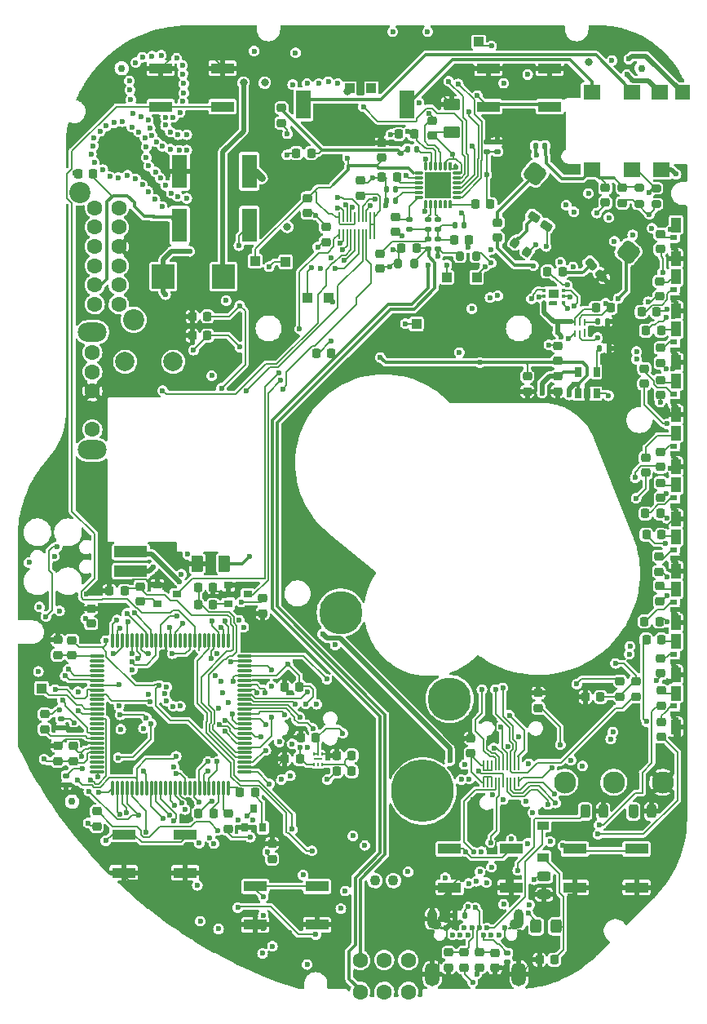
<source format=gbr>
G04 #@! TF.GenerationSoftware,KiCad,Pcbnew,6.0.0+dfsg1-2*
G04 #@! TF.CreationDate,2022-05-11T22:29:46-04:00*
G04 #@! TF.ProjectId,RUSP_Mainboard,52555350-5f4d-4616-996e-626f6172642e,rev?*
G04 #@! TF.SameCoordinates,Original*
G04 #@! TF.FileFunction,Copper,L6,Bot*
G04 #@! TF.FilePolarity,Positive*
%FSLAX46Y46*%
G04 Gerber Fmt 4.6, Leading zero omitted, Abs format (unit mm)*
G04 Created by KiCad (PCBNEW 6.0.0+dfsg1-2) date 2022-05-11 22:29:46*
%MOMM*%
%LPD*%
G01*
G04 APERTURE LIST*
G04 Aperture macros list*
%AMRoundRect*
0 Rectangle with rounded corners*
0 $1 Rounding radius*
0 $2 $3 $4 $5 $6 $7 $8 $9 X,Y pos of 4 corners*
0 Add a 4 corners polygon primitive as box body*
4,1,4,$2,$3,$4,$5,$6,$7,$8,$9,$2,$3,0*
0 Add four circle primitives for the rounded corners*
1,1,$1+$1,$2,$3*
1,1,$1+$1,$4,$5*
1,1,$1+$1,$6,$7*
1,1,$1+$1,$8,$9*
0 Add four rect primitives between the rounded corners*
20,1,$1+$1,$2,$3,$4,$5,0*
20,1,$1+$1,$4,$5,$6,$7,0*
20,1,$1+$1,$6,$7,$8,$9,0*
20,1,$1+$1,$8,$9,$2,$3,0*%
%AMFreePoly0*
4,1,10,0.140000,0.000000,0.121244,-0.070000,0.070000,-0.121244,0.000000,-0.140000,-0.070000,-0.121244,-0.121244,-0.070000,-0.140000,0.000000,-0.140000,0.710000,0.140000,0.710000,0.140000,0.000000,0.140000,0.000000,$1*%
G04 Aperture macros list end*
G04 #@! TA.AperFunction,EtchedComponent*
%ADD10C,0.010000*%
G04 #@! TD*
G04 #@! TA.AperFunction,ComponentPad*
%ADD11C,2.300000*%
G04 #@! TD*
G04 #@! TA.AperFunction,ComponentPad*
%ADD12C,6.500000*%
G04 #@! TD*
G04 #@! TA.AperFunction,ComponentPad*
%ADD13C,1.600000*%
G04 #@! TD*
G04 #@! TA.AperFunction,ComponentPad*
%ADD14C,0.600000*%
G04 #@! TD*
G04 #@! TA.AperFunction,ComponentPad*
%ADD15O,1.000000X2.000000*%
G04 #@! TD*
G04 #@! TA.AperFunction,ComponentPad*
%ADD16O,1.500000X2.500000*%
G04 #@! TD*
G04 #@! TA.AperFunction,ComponentPad*
%ADD17C,1.100000*%
G04 #@! TD*
G04 #@! TA.AperFunction,ComponentPad*
%ADD18C,2.000000*%
G04 #@! TD*
G04 #@! TA.AperFunction,SMDPad,CuDef*
%ADD19R,0.900000X0.800000*%
G04 #@! TD*
G04 #@! TA.AperFunction,SMDPad,CuDef*
%ADD20RoundRect,0.218750X-0.256250X0.218750X-0.256250X-0.218750X0.256250X-0.218750X0.256250X0.218750X0*%
G04 #@! TD*
G04 #@! TA.AperFunction,SMDPad,CuDef*
%ADD21RoundRect,0.218750X-0.218750X-0.256250X0.218750X-0.256250X0.218750X0.256250X-0.218750X0.256250X0*%
G04 #@! TD*
G04 #@! TA.AperFunction,SMDPad,CuDef*
%ADD22RoundRect,0.218750X0.218750X0.256250X-0.218750X0.256250X-0.218750X-0.256250X0.218750X-0.256250X0*%
G04 #@! TD*
G04 #@! TA.AperFunction,SMDPad,CuDef*
%ADD23RoundRect,0.218750X0.256250X-0.218750X0.256250X0.218750X-0.256250X0.218750X-0.256250X-0.218750X0*%
G04 #@! TD*
G04 #@! TA.AperFunction,SMDPad,CuDef*
%ADD24RoundRect,0.147500X0.172500X-0.147500X0.172500X0.147500X-0.172500X0.147500X-0.172500X-0.147500X0*%
G04 #@! TD*
G04 #@! TA.AperFunction,SMDPad,CuDef*
%ADD25RoundRect,0.147500X0.147500X0.172500X-0.147500X0.172500X-0.147500X-0.172500X0.147500X-0.172500X0*%
G04 #@! TD*
G04 #@! TA.AperFunction,SMDPad,CuDef*
%ADD26RoundRect,0.147500X-0.172500X0.147500X-0.172500X-0.147500X0.172500X-0.147500X0.172500X0.147500X0*%
G04 #@! TD*
G04 #@! TA.AperFunction,SMDPad,CuDef*
%ADD27RoundRect,0.225000X-0.250000X0.225000X-0.250000X-0.225000X0.250000X-0.225000X0.250000X0.225000X0*%
G04 #@! TD*
G04 #@! TA.AperFunction,SMDPad,CuDef*
%ADD28RoundRect,0.225000X-0.225000X-0.250000X0.225000X-0.250000X0.225000X0.250000X-0.225000X0.250000X0*%
G04 #@! TD*
G04 #@! TA.AperFunction,SMDPad,CuDef*
%ADD29R,1.600000X3.500000*%
G04 #@! TD*
G04 #@! TA.AperFunction,SMDPad,CuDef*
%ADD30R,2.400000X1.100000*%
G04 #@! TD*
G04 #@! TA.AperFunction,SMDPad,CuDef*
%ADD31R,1.000000X1.000000*%
G04 #@! TD*
G04 #@! TA.AperFunction,SMDPad,CuDef*
%ADD32R,1.600000X1.600000*%
G04 #@! TD*
G04 #@! TA.AperFunction,SMDPad,CuDef*
%ADD33R,1.800000X1.600000*%
G04 #@! TD*
G04 #@! TA.AperFunction,SMDPad,CuDef*
%ADD34RoundRect,0.243750X-0.243750X-0.456250X0.243750X-0.456250X0.243750X0.456250X-0.243750X0.456250X0*%
G04 #@! TD*
G04 #@! TA.AperFunction,SMDPad,CuDef*
%ADD35RoundRect,0.225000X0.225000X0.250000X-0.225000X0.250000X-0.225000X-0.250000X0.225000X-0.250000X0*%
G04 #@! TD*
G04 #@! TA.AperFunction,SMDPad,CuDef*
%ADD36R,0.800000X0.500000*%
G04 #@! TD*
G04 #@! TA.AperFunction,SMDPad,CuDef*
%ADD37R,1.000000X1.500000*%
G04 #@! TD*
G04 #@! TA.AperFunction,SMDPad,CuDef*
%ADD38RoundRect,0.250000X0.375000X0.625000X-0.375000X0.625000X-0.375000X-0.625000X0.375000X-0.625000X0*%
G04 #@! TD*
G04 #@! TA.AperFunction,SMDPad,CuDef*
%ADD39FreePoly0,90.000000*%
G04 #@! TD*
G04 #@! TA.AperFunction,SMDPad,CuDef*
%ADD40FreePoly0,0.000000*%
G04 #@! TD*
G04 #@! TA.AperFunction,SMDPad,CuDef*
%ADD41FreePoly0,270.000000*%
G04 #@! TD*
G04 #@! TA.AperFunction,SMDPad,CuDef*
%ADD42FreePoly0,180.000000*%
G04 #@! TD*
G04 #@! TA.AperFunction,SMDPad,CuDef*
%ADD43R,2.700000X2.700000*%
G04 #@! TD*
G04 #@! TA.AperFunction,SMDPad,CuDef*
%ADD44RoundRect,0.147500X-0.147500X-0.172500X0.147500X-0.172500X0.147500X0.172500X-0.147500X0.172500X0*%
G04 #@! TD*
G04 #@! TA.AperFunction,SMDPad,CuDef*
%ADD45RoundRect,0.212500X0.425571X-0.155068X-0.109734X0.439448X-0.425571X0.155068X0.109734X-0.439448X0*%
G04 #@! TD*
G04 #@! TA.AperFunction,SMDPad,CuDef*
%ADD46RoundRect,0.200000X-0.200000X-0.275000X0.200000X-0.275000X0.200000X0.275000X-0.200000X0.275000X0*%
G04 #@! TD*
G04 #@! TA.AperFunction,ComponentPad*
%ADD47O,3.000000X2.000000*%
G04 #@! TD*
G04 #@! TA.AperFunction,SMDPad,CuDef*
%ADD48R,1.500000X3.000000*%
G04 #@! TD*
G04 #@! TA.AperFunction,ComponentPad*
%ADD49C,4.500000*%
G04 #@! TD*
G04 #@! TA.AperFunction,SMDPad,CuDef*
%ADD50R,0.280000X0.850000*%
G04 #@! TD*
G04 #@! TA.AperFunction,SMDPad,CuDef*
%ADD51R,0.280000X0.750000*%
G04 #@! TD*
G04 #@! TA.AperFunction,SMDPad,CuDef*
%ADD52R,0.450000X0.300000*%
G04 #@! TD*
G04 #@! TA.AperFunction,SMDPad,CuDef*
%ADD53R,0.300000X0.300000*%
G04 #@! TD*
G04 #@! TA.AperFunction,SMDPad,CuDef*
%ADD54R,1.000000X0.950000*%
G04 #@! TD*
G04 #@! TA.AperFunction,SMDPad,CuDef*
%ADD55R,3.400000X1.200000*%
G04 #@! TD*
G04 #@! TA.AperFunction,SMDPad,CuDef*
%ADD56C,0.750000*%
G04 #@! TD*
G04 #@! TA.AperFunction,SMDPad,CuDef*
%ADD57R,0.650000X1.060000*%
G04 #@! TD*
G04 #@! TA.AperFunction,SMDPad,CuDef*
%ADD58RoundRect,0.243750X-0.456250X0.243750X-0.456250X-0.243750X0.456250X-0.243750X0.456250X0.243750X0*%
G04 #@! TD*
G04 #@! TA.AperFunction,SMDPad,CuDef*
%ADD59R,2.370000X2.550000*%
G04 #@! TD*
G04 #@! TA.AperFunction,SMDPad,CuDef*
%ADD60R,1.200000X0.900000*%
G04 #@! TD*
G04 #@! TA.AperFunction,SMDPad,CuDef*
%ADD61R,0.180000X1.100000*%
G04 #@! TD*
G04 #@! TA.AperFunction,SMDPad,CuDef*
%ADD62R,0.180000X1.000000*%
G04 #@! TD*
G04 #@! TA.AperFunction,SMDPad,CuDef*
%ADD63RoundRect,0.249999X0.325001X0.450001X-0.325001X0.450001X-0.325001X-0.450001X0.325001X-0.450001X0*%
G04 #@! TD*
G04 #@! TA.AperFunction,SMDPad,CuDef*
%ADD64R,0.800000X0.900000*%
G04 #@! TD*
G04 #@! TA.AperFunction,SMDPad,CuDef*
%ADD65RoundRect,0.250000X0.625000X-0.375000X0.625000X0.375000X-0.625000X0.375000X-0.625000X-0.375000X0*%
G04 #@! TD*
G04 #@! TA.AperFunction,SMDPad,CuDef*
%ADD66RoundRect,0.218750X-0.326168X-0.084438X0.032211X-0.335378X0.326168X0.084438X-0.032211X0.335378X0*%
G04 #@! TD*
G04 #@! TA.AperFunction,ComponentPad*
%ADD67C,2.200000*%
G04 #@! TD*
G04 #@! TA.AperFunction,SMDPad,CuDef*
%ADD68RoundRect,0.212500X0.449546X-0.055361X-0.205776X0.403500X-0.449546X0.055361X0.205776X-0.403500X0*%
G04 #@! TD*
G04 #@! TA.AperFunction,SMDPad,CuDef*
%ADD69R,0.940000X0.250000*%
G04 #@! TD*
G04 #@! TA.AperFunction,SMDPad,CuDef*
%ADD70R,0.180000X0.350000*%
G04 #@! TD*
G04 #@! TA.AperFunction,SMDPad,CuDef*
%ADD71RoundRect,0.070000X0.070000X-0.667500X0.070000X0.667500X-0.070000X0.667500X-0.070000X-0.667500X0*%
G04 #@! TD*
G04 #@! TA.AperFunction,SMDPad,CuDef*
%ADD72RoundRect,0.070000X0.667500X-0.070000X0.667500X0.070000X-0.667500X0.070000X-0.667500X-0.070000X0*%
G04 #@! TD*
G04 #@! TA.AperFunction,SMDPad,CuDef*
%ADD73RoundRect,0.500000X0.704416X0.061628X-0.061628X0.704416X-0.704416X-0.061628X0.061628X-0.704416X0*%
G04 #@! TD*
G04 #@! TA.AperFunction,SMDPad,CuDef*
%ADD74RoundRect,0.200000X0.200000X0.275000X-0.200000X0.275000X-0.200000X-0.275000X0.200000X-0.275000X0*%
G04 #@! TD*
G04 #@! TA.AperFunction,SMDPad,CuDef*
%ADD75RoundRect,0.200000X-0.275000X0.200000X-0.275000X-0.200000X0.275000X-0.200000X0.275000X0.200000X0*%
G04 #@! TD*
G04 #@! TA.AperFunction,ViaPad*
%ADD76C,0.600000*%
G04 #@! TD*
G04 #@! TA.AperFunction,ViaPad*
%ADD77C,0.800000*%
G04 #@! TD*
G04 #@! TA.AperFunction,Conductor*
%ADD78C,0.200000*%
G04 #@! TD*
G04 #@! TA.AperFunction,Conductor*
%ADD79C,0.500000*%
G04 #@! TD*
G04 #@! TA.AperFunction,Conductor*
%ADD80C,0.350000*%
G04 #@! TD*
G04 #@! TA.AperFunction,Conductor*
%ADD81C,0.180000*%
G04 #@! TD*
G04 #@! TA.AperFunction,Conductor*
%ADD82C,0.250000*%
G04 #@! TD*
G04 #@! TA.AperFunction,Conductor*
%ADD83C,0.750000*%
G04 #@! TD*
G04 APERTURE END LIST*
D10*
X167830000Y-83200000D02*
X167180000Y-83200000D01*
X167180000Y-83200000D02*
X167177383Y-83200069D01*
X167177383Y-83200069D02*
X167174774Y-83200274D01*
X167174774Y-83200274D02*
X167172178Y-83200616D01*
X167172178Y-83200616D02*
X167169604Y-83201093D01*
X167169604Y-83201093D02*
X167167059Y-83201704D01*
X167167059Y-83201704D02*
X167164549Y-83202447D01*
X167164549Y-83202447D02*
X167162082Y-83203321D01*
X167162082Y-83203321D02*
X167159663Y-83204323D01*
X167159663Y-83204323D02*
X167157300Y-83205450D01*
X167157300Y-83205450D02*
X167155000Y-83206699D01*
X167155000Y-83206699D02*
X167152768Y-83208066D01*
X167152768Y-83208066D02*
X167150611Y-83209549D01*
X167150611Y-83209549D02*
X167148534Y-83211143D01*
X167148534Y-83211143D02*
X167146543Y-83212843D01*
X167146543Y-83212843D02*
X167144645Y-83214645D01*
X167144645Y-83214645D02*
X167142843Y-83216543D01*
X167142843Y-83216543D02*
X167141143Y-83218534D01*
X167141143Y-83218534D02*
X167139549Y-83220611D01*
X167139549Y-83220611D02*
X167138066Y-83222768D01*
X167138066Y-83222768D02*
X167136699Y-83225000D01*
X167136699Y-83225000D02*
X167135450Y-83227300D01*
X167135450Y-83227300D02*
X167134323Y-83229663D01*
X167134323Y-83229663D02*
X167133321Y-83232082D01*
X167133321Y-83232082D02*
X167132447Y-83234549D01*
X167132447Y-83234549D02*
X167131704Y-83237059D01*
X167131704Y-83237059D02*
X167131093Y-83239604D01*
X167131093Y-83239604D02*
X167130616Y-83242178D01*
X167130616Y-83242178D02*
X167130274Y-83244774D01*
X167130274Y-83244774D02*
X167130069Y-83247383D01*
X167130069Y-83247383D02*
X167130000Y-83250000D01*
X167130000Y-83250000D02*
X167130000Y-83450000D01*
X167130000Y-83450000D02*
X167130069Y-83452617D01*
X167130069Y-83452617D02*
X167130274Y-83455226D01*
X167130274Y-83455226D02*
X167130616Y-83457822D01*
X167130616Y-83457822D02*
X167131093Y-83460396D01*
X167131093Y-83460396D02*
X167131704Y-83462941D01*
X167131704Y-83462941D02*
X167132447Y-83465451D01*
X167132447Y-83465451D02*
X167133321Y-83467918D01*
X167133321Y-83467918D02*
X167134323Y-83470337D01*
X167134323Y-83470337D02*
X167135450Y-83472700D01*
X167135450Y-83472700D02*
X167136699Y-83475000D01*
X167136699Y-83475000D02*
X167138066Y-83477232D01*
X167138066Y-83477232D02*
X167139549Y-83479389D01*
X167139549Y-83479389D02*
X167141143Y-83481466D01*
X167141143Y-83481466D02*
X167142843Y-83483457D01*
X167142843Y-83483457D02*
X167144645Y-83485355D01*
X167144645Y-83485355D02*
X167146543Y-83487157D01*
X167146543Y-83487157D02*
X167148534Y-83488857D01*
X167148534Y-83488857D02*
X167150611Y-83490451D01*
X167150611Y-83490451D02*
X167152768Y-83491934D01*
X167152768Y-83491934D02*
X167155000Y-83493301D01*
X167155000Y-83493301D02*
X167157300Y-83494550D01*
X167157300Y-83494550D02*
X167159663Y-83495677D01*
X167159663Y-83495677D02*
X167162082Y-83496679D01*
X167162082Y-83496679D02*
X167164549Y-83497553D01*
X167164549Y-83497553D02*
X167167059Y-83498296D01*
X167167059Y-83498296D02*
X167169604Y-83498907D01*
X167169604Y-83498907D02*
X167172178Y-83499384D01*
X167172178Y-83499384D02*
X167174774Y-83499726D01*
X167174774Y-83499726D02*
X167177383Y-83499931D01*
X167177383Y-83499931D02*
X167180000Y-83500000D01*
X167180000Y-83500000D02*
X167830000Y-83500000D01*
X167830000Y-83500000D02*
X167832617Y-83499931D01*
X167832617Y-83499931D02*
X167835226Y-83499726D01*
X167835226Y-83499726D02*
X167837822Y-83499384D01*
X167837822Y-83499384D02*
X167840396Y-83498907D01*
X167840396Y-83498907D02*
X167842941Y-83498296D01*
X167842941Y-83498296D02*
X167845451Y-83497553D01*
X167845451Y-83497553D02*
X167847918Y-83496679D01*
X167847918Y-83496679D02*
X167850337Y-83495677D01*
X167850337Y-83495677D02*
X167852700Y-83494550D01*
X167852700Y-83494550D02*
X167855000Y-83493301D01*
X167855000Y-83493301D02*
X167857232Y-83491934D01*
X167857232Y-83491934D02*
X167859389Y-83490451D01*
X167859389Y-83490451D02*
X167861466Y-83488857D01*
X167861466Y-83488857D02*
X167863457Y-83487157D01*
X167863457Y-83487157D02*
X167865355Y-83485355D01*
X167865355Y-83485355D02*
X167867157Y-83483457D01*
X167867157Y-83483457D02*
X167868857Y-83481466D01*
X167868857Y-83481466D02*
X167870451Y-83479389D01*
X167870451Y-83479389D02*
X167871934Y-83477232D01*
X167871934Y-83477232D02*
X167873301Y-83475000D01*
X167873301Y-83475000D02*
X167874550Y-83472700D01*
X167874550Y-83472700D02*
X167875677Y-83470337D01*
X167875677Y-83470337D02*
X167876679Y-83467918D01*
X167876679Y-83467918D02*
X167877553Y-83465451D01*
X167877553Y-83465451D02*
X167878296Y-83462941D01*
X167878296Y-83462941D02*
X167878907Y-83460396D01*
X167878907Y-83460396D02*
X167879384Y-83457822D01*
X167879384Y-83457822D02*
X167879726Y-83455226D01*
X167879726Y-83455226D02*
X167879931Y-83452617D01*
X167879931Y-83452617D02*
X167880000Y-83450000D01*
X167880000Y-83450000D02*
X167880000Y-83250000D01*
X167880000Y-83250000D02*
X167879931Y-83247383D01*
X167879931Y-83247383D02*
X167879726Y-83244774D01*
X167879726Y-83244774D02*
X167879384Y-83242178D01*
X167879384Y-83242178D02*
X167878907Y-83239604D01*
X167878907Y-83239604D02*
X167878296Y-83237059D01*
X167878296Y-83237059D02*
X167877553Y-83234549D01*
X167877553Y-83234549D02*
X167876679Y-83232082D01*
X167876679Y-83232082D02*
X167875677Y-83229663D01*
X167875677Y-83229663D02*
X167874550Y-83227300D01*
X167874550Y-83227300D02*
X167873301Y-83225000D01*
X167873301Y-83225000D02*
X167871934Y-83222768D01*
X167871934Y-83222768D02*
X167870451Y-83220611D01*
X167870451Y-83220611D02*
X167868857Y-83218534D01*
X167868857Y-83218534D02*
X167867157Y-83216543D01*
X167867157Y-83216543D02*
X167865355Y-83214645D01*
X167865355Y-83214645D02*
X167863457Y-83212843D01*
X167863457Y-83212843D02*
X167861466Y-83211143D01*
X167861466Y-83211143D02*
X167859389Y-83209549D01*
X167859389Y-83209549D02*
X167857232Y-83208066D01*
X167857232Y-83208066D02*
X167855000Y-83206699D01*
X167855000Y-83206699D02*
X167852700Y-83205450D01*
X167852700Y-83205450D02*
X167850337Y-83204323D01*
X167850337Y-83204323D02*
X167847918Y-83203321D01*
X167847918Y-83203321D02*
X167845451Y-83202447D01*
X167845451Y-83202447D02*
X167842941Y-83201704D01*
X167842941Y-83201704D02*
X167840396Y-83201093D01*
X167840396Y-83201093D02*
X167837822Y-83200616D01*
X167837822Y-83200616D02*
X167835226Y-83200274D01*
X167835226Y-83200274D02*
X167832617Y-83200069D01*
X167832617Y-83200069D02*
X167830000Y-83200000D01*
X167830000Y-83200000D02*
X167830000Y-83200000D01*
G36*
X167832617Y-83200069D02*
G01*
X167835226Y-83200274D01*
X167837822Y-83200616D01*
X167840396Y-83201093D01*
X167842941Y-83201704D01*
X167845451Y-83202447D01*
X167847918Y-83203321D01*
X167850337Y-83204323D01*
X167852700Y-83205450D01*
X167855000Y-83206699D01*
X167857232Y-83208066D01*
X167859389Y-83209549D01*
X167861466Y-83211143D01*
X167863457Y-83212843D01*
X167865355Y-83214645D01*
X167867157Y-83216543D01*
X167868857Y-83218534D01*
X167870451Y-83220611D01*
X167871934Y-83222768D01*
X167873301Y-83225000D01*
X167874550Y-83227300D01*
X167875677Y-83229663D01*
X167876679Y-83232082D01*
X167877553Y-83234549D01*
X167878296Y-83237059D01*
X167878907Y-83239604D01*
X167879384Y-83242178D01*
X167879726Y-83244774D01*
X167879931Y-83247383D01*
X167880000Y-83250000D01*
X167880000Y-83450000D01*
X167879931Y-83452617D01*
X167879726Y-83455226D01*
X167879384Y-83457822D01*
X167878907Y-83460396D01*
X167878296Y-83462941D01*
X167877553Y-83465451D01*
X167876679Y-83467918D01*
X167875677Y-83470337D01*
X167874550Y-83472700D01*
X167873301Y-83475000D01*
X167871934Y-83477232D01*
X167870451Y-83479389D01*
X167868857Y-83481466D01*
X167867157Y-83483457D01*
X167865355Y-83485355D01*
X167863457Y-83487157D01*
X167861466Y-83488857D01*
X167859389Y-83490451D01*
X167857232Y-83491934D01*
X167855000Y-83493301D01*
X167852700Y-83494550D01*
X167850337Y-83495677D01*
X167847918Y-83496679D01*
X167845451Y-83497553D01*
X167842941Y-83498296D01*
X167840396Y-83498907D01*
X167837822Y-83499384D01*
X167835226Y-83499726D01*
X167832617Y-83499931D01*
X167830000Y-83500000D01*
X167180000Y-83500000D01*
X167177383Y-83499931D01*
X167174774Y-83499726D01*
X167172178Y-83499384D01*
X167169604Y-83498907D01*
X167167059Y-83498296D01*
X167164549Y-83497553D01*
X167162082Y-83496679D01*
X167159663Y-83495677D01*
X167157300Y-83494550D01*
X167155000Y-83493301D01*
X167152768Y-83491934D01*
X167150611Y-83490451D01*
X167148534Y-83488857D01*
X167146543Y-83487157D01*
X167144645Y-83485355D01*
X167142843Y-83483457D01*
X167141143Y-83481466D01*
X167139549Y-83479389D01*
X167138066Y-83477232D01*
X167136699Y-83475000D01*
X167135450Y-83472700D01*
X167134323Y-83470337D01*
X167133321Y-83467918D01*
X167132447Y-83465451D01*
X167131704Y-83462941D01*
X167131093Y-83460396D01*
X167130616Y-83457822D01*
X167130274Y-83455226D01*
X167130069Y-83452617D01*
X167130000Y-83450000D01*
X167130000Y-83250000D01*
X167130069Y-83247383D01*
X167130274Y-83244774D01*
X167130616Y-83242178D01*
X167131093Y-83239604D01*
X167131704Y-83237059D01*
X167132447Y-83234549D01*
X167133321Y-83232082D01*
X167134323Y-83229663D01*
X167135450Y-83227300D01*
X167136699Y-83225000D01*
X167138066Y-83222768D01*
X167139549Y-83220611D01*
X167141143Y-83218534D01*
X167142843Y-83216543D01*
X167144645Y-83214645D01*
X167146543Y-83212843D01*
X167148534Y-83211143D01*
X167150611Y-83209549D01*
X167152768Y-83208066D01*
X167155000Y-83206699D01*
X167157300Y-83205450D01*
X167159663Y-83204323D01*
X167162082Y-83203321D01*
X167164549Y-83202447D01*
X167167059Y-83201704D01*
X167169604Y-83201093D01*
X167172178Y-83200616D01*
X167174774Y-83200274D01*
X167177383Y-83200069D01*
X167180000Y-83200000D01*
X167830000Y-83200000D01*
X167832617Y-83200069D01*
G37*
X167832617Y-83200069D02*
X167835226Y-83200274D01*
X167837822Y-83200616D01*
X167840396Y-83201093D01*
X167842941Y-83201704D01*
X167845451Y-83202447D01*
X167847918Y-83203321D01*
X167850337Y-83204323D01*
X167852700Y-83205450D01*
X167855000Y-83206699D01*
X167857232Y-83208066D01*
X167859389Y-83209549D01*
X167861466Y-83211143D01*
X167863457Y-83212843D01*
X167865355Y-83214645D01*
X167867157Y-83216543D01*
X167868857Y-83218534D01*
X167870451Y-83220611D01*
X167871934Y-83222768D01*
X167873301Y-83225000D01*
X167874550Y-83227300D01*
X167875677Y-83229663D01*
X167876679Y-83232082D01*
X167877553Y-83234549D01*
X167878296Y-83237059D01*
X167878907Y-83239604D01*
X167879384Y-83242178D01*
X167879726Y-83244774D01*
X167879931Y-83247383D01*
X167880000Y-83250000D01*
X167880000Y-83450000D01*
X167879931Y-83452617D01*
X167879726Y-83455226D01*
X167879384Y-83457822D01*
X167878907Y-83460396D01*
X167878296Y-83462941D01*
X167877553Y-83465451D01*
X167876679Y-83467918D01*
X167875677Y-83470337D01*
X167874550Y-83472700D01*
X167873301Y-83475000D01*
X167871934Y-83477232D01*
X167870451Y-83479389D01*
X167868857Y-83481466D01*
X167867157Y-83483457D01*
X167865355Y-83485355D01*
X167863457Y-83487157D01*
X167861466Y-83488857D01*
X167859389Y-83490451D01*
X167857232Y-83491934D01*
X167855000Y-83493301D01*
X167852700Y-83494550D01*
X167850337Y-83495677D01*
X167847918Y-83496679D01*
X167845451Y-83497553D01*
X167842941Y-83498296D01*
X167840396Y-83498907D01*
X167837822Y-83499384D01*
X167835226Y-83499726D01*
X167832617Y-83499931D01*
X167830000Y-83500000D01*
X167180000Y-83500000D01*
X167177383Y-83499931D01*
X167174774Y-83499726D01*
X167172178Y-83499384D01*
X167169604Y-83498907D01*
X167167059Y-83498296D01*
X167164549Y-83497553D01*
X167162082Y-83496679D01*
X167159663Y-83495677D01*
X167157300Y-83494550D01*
X167155000Y-83493301D01*
X167152768Y-83491934D01*
X167150611Y-83490451D01*
X167148534Y-83488857D01*
X167146543Y-83487157D01*
X167144645Y-83485355D01*
X167142843Y-83483457D01*
X167141143Y-83481466D01*
X167139549Y-83479389D01*
X167138066Y-83477232D01*
X167136699Y-83475000D01*
X167135450Y-83472700D01*
X167134323Y-83470337D01*
X167133321Y-83467918D01*
X167132447Y-83465451D01*
X167131704Y-83462941D01*
X167131093Y-83460396D01*
X167130616Y-83457822D01*
X167130274Y-83455226D01*
X167130069Y-83452617D01*
X167130000Y-83450000D01*
X167130000Y-83250000D01*
X167130069Y-83247383D01*
X167130274Y-83244774D01*
X167130616Y-83242178D01*
X167131093Y-83239604D01*
X167131704Y-83237059D01*
X167132447Y-83234549D01*
X167133321Y-83232082D01*
X167134323Y-83229663D01*
X167135450Y-83227300D01*
X167136699Y-83225000D01*
X167138066Y-83222768D01*
X167139549Y-83220611D01*
X167141143Y-83218534D01*
X167142843Y-83216543D01*
X167144645Y-83214645D01*
X167146543Y-83212843D01*
X167148534Y-83211143D01*
X167150611Y-83209549D01*
X167152768Y-83208066D01*
X167155000Y-83206699D01*
X167157300Y-83205450D01*
X167159663Y-83204323D01*
X167162082Y-83203321D01*
X167164549Y-83202447D01*
X167167059Y-83201704D01*
X167169604Y-83201093D01*
X167172178Y-83200616D01*
X167174774Y-83200274D01*
X167177383Y-83200069D01*
X167180000Y-83200000D01*
X167830000Y-83200000D01*
X167832617Y-83200069D01*
D11*
X178930000Y-133100000D03*
X173850000Y-133100000D03*
X168770000Y-133100000D03*
D12*
X154000000Y-134000000D03*
D13*
X147500000Y-154850000D03*
X150000000Y-154850000D03*
X152500000Y-154850000D03*
X147500000Y-151550000D03*
X150000000Y-151550000D03*
X152500000Y-151550000D03*
D14*
X162550000Y-148230000D03*
X161900000Y-148930000D03*
X161100000Y-148930000D03*
X160700000Y-148230000D03*
X160300000Y-148930000D03*
X159900000Y-148230000D03*
X159100000Y-148230000D03*
X158700000Y-148930000D03*
X158300000Y-148230000D03*
X157900000Y-148930000D03*
X157100000Y-148930000D03*
X156450000Y-148230000D03*
D15*
X164000000Y-147280000D03*
D16*
X164000000Y-153030000D03*
D15*
X155000000Y-147280000D03*
D16*
X155000000Y-153030000D03*
D17*
X163550000Y-147830000D03*
X155450000Y-147830000D03*
D18*
X128100000Y-89460000D03*
X123100000Y-89460000D03*
D19*
X133825000Y-114550000D03*
X133825000Y-112650000D03*
X135825000Y-113600000D03*
X126450000Y-114550000D03*
X126450000Y-112650000D03*
X128450000Y-113600000D03*
D20*
X161800000Y-75012500D03*
X161800000Y-76587500D03*
D21*
X130662500Y-112850000D03*
X132237500Y-112850000D03*
D22*
X132237500Y-114700000D03*
X130662500Y-114700000D03*
X123037500Y-113200000D03*
X121462500Y-113200000D03*
D23*
X124700000Y-114337500D03*
X124700000Y-112762500D03*
X119575000Y-116637500D03*
X119575000Y-115062500D03*
D24*
X160700000Y-67635000D03*
X160700000Y-66665000D03*
D23*
X149750000Y-68287500D03*
X149750000Y-66712500D03*
D25*
X151185000Y-72750000D03*
X150215000Y-72750000D03*
X151185000Y-71600000D03*
X150215000Y-71600000D03*
D26*
X154600000Y-74715000D03*
X154600000Y-75685000D03*
X155550000Y-74715000D03*
X155550000Y-75685000D03*
D27*
X149600000Y-78225000D03*
X149600000Y-79775000D03*
D28*
X157250000Y-76825000D03*
X158800000Y-76825000D03*
D22*
X153337500Y-77690000D03*
X151762500Y-77690000D03*
X144502500Y-88550000D03*
X142927500Y-88550000D03*
D20*
X142050000Y-72462500D03*
X142050000Y-74037500D03*
D29*
X136000000Y-75300000D03*
X136000000Y-69700000D03*
D30*
X129346000Y-138497000D03*
X122946000Y-138497000D03*
X129346000Y-142497000D03*
X122946000Y-142497000D03*
X126800000Y-63000000D03*
X133200000Y-63000000D03*
X126800000Y-59000000D03*
X133200000Y-59000000D03*
X156800000Y-140000000D03*
X163200000Y-140000000D03*
X156800000Y-144000000D03*
X163200000Y-144000000D03*
X143027000Y-143886000D03*
X136627000Y-143886000D03*
X143027000Y-147886000D03*
X136627000Y-147886000D03*
X160800000Y-63000000D03*
X167200000Y-63000000D03*
X167200000Y-59000000D03*
X160800000Y-59000000D03*
D31*
X159825000Y-56275000D03*
X142000000Y-82800000D03*
X144200000Y-82800000D03*
D32*
X180950000Y-61500000D03*
D33*
X171550000Y-69500000D03*
X175750000Y-69500000D03*
X178750000Y-69500000D03*
X171550000Y-61500000D03*
X175750000Y-61500000D03*
X178600000Y-61500000D03*
D31*
X136600000Y-79000000D03*
X139775000Y-79100000D03*
X148675000Y-61100000D03*
X156500000Y-80700000D03*
D20*
X176150000Y-122612500D03*
X176150000Y-124187500D03*
D31*
X153350000Y-85525000D03*
X146400000Y-61100000D03*
X159600000Y-80700000D03*
D34*
X170862500Y-136120000D03*
X172737500Y-136120000D03*
D23*
X166000000Y-125387500D03*
X166000000Y-123812500D03*
D22*
X172462500Y-124250000D03*
X170887500Y-124250000D03*
X141200000Y-123200000D03*
X139625000Y-123200000D03*
D20*
X137400000Y-113982500D03*
X137400000Y-115557500D03*
D23*
X116100000Y-130887500D03*
X116100000Y-129312500D03*
D22*
X131637500Y-84750000D03*
X130062500Y-84750000D03*
D23*
X138350000Y-141037500D03*
X138350000Y-139462500D03*
D35*
X167675000Y-151500000D03*
X166125000Y-151500000D03*
D36*
X180050000Y-109000000D03*
X180050000Y-109800000D03*
D37*
X180280000Y-107650000D03*
X180280000Y-111150000D03*
D38*
X133400000Y-110400000D03*
X130600000Y-110400000D03*
D17*
X149050000Y-143300000D03*
X150950000Y-143300000D03*
D39*
X153910000Y-72400000D03*
X153910000Y-71900000D03*
X153910000Y-71400000D03*
X153910000Y-70900000D03*
X153910000Y-70400000D03*
X153910000Y-69900000D03*
D40*
X154350000Y-69460000D03*
X154850000Y-69460000D03*
X155350000Y-69460000D03*
X155850000Y-69460000D03*
X156350000Y-69460000D03*
X156850000Y-69460000D03*
D41*
X157290000Y-69900000D03*
X157290000Y-70400000D03*
X157290000Y-70900000D03*
X157290000Y-71400000D03*
X157290000Y-71900000D03*
X157290000Y-72400000D03*
D42*
X156850000Y-72840000D03*
X156350000Y-72840000D03*
X155850000Y-72840000D03*
X155350000Y-72840000D03*
X154850000Y-72840000D03*
X154350000Y-72840000D03*
D43*
X155600000Y-71150000D03*
D20*
X177150000Y-99397500D03*
X177150000Y-100972500D03*
X178700000Y-91362500D03*
X178700000Y-92937500D03*
X177000000Y-90162500D03*
X177000000Y-91737500D03*
D22*
X178737500Y-86250000D03*
X177162500Y-86250000D03*
D20*
X178700000Y-88012500D03*
X178700000Y-89587500D03*
D21*
X176712500Y-84300000D03*
X178287500Y-84300000D03*
D20*
X178625000Y-112712500D03*
X178625000Y-114287500D03*
D21*
X177012500Y-116400000D03*
X178587500Y-116400000D03*
D22*
X178787500Y-118300000D03*
X177212500Y-118300000D03*
D20*
X178700000Y-120212500D03*
X178700000Y-121787500D03*
X178750000Y-123562500D03*
X178750000Y-125137500D03*
X178750000Y-126812500D03*
X178750000Y-128387500D03*
X178650000Y-76212500D03*
X178650000Y-77787500D03*
D22*
X178787500Y-107400000D03*
X177212500Y-107400000D03*
X168537500Y-80100000D03*
X166962500Y-80100000D03*
X161037500Y-73100000D03*
X159462500Y-73100000D03*
D24*
X152600000Y-75685000D03*
X152600000Y-74715000D03*
D21*
X151512500Y-65850000D03*
X153087500Y-65850000D03*
D44*
X157315000Y-75300000D03*
X158285000Y-75300000D03*
D23*
X117600000Y-119937500D03*
X117600000Y-118362500D03*
D25*
X173335000Y-88050000D03*
X172365000Y-88050000D03*
X173185000Y-85250000D03*
X172215000Y-85250000D03*
D23*
X168000000Y-89387500D03*
X168000000Y-87812500D03*
D22*
X132287500Y-136300000D03*
X130712500Y-136300000D03*
D23*
X133800000Y-137937500D03*
X133800000Y-136362500D03*
X158300000Y-152337500D03*
X158300000Y-150762500D03*
X159900000Y-152322500D03*
X159900000Y-150747500D03*
D25*
X158335000Y-146900000D03*
X157365000Y-146900000D03*
D26*
X162800000Y-150815000D03*
X162800000Y-151785000D03*
D23*
X117700000Y-130887500D03*
X117700000Y-129312500D03*
D44*
X152415000Y-67400000D03*
X153385000Y-67400000D03*
D26*
X154600000Y-76765000D03*
X154600000Y-77735000D03*
X155550000Y-76765000D03*
X155550000Y-77735000D03*
D45*
X172543669Y-80523805D03*
X171456331Y-79316195D03*
D46*
X157875000Y-78500000D03*
X159525000Y-78500000D03*
D20*
X139350000Y-63112500D03*
X139350000Y-64687500D03*
X174750000Y-71412500D03*
X174750000Y-72987500D03*
D35*
X142425000Y-67800000D03*
X140875000Y-67800000D03*
D27*
X172950000Y-71400000D03*
X172950000Y-72950000D03*
D24*
X161750000Y-67635000D03*
X161750000Y-66665000D03*
D23*
X143950000Y-77037500D03*
X143950000Y-75462500D03*
D20*
X161500000Y-150772500D03*
X161500000Y-152347500D03*
D22*
X173537500Y-83850000D03*
X171962500Y-83850000D03*
D47*
X119700000Y-86400000D03*
X119700000Y-98600000D03*
D13*
X119700000Y-96500000D03*
X119700000Y-92500000D03*
X119700000Y-90500000D03*
X119700000Y-88500000D03*
D30*
X176200000Y-140000000D03*
X169800000Y-140000000D03*
X169800000Y-144000000D03*
X176200000Y-144000000D03*
D48*
X152375000Y-62750000D03*
X141625000Y-62750000D03*
D31*
X114450000Y-123350000D03*
D49*
X145500000Y-115500000D03*
D29*
X128750000Y-75300000D03*
X128750000Y-69700000D03*
D49*
X156800000Y-124450000D03*
D20*
X178700000Y-102012500D03*
X178700000Y-103587500D03*
D21*
X177112500Y-105200000D03*
X178687500Y-105200000D03*
D50*
X170800000Y-86475000D03*
D51*
X170300000Y-86525000D03*
X169800000Y-86525000D03*
X169800000Y-85375000D03*
X170300000Y-85375000D03*
X170800000Y-85375000D03*
D52*
X168575000Y-82050000D03*
X168575000Y-82700000D03*
X168575000Y-83350000D03*
X166625000Y-83350000D03*
X166625000Y-82700000D03*
X166625000Y-82050000D03*
D53*
X167505000Y-83350000D03*
D54*
X167600000Y-82375000D03*
D55*
X123700000Y-111200000D03*
X123700000Y-109200000D03*
D56*
X117600000Y-135100000D03*
X122750000Y-59000000D03*
X176750000Y-59000000D03*
D21*
X118212500Y-69945000D03*
X119787500Y-69945000D03*
D20*
X168000000Y-90962500D03*
X168000000Y-92537500D03*
D23*
X164850000Y-92537500D03*
X164850000Y-90962500D03*
D57*
X172050000Y-92700000D03*
X171100000Y-92700000D03*
X170150000Y-92700000D03*
X170150000Y-90500000D03*
X172050000Y-90500000D03*
D20*
X151200000Y-74412500D03*
X151200000Y-75987500D03*
D58*
X166600000Y-142882500D03*
X166600000Y-144757500D03*
D59*
X133325000Y-80620000D03*
X127075000Y-80620000D03*
D34*
X175862500Y-136120000D03*
X177737500Y-136120000D03*
D60*
X166500000Y-140870000D03*
X166500000Y-137570000D03*
D23*
X147500000Y-72237500D03*
X147500000Y-70662500D03*
X159000000Y-130112500D03*
X159000000Y-128537500D03*
D61*
X163950000Y-133070000D03*
D62*
X163550000Y-133120000D03*
X163150000Y-133120000D03*
X162750000Y-133120000D03*
X162350000Y-133120000D03*
X161950000Y-133120000D03*
X161550000Y-133120000D03*
X161150000Y-133120000D03*
X160750000Y-133120000D03*
X160350000Y-133120000D03*
X160350000Y-131320000D03*
X160750000Y-131320000D03*
X161150000Y-131320000D03*
X161550000Y-131320000D03*
X161950000Y-131320000D03*
X162350000Y-131320000D03*
X162750000Y-131320000D03*
X163150000Y-131320000D03*
X163550000Y-131320000D03*
X163950000Y-131320000D03*
D61*
X145350000Y-74470000D03*
D62*
X145750000Y-74420000D03*
X146150000Y-74420000D03*
X146550000Y-74420000D03*
X146950000Y-74420000D03*
X147350000Y-74420000D03*
X147750000Y-74420000D03*
X148150000Y-74420000D03*
X148550000Y-74420000D03*
X148950000Y-74420000D03*
X148950000Y-76220000D03*
X148550000Y-76220000D03*
X148150000Y-76220000D03*
X147750000Y-76220000D03*
X147350000Y-76220000D03*
X146950000Y-76220000D03*
X146550000Y-76220000D03*
X146150000Y-76220000D03*
X145750000Y-76220000D03*
X145350000Y-76220000D03*
D63*
X167825000Y-148050000D03*
X165775000Y-148050000D03*
D20*
X178600000Y-81112500D03*
X178600000Y-82687500D03*
D22*
X131637500Y-86750000D03*
X130062500Y-86750000D03*
D64*
X137400000Y-137800000D03*
X135500000Y-137800000D03*
X136450000Y-135800000D03*
D22*
X136587500Y-134175000D03*
X135012500Y-134175000D03*
D24*
X117000000Y-133385000D03*
X117000000Y-132415000D03*
X116450000Y-127485000D03*
X116450000Y-126515000D03*
D65*
X157000000Y-65600000D03*
X157000000Y-62800000D03*
D66*
X163554918Y-77148309D03*
X164845082Y-78051691D03*
D67*
X118400000Y-71900000D03*
X124000000Y-85100000D03*
D13*
X119950000Y-73500000D03*
X119950000Y-75500000D03*
X119950000Y-77500000D03*
X119950000Y-79500000D03*
X119950000Y-81500000D03*
X119950000Y-83500000D03*
X122450000Y-73500000D03*
X122450000Y-75500000D03*
X122450000Y-77500000D03*
X122450000Y-79500000D03*
X122450000Y-81500000D03*
X122450000Y-83500000D03*
D20*
X178550000Y-109662500D03*
X178550000Y-111237500D03*
D23*
X174500000Y-124187500D03*
X174500000Y-122612500D03*
D20*
X156700000Y-150762500D03*
X156700000Y-152337500D03*
D22*
X151347500Y-70280000D03*
X149772500Y-70280000D03*
D20*
X120150000Y-136112500D03*
X120150000Y-137687500D03*
D23*
X154950000Y-65987500D03*
X154950000Y-64412500D03*
D68*
X166865561Y-75366031D03*
X165534439Y-74433969D03*
D23*
X116100000Y-119887500D03*
X116100000Y-118312500D03*
D21*
X145062500Y-130300000D03*
X146637500Y-130300000D03*
X139662500Y-130700000D03*
X141237500Y-130700000D03*
X141312500Y-128500000D03*
X142887500Y-128500000D03*
D22*
X146637500Y-131950000D03*
X145062500Y-131950000D03*
D69*
X143150000Y-130700000D03*
D70*
X142750000Y-130175000D03*
X143150000Y-130175000D03*
X143550000Y-130175000D03*
X143550000Y-131225000D03*
X143150000Y-131225000D03*
X142750000Y-131225000D03*
D20*
X178700000Y-98812500D03*
X178700000Y-100387500D03*
X114750000Y-126012500D03*
X114750000Y-127587500D03*
D25*
X166685000Y-67050000D03*
X165715000Y-67050000D03*
D36*
X180060000Y-103606428D03*
X180060000Y-104406428D03*
D37*
X180290000Y-102256428D03*
X180290000Y-105756428D03*
D36*
X180075000Y-87406428D03*
X180075000Y-88206428D03*
D37*
X180305000Y-86056428D03*
X180305000Y-89556428D03*
D71*
X133825000Y-133687500D03*
X133325000Y-133687500D03*
X132825000Y-133687500D03*
X132325000Y-133687500D03*
X131825000Y-133687500D03*
X131325000Y-133687500D03*
X130825000Y-133687500D03*
X130325000Y-133687500D03*
X129825000Y-133687500D03*
X129325000Y-133687500D03*
X128825000Y-133687500D03*
X128325000Y-133687500D03*
X127825000Y-133687500D03*
X127325000Y-133687500D03*
X126825000Y-133687500D03*
X126325000Y-133687500D03*
X125825000Y-133687500D03*
X125325000Y-133687500D03*
X124825000Y-133687500D03*
X124325000Y-133687500D03*
X123825000Y-133687500D03*
X123325000Y-133687500D03*
X122825000Y-133687500D03*
X122325000Y-133687500D03*
X121825000Y-133687500D03*
D72*
X120162500Y-132025000D03*
X120162500Y-131525000D03*
X120162500Y-131025000D03*
X120162500Y-130525000D03*
X120162500Y-130025000D03*
X120162500Y-129525000D03*
X120162500Y-129025000D03*
X120162500Y-128525000D03*
X120162500Y-128025000D03*
X120162500Y-127525000D03*
X120162500Y-127025000D03*
X120162500Y-126525000D03*
X120162500Y-126025000D03*
X120162500Y-125525000D03*
X120162500Y-125025000D03*
X120162500Y-124525000D03*
X120162500Y-124025000D03*
X120162500Y-123525000D03*
X120162500Y-123025000D03*
X120162500Y-122525000D03*
X120162500Y-122025000D03*
X120162500Y-121525000D03*
X120162500Y-121025000D03*
X120162500Y-120525000D03*
X120162500Y-120025000D03*
D71*
X121825000Y-118362500D03*
X122325000Y-118362500D03*
X122825000Y-118362500D03*
X123325000Y-118362500D03*
X123825000Y-118362500D03*
X124325000Y-118362500D03*
X124825000Y-118362500D03*
X125325000Y-118362500D03*
X125825000Y-118362500D03*
X126325000Y-118362500D03*
X126825000Y-118362500D03*
X127325000Y-118362500D03*
X127825000Y-118362500D03*
X128325000Y-118362500D03*
X128825000Y-118362500D03*
X129325000Y-118362500D03*
X129825000Y-118362500D03*
X130325000Y-118362500D03*
X130825000Y-118362500D03*
X131325000Y-118362500D03*
X131825000Y-118362500D03*
X132325000Y-118362500D03*
X132825000Y-118362500D03*
X133325000Y-118362500D03*
X133825000Y-118362500D03*
D72*
X135487500Y-120025000D03*
X135487500Y-120525000D03*
X135487500Y-121025000D03*
X135487500Y-121525000D03*
X135487500Y-122025000D03*
X135487500Y-122525000D03*
X135487500Y-123025000D03*
X135487500Y-123525000D03*
X135487500Y-124025000D03*
X135487500Y-124525000D03*
X135487500Y-125025000D03*
X135487500Y-125525000D03*
X135487500Y-126025000D03*
X135487500Y-126525000D03*
X135487500Y-127025000D03*
X135487500Y-127525000D03*
X135487500Y-128025000D03*
X135487500Y-128525000D03*
X135487500Y-129025000D03*
X135487500Y-129525000D03*
X135487500Y-130025000D03*
X135487500Y-130525000D03*
X135487500Y-131025000D03*
X135487500Y-131525000D03*
X135487500Y-132025000D03*
D36*
X180050000Y-98201428D03*
X180050000Y-99001428D03*
D37*
X180280000Y-96851428D03*
X180280000Y-100351428D03*
D36*
X180050000Y-82001428D03*
X180050000Y-82801428D03*
D37*
X180280000Y-80651428D03*
X180280000Y-84151428D03*
D36*
X180050000Y-119801428D03*
X180050000Y-120601428D03*
D37*
X180280000Y-118451428D03*
X180280000Y-121951428D03*
D73*
X175366453Y-78063889D03*
X165675991Y-69932626D03*
D36*
X180070000Y-92801428D03*
X180070000Y-93601428D03*
D37*
X180300000Y-91451428D03*
X180300000Y-94951428D03*
D36*
X180050000Y-76601428D03*
X180050000Y-77401428D03*
D37*
X180280000Y-75251428D03*
X180280000Y-78751428D03*
D36*
X180050000Y-125201428D03*
X180050000Y-126001428D03*
D37*
X180280000Y-123851428D03*
X180280000Y-127351428D03*
D74*
X153091428Y-79295000D03*
X151441428Y-79295000D03*
D75*
X178235000Y-71458572D03*
X178235000Y-73108572D03*
D36*
X180050000Y-114401428D03*
X180050000Y-115201428D03*
D37*
X180280000Y-113051428D03*
X180280000Y-116551428D03*
D75*
X176475000Y-71408572D03*
X176475000Y-73058572D03*
D76*
X131700000Y-131900000D03*
X119264658Y-137323290D03*
X116300000Y-115300000D03*
X114700000Y-130700000D03*
X179720450Y-100507414D03*
X180056788Y-84780504D03*
X118200000Y-127650000D03*
X126900000Y-119750489D03*
X138030758Y-117769230D03*
X140100000Y-123800000D03*
X147345121Y-121661222D03*
X144300000Y-125450000D03*
X169328814Y-144905570D03*
X138616501Y-132550022D03*
X140493982Y-119313200D03*
X168000000Y-145300000D03*
X124800000Y-143300000D03*
X149200000Y-66000000D03*
X180560011Y-128302177D03*
X135800000Y-118950000D03*
X173433530Y-92123688D03*
X157400000Y-90300000D03*
X161001039Y-65812546D03*
X167900000Y-59000000D03*
X140163596Y-148736404D03*
X127574936Y-70119523D03*
X145150000Y-147999998D03*
X159210606Y-134910606D03*
X157750000Y-130775000D03*
X179714697Y-122654751D03*
X165029876Y-82136144D03*
X170924990Y-82750000D03*
X173250010Y-87311079D03*
X179449990Y-94550000D03*
X127700003Y-57299997D03*
X160800000Y-122900000D03*
X133500000Y-113699982D03*
X126350000Y-82650000D03*
X119249990Y-115100000D03*
X129988909Y-83888909D03*
X119100000Y-113570000D03*
X166350000Y-123000000D03*
X119030876Y-129070014D03*
X145006655Y-123407362D03*
X117275000Y-109600000D03*
X128650000Y-127360000D03*
X167100000Y-81100000D03*
X162897865Y-143357657D03*
X137399998Y-122731837D03*
X158100000Y-143199996D03*
X155800000Y-61600000D03*
X155600000Y-145800000D03*
X137450010Y-148300000D03*
X166492576Y-81449990D03*
X179300000Y-106525000D03*
X127200000Y-112850000D03*
X159500034Y-136300000D03*
X129100000Y-110400000D03*
X179997593Y-90164786D03*
X129895340Y-136921118D03*
X126110112Y-122363296D03*
X180688918Y-77331086D03*
X157449937Y-69258906D03*
X172822809Y-92125535D03*
X137720328Y-129799098D03*
X159485576Y-146111532D03*
X136400000Y-137000000D03*
X137378476Y-150856308D03*
X132800000Y-148300000D03*
X134846859Y-136977937D03*
X163200000Y-138999998D03*
X119342673Y-134025514D03*
X113122343Y-110293032D03*
X162835228Y-129362576D03*
X114200000Y-114899996D03*
X124500000Y-136500000D03*
X123850762Y-121400000D03*
X158833456Y-132738725D03*
X116050000Y-108650000D03*
X146750000Y-138650000D03*
X125307886Y-138244710D03*
X162321155Y-123293956D03*
X114883338Y-115897623D03*
X163007305Y-126140012D03*
X127192601Y-123923178D03*
X118150000Y-132900000D03*
X128400000Y-130400000D03*
X158349989Y-131249989D03*
X129600000Y-109450000D03*
X116319319Y-125578640D03*
X134800000Y-146100000D03*
X159600000Y-153000000D03*
X142900000Y-148886012D03*
X159200000Y-153850000D03*
X116600000Y-124600000D03*
X128950000Y-111500000D03*
D77*
X135400000Y-60499992D03*
X137600000Y-60500000D03*
X171200000Y-58400000D03*
D76*
X150900000Y-55200000D03*
X158014427Y-132813160D03*
X141293468Y-129498388D03*
X145951735Y-144368233D03*
X128450000Y-115850000D03*
X119000000Y-116120000D03*
X126000000Y-110800000D03*
X144917713Y-118850011D03*
X142000000Y-152000000D03*
X114100000Y-121600000D03*
X161394989Y-129531161D03*
X159100000Y-83950000D03*
X174013731Y-120753344D03*
X141850000Y-124950000D03*
X128426138Y-132198305D03*
X115754055Y-109644213D03*
X165500000Y-79500000D03*
X140010000Y-120830000D03*
X145827215Y-78971078D03*
X127420519Y-123209170D03*
X135158125Y-114394305D03*
X138081782Y-133256773D03*
X130900000Y-147500000D03*
X138400000Y-150100000D03*
X118598468Y-130376300D03*
X134295976Y-122605775D03*
X143100000Y-77550004D03*
X137894061Y-140318967D03*
X136500000Y-57220000D03*
X167100000Y-87700000D03*
X172999998Y-83400000D03*
X168388130Y-86863865D03*
X168000000Y-86400000D03*
X137450010Y-146885986D03*
X164953238Y-146660513D03*
X160100000Y-140299982D03*
X166400000Y-92700000D03*
X165700000Y-77300000D03*
X145700000Y-128000000D03*
X128161149Y-131497209D03*
X159807055Y-131899437D03*
X168293989Y-129208897D03*
X164850012Y-139430015D03*
X138300000Y-123100000D03*
X125000000Y-127500000D03*
X165100000Y-145825000D03*
X129322965Y-135915687D03*
X122653197Y-127600000D03*
X117800000Y-126900000D03*
X133185393Y-123776793D03*
X132100000Y-90900000D03*
X135419058Y-116995405D03*
X133591949Y-83108051D03*
X136000000Y-109700000D03*
X132619368Y-119759332D03*
D77*
X139950000Y-75450000D03*
D76*
X152300000Y-70150000D03*
X150900000Y-77800000D03*
X158725000Y-77575000D03*
X172072484Y-74027516D03*
X129800000Y-78000000D03*
X127300000Y-64100000D03*
X161108051Y-77816949D03*
X129200000Y-60600000D03*
X126750000Y-70400000D03*
X154200000Y-73850000D03*
X127000000Y-67100002D03*
X177548055Y-74168047D03*
X119600000Y-67900000D03*
X125300000Y-67150000D03*
X125300000Y-68250000D03*
X157800000Y-88500000D03*
X123900000Y-63700000D03*
X122850000Y-64550000D03*
X129100000Y-62450000D03*
X119900000Y-68750000D03*
X129500000Y-72500000D03*
X127300000Y-71150000D03*
X119850000Y-66200000D03*
X125500000Y-71800000D03*
X123700000Y-62250000D03*
X125150000Y-66200000D03*
X168294427Y-79137079D03*
X123550000Y-60300000D03*
X164900000Y-59650000D03*
X123350000Y-70100000D03*
X122000000Y-64650000D03*
X124800000Y-64000000D03*
X126349997Y-66649997D03*
X127800000Y-65600000D03*
X125700000Y-65200000D03*
X127900000Y-71950000D03*
X124900000Y-57850000D03*
X126250000Y-69750000D03*
X128100000Y-64100000D03*
X139950000Y-65800000D03*
X150600000Y-79600000D03*
X122400000Y-70350000D03*
X119800000Y-67050000D03*
X129092582Y-59600011D03*
X144508131Y-78644408D03*
X129200000Y-61550000D03*
X125550000Y-69150000D03*
X129050000Y-58700000D03*
X151890000Y-76414980D03*
X127300000Y-64900000D03*
X123600000Y-61250000D03*
X128600000Y-65900000D03*
X161100000Y-79200000D03*
X126850000Y-57650000D03*
X158052903Y-74057853D03*
X128700000Y-67500000D03*
X142850000Y-74250000D03*
X125500000Y-64400000D03*
X124200000Y-70500000D03*
X148800000Y-70400000D03*
X121500000Y-70250000D03*
X128800000Y-63600000D03*
X125900000Y-66000000D03*
X150200000Y-73300000D03*
X153613589Y-62563589D03*
X129500000Y-67500000D03*
X128550000Y-72300000D03*
X126950000Y-73350000D03*
X121150000Y-65000000D03*
X120500000Y-65550000D03*
X120777856Y-69534553D03*
X128450000Y-57950000D03*
X124206000Y-58420000D03*
X154500000Y-55200000D03*
X127800000Y-67400000D03*
X124500000Y-65600000D03*
X144450000Y-87350000D03*
X129500000Y-65900000D03*
X139900000Y-68000000D03*
X123800000Y-65100000D03*
X124900000Y-71100000D03*
X138050000Y-79600000D03*
X127300000Y-82500000D03*
X125900000Y-57750000D03*
X173650000Y-58200000D03*
X126200000Y-72600000D03*
X144884826Y-79784826D03*
X162400000Y-60550000D03*
X137300000Y-70400000D03*
X155543243Y-78543235D03*
X154562516Y-79399991D03*
X177500000Y-71900000D03*
X151800000Y-67850014D03*
X123829393Y-119744520D03*
X161224675Y-134423621D03*
X158740008Y-146030006D03*
X140456670Y-137969779D03*
X158770461Y-143603692D03*
X134100000Y-120581969D03*
X163934989Y-128375512D03*
X125300000Y-126400000D03*
X122600000Y-126100000D03*
X154350014Y-68400000D03*
X165800000Y-68000000D03*
X169744537Y-83656374D03*
X169270000Y-82780000D03*
X169063024Y-83969516D03*
X169099999Y-87100000D03*
X166040002Y-82740000D03*
X165296510Y-82927686D03*
X172150000Y-86950000D03*
X144100000Y-132800000D03*
X124443170Y-120214188D03*
X117900000Y-69900000D03*
X142498411Y-140199500D03*
X145200000Y-72400000D03*
X161058506Y-139396453D03*
X121100000Y-118400000D03*
X126659771Y-123046743D03*
X133088365Y-122600000D03*
X133489115Y-116371564D03*
X161569672Y-123467491D03*
X132076788Y-120277140D03*
X170000000Y-122900000D03*
X160150000Y-123450000D03*
X169001256Y-81497498D03*
X119488332Y-132850500D03*
X172210082Y-138488090D03*
X127050000Y-136850000D03*
X162395214Y-145747381D03*
X145500000Y-146200000D03*
X178300000Y-122550000D03*
X128159181Y-137111213D03*
X163875000Y-142225000D03*
X128960399Y-135259715D03*
X179329998Y-116470000D03*
X156350000Y-143000000D03*
X152486495Y-142379670D03*
X125700000Y-124710980D03*
X179329986Y-111750000D03*
X165550010Y-143199988D03*
X179329988Y-105702517D03*
X134249988Y-125975911D03*
X139669659Y-126076728D03*
X176063844Y-101494398D03*
X141240902Y-126313333D03*
X179376670Y-95900412D03*
X175950000Y-136550000D03*
X136816718Y-123805350D03*
X179250032Y-90225372D03*
X127750000Y-117000000D03*
X179329988Y-84050605D03*
X178925000Y-80175000D03*
X129119748Y-116616916D03*
X124084589Y-115549990D03*
X123800000Y-120600000D03*
X168569806Y-139669806D03*
X123272314Y-136238774D03*
X159676302Y-61840422D03*
X128000000Y-119750489D03*
X122540351Y-136399970D03*
X137450010Y-144999979D03*
X120361717Y-134146580D03*
X158459422Y-140288341D03*
X121099243Y-139157793D03*
X120300000Y-132525000D03*
X132150009Y-116325031D03*
X148000000Y-139650000D03*
X138280932Y-126331901D03*
X141225000Y-86050000D03*
X133442236Y-127800004D03*
X145705719Y-77871067D03*
X132892226Y-127141328D03*
X145400010Y-77186187D03*
X138300000Y-121400000D03*
X128838265Y-125198765D03*
X144050000Y-122400000D03*
X133076751Y-116998042D03*
X162100000Y-127339987D03*
X134939137Y-116266574D03*
X125537120Y-119778161D03*
X135700000Y-92500000D03*
X116870570Y-122056301D03*
X117199979Y-121382500D03*
X127000000Y-92449500D03*
X157691706Y-60633658D03*
X128750000Y-112250000D03*
X169400000Y-130800000D03*
X162362500Y-134887500D03*
X173530780Y-128597383D03*
X167250000Y-139250000D03*
X165441537Y-136248857D03*
X173748741Y-127879741D03*
X159575000Y-143375000D03*
X167000000Y-135400000D03*
X159941967Y-142381293D03*
X167799600Y-135249447D03*
X160625000Y-143500000D03*
X167400000Y-131600000D03*
X161150000Y-141900000D03*
X167663993Y-134336007D03*
X179200000Y-108300000D03*
X133459342Y-126650515D03*
X142041328Y-123724400D03*
X175455700Y-119809627D03*
X177800000Y-75600000D03*
X172312635Y-137550095D03*
X127716214Y-136506618D03*
X139323945Y-132799102D03*
X131700000Y-130949500D03*
X128238556Y-135461444D03*
X177249990Y-126800000D03*
X179329984Y-113700000D03*
X122600000Y-117100000D03*
X177417666Y-83254074D03*
X122250010Y-116250000D03*
X137596545Y-123831848D03*
X179300000Y-84900008D03*
X178661080Y-93658913D03*
X140749989Y-124996413D03*
X176160456Y-103639544D03*
X142582862Y-127510040D03*
X137700000Y-127100000D03*
X179260872Y-103112230D03*
X175400000Y-58050000D03*
X161150000Y-56700000D03*
X148675000Y-60975000D03*
X156500000Y-79400000D03*
X139274732Y-91397883D03*
X139100000Y-90600000D03*
X152200000Y-85500000D03*
X169700000Y-91800000D03*
X169200000Y-92900000D03*
X149600000Y-89000000D03*
X159950001Y-89549999D03*
X175518747Y-118968748D03*
X143599070Y-117700928D03*
X165002967Y-131177396D03*
X156815005Y-130857162D03*
X140252343Y-132414535D03*
X132650498Y-130949500D03*
X169600000Y-79600000D03*
X118275623Y-125647791D03*
X137200000Y-128400000D03*
X135019982Y-87930018D03*
X115830737Y-123478434D03*
X130200000Y-88250000D03*
D77*
X136700000Y-79000000D03*
D76*
X157100000Y-67950000D03*
X170600000Y-131400000D03*
X150698584Y-65851416D03*
X160650051Y-70028957D03*
X146200000Y-68350000D03*
X130800000Y-135120002D03*
X164745202Y-135085968D03*
X133100000Y-92200000D03*
X122475500Y-123000000D03*
X135000000Y-83650000D03*
X135750000Y-136550002D03*
X125800000Y-127000000D03*
X122400000Y-130549500D03*
X118624056Y-131703277D03*
X123436998Y-116463002D03*
X127400000Y-124661480D03*
X123303101Y-115551993D03*
X180300000Y-70000000D03*
X175200000Y-59650000D03*
X132828975Y-125383842D03*
X122475500Y-125198698D03*
X139462186Y-92284259D03*
X125017385Y-131952356D03*
X134911444Y-77411444D03*
X168900000Y-73200000D03*
X142000000Y-60600000D03*
X169700000Y-73900000D03*
X140500000Y-60700000D03*
X171200000Y-72000000D03*
X144200000Y-60400000D03*
X143200000Y-60600000D03*
X173325688Y-74503608D03*
X145200000Y-60600000D03*
X175799991Y-76299990D03*
X173900000Y-76950000D03*
X140800000Y-57400000D03*
X161800000Y-82600000D03*
X176200000Y-88400000D03*
X161000000Y-82800000D03*
X176200000Y-89200004D03*
X166800000Y-77500000D03*
X173291498Y-92987511D03*
X142431908Y-79681908D03*
X144626416Y-83226416D03*
X160457307Y-79585616D03*
D77*
X146152873Y-61447127D03*
D76*
X145145765Y-73482225D03*
X146000000Y-73200000D03*
X146710971Y-73438790D03*
X149050000Y-72600000D03*
X143403799Y-79785729D03*
X148588909Y-73288909D03*
X132739257Y-138075000D03*
X136100000Y-138799988D03*
X132100000Y-135100016D03*
X121838556Y-119738556D03*
X128088862Y-125210980D03*
X152450002Y-65582859D03*
X154650000Y-63700000D03*
X179750000Y-75750000D03*
X158799989Y-63545732D03*
X159111086Y-67088918D03*
X156700000Y-60350000D03*
X147848584Y-63001416D03*
X174300000Y-82900000D03*
X130809699Y-139411025D03*
X139115237Y-128915237D03*
X133800000Y-124800000D03*
X125542672Y-123978178D03*
X118200000Y-123700000D03*
X132500000Y-122030500D03*
X159298924Y-140350011D03*
X140440000Y-129100000D03*
X131913682Y-138840539D03*
X143000000Y-125000000D03*
X132331350Y-139463479D03*
X142042969Y-129500098D03*
X130600000Y-143800000D03*
X141572779Y-142725149D03*
D78*
X131300000Y-133650000D02*
X131300000Y-132300000D01*
X131300000Y-132300000D02*
X131700000Y-131900000D01*
X132650498Y-130949500D02*
X132650498Y-131849502D01*
X132650498Y-131849502D02*
X131800000Y-132700000D01*
X131800000Y-132700000D02*
X131800000Y-133650000D01*
X131700000Y-130949500D02*
X130800000Y-131849500D01*
X130800000Y-131849500D02*
X130800000Y-133650000D01*
X114700000Y-130700000D02*
X114950000Y-130950000D01*
X119149999Y-130149999D02*
X119299998Y-130000000D01*
X118797879Y-131099998D02*
X119149999Y-130747878D01*
X118200000Y-131099998D02*
X118797879Y-131099998D01*
X117150000Y-130950000D02*
X117600000Y-130500000D01*
X120175000Y-137600000D02*
X119541368Y-137600000D01*
X117700000Y-130599998D02*
X118200000Y-131099998D01*
X119541368Y-137600000D02*
X119264658Y-137323290D01*
X119149999Y-130747878D02*
X119149999Y-130149999D01*
X119299998Y-130000000D02*
X120100000Y-130000000D01*
X114950000Y-130950000D02*
X117150000Y-130950000D01*
X117700000Y-130585000D02*
X117700000Y-130599998D01*
X161715000Y-66665000D02*
X161750000Y-66700000D01*
X160700000Y-66665000D02*
X161715000Y-66665000D01*
X180280000Y-105750000D02*
X180075000Y-105750000D01*
X129277811Y-134800000D02*
X129608153Y-134800000D01*
X136300000Y-147900000D02*
X138985996Y-147900000D01*
X179300000Y-106525000D02*
X180075000Y-105750000D01*
X180050000Y-99050000D02*
X180050000Y-100177864D01*
X129346000Y-142497000D02*
X125603000Y-142497000D01*
D79*
X171100000Y-92700000D02*
X171100000Y-92074998D01*
D78*
X116450000Y-127485000D02*
X118035000Y-127485000D01*
X122900000Y-142700000D02*
X123500000Y-143300000D01*
X127700003Y-58099997D02*
X126900000Y-58900000D01*
X125603000Y-142497000D02*
X124800000Y-143300000D01*
X157600004Y-143199996D02*
X158100000Y-143199996D01*
X161500000Y-152347500D02*
X162237500Y-152347500D01*
X180280000Y-77680000D02*
X180050000Y-77450000D01*
X160700000Y-66665000D02*
X161001039Y-66363961D01*
X123500000Y-143300000D02*
X124800000Y-143300000D01*
X143625000Y-130175000D02*
X145075000Y-130175000D01*
X143620000Y-130180000D02*
X143625000Y-130175000D01*
D80*
X155605805Y-145794195D02*
X155600000Y-145800000D01*
D78*
X180280000Y-128022166D02*
X180560011Y-128302177D01*
X180300000Y-94950000D02*
X180300000Y-93800000D01*
X159000000Y-126600000D02*
X159499991Y-126100009D01*
X180280000Y-104580000D02*
X180100000Y-104400000D01*
X139625000Y-123325000D02*
X140100000Y-123800000D01*
X161600000Y-127617114D02*
X161550489Y-127567603D01*
X154900000Y-153100000D02*
X155700000Y-152300000D01*
X126900000Y-119750489D02*
X127300000Y-119350489D01*
X139700000Y-128986275D02*
X139700000Y-129235998D01*
X119575000Y-115365000D02*
X119310000Y-115100000D01*
X160700010Y-128799990D02*
X161600000Y-127900000D01*
X180280000Y-127350000D02*
X180280000Y-128022166D01*
X169800000Y-144000000D02*
X169800000Y-144434384D01*
X179849990Y-94950000D02*
X179449990Y-94550000D01*
X162500000Y-149194273D02*
X164000000Y-150694273D01*
X158525000Y-128537500D02*
X157750000Y-129312500D01*
X161950000Y-130525012D02*
X161506151Y-130081163D01*
X173335000Y-87396069D02*
X173250010Y-87311079D01*
X165600000Y-151500000D02*
X164200000Y-152900000D01*
X159000000Y-128537500D02*
X159000000Y-126600000D01*
X116150000Y-129400000D02*
X116925010Y-128624990D01*
X119310000Y-115100000D02*
X119249990Y-115100000D01*
X180280000Y-78750000D02*
X180280000Y-77680000D01*
X127700003Y-57299997D02*
X127700003Y-58099997D01*
X180300000Y-89550000D02*
X179997593Y-89852407D01*
X157248843Y-69460000D02*
X157449937Y-69258906D01*
D79*
X172822809Y-91897807D02*
X172822809Y-92125535D01*
D78*
X128000002Y-56999998D02*
X127700003Y-57299997D01*
X119100000Y-113570000D02*
X120220000Y-112450000D01*
X161506151Y-130081163D02*
X161132669Y-130081163D01*
X159200000Y-128562500D02*
X159125000Y-128487500D01*
X139625000Y-123200000D02*
X139625000Y-123325000D01*
X157365000Y-147335000D02*
X156500000Y-148200000D01*
D81*
X143550000Y-130175000D02*
X143615000Y-130175000D01*
D78*
X180300000Y-93800000D02*
X180150000Y-93650000D01*
X161608507Y-139291493D02*
X163600000Y-137300000D01*
X180280000Y-84557292D02*
X180056788Y-84780504D01*
X160794505Y-139946454D02*
X161322507Y-139946454D01*
X155700000Y-150300000D02*
X156500000Y-149500000D01*
X180280000Y-105750000D02*
X180280000Y-104580000D01*
X136100000Y-137800000D02*
X137800000Y-139500000D01*
X167550000Y-124200000D02*
X170700000Y-124200000D01*
D79*
X172824656Y-92123688D02*
X172822809Y-92125535D01*
D78*
X129988909Y-83888909D02*
X129988909Y-84638909D01*
X119100890Y-129000000D02*
X119030876Y-129070014D01*
X156800000Y-144000000D02*
X157600004Y-143199996D01*
X132060000Y-113275000D02*
X133075018Y-113275000D01*
X138616501Y-131783499D02*
X139700000Y-130700000D01*
D82*
X160675001Y-58924999D02*
X160600000Y-59000000D01*
D78*
X163200000Y-143659792D02*
X162897865Y-143357657D01*
X166600000Y-144757500D02*
X167457500Y-144757500D01*
X123825428Y-112050000D02*
X125250000Y-112050000D01*
D79*
X171100000Y-92074998D02*
X171404999Y-91769999D01*
D78*
X149850000Y-66650000D02*
X149200000Y-66000000D01*
X180070000Y-88200000D02*
X180070000Y-89270000D01*
X162237500Y-152347500D02*
X162800000Y-151785000D01*
X162500000Y-148555000D02*
X162500000Y-149194273D01*
X180280000Y-77740004D02*
X180688918Y-77331086D01*
X161550489Y-127567603D02*
X161550489Y-127112371D01*
X161600000Y-126500506D02*
X160800000Y-125700506D01*
X180280000Y-111150000D02*
X180280000Y-111399986D01*
X180280000Y-115430000D02*
X180050000Y-115200000D01*
X140175998Y-128439998D02*
X139973167Y-128642829D01*
X166415000Y-151500000D02*
X165600000Y-151500000D01*
D82*
X167400000Y-59000000D02*
X167324999Y-58924999D01*
D78*
X133825000Y-113374982D02*
X133500000Y-113699982D01*
D81*
X143615000Y-130175000D02*
X143620000Y-130180000D01*
D78*
X141335998Y-150250002D02*
X138985996Y-147900000D01*
X179720450Y-100507414D02*
X180050000Y-100177864D01*
X180050000Y-110950000D02*
X180250000Y-111150000D01*
X180300000Y-94950000D02*
X179849990Y-94950000D01*
X156850000Y-69460000D02*
X157248843Y-69460000D01*
X129608153Y-134800000D02*
X129895340Y-135087187D01*
X141312500Y-128500000D02*
X141252498Y-128439998D01*
X180280000Y-121950000D02*
X179714697Y-122515303D01*
X161322507Y-139946454D02*
X161608507Y-139660454D01*
X180070000Y-89270000D02*
X180250000Y-89450000D01*
X159250000Y-134950000D02*
X159250000Y-138401949D01*
X139973167Y-128642829D02*
X139973167Y-128713108D01*
X159885998Y-122900000D02*
X160800000Y-122900000D01*
X179997593Y-89852407D02*
X179997593Y-90164786D01*
X123425428Y-112450000D02*
X123825428Y-112050000D01*
X162700000Y-148355000D02*
X162500000Y-148555000D01*
X161600000Y-127062860D02*
X161600000Y-126500506D01*
D80*
X156600000Y-144546677D02*
X155605805Y-145540872D01*
D78*
X157000000Y-62800000D02*
X155800000Y-61600000D01*
X127894459Y-69800000D02*
X127574936Y-70119523D01*
D81*
X161950000Y-131320000D02*
X161950000Y-130525012D01*
D78*
X159250000Y-138401949D02*
X160794505Y-139946454D01*
X135500000Y-137800000D02*
X136100000Y-137800000D01*
X161132669Y-130081163D02*
X160700010Y-129648504D01*
X141252498Y-128439998D02*
X140175998Y-128439998D01*
X120200000Y-129000000D02*
X119100890Y-129000000D01*
X145150000Y-147999998D02*
X142899996Y-150250002D01*
X169800000Y-144434384D02*
X169328814Y-144905570D01*
X135450000Y-122500000D02*
X137168161Y-122500000D01*
D79*
X172695001Y-91769999D02*
X172822809Y-91897807D01*
D78*
X167457500Y-144757500D02*
X168000000Y-145300000D01*
X118585852Y-128624990D02*
X119030876Y-129070014D01*
X166350000Y-123000000D02*
X167550000Y-124200000D01*
X180280000Y-84150000D02*
X180280000Y-84557292D01*
X159210606Y-134910606D02*
X159250000Y-134950000D01*
X167400000Y-59000000D02*
X167900000Y-59000000D01*
X159125000Y-128500000D02*
X159175000Y-128550000D01*
X180050000Y-127250000D02*
X180350000Y-127550000D01*
X180280000Y-84150000D02*
X180280000Y-82880000D01*
X120220000Y-112450000D02*
X123425428Y-112450000D01*
X128800000Y-134462230D02*
X129047974Y-134710204D01*
X159499991Y-123286007D02*
X159885998Y-122900000D01*
X127300000Y-119350489D02*
X127300000Y-118400000D01*
X155700000Y-152300000D02*
X155700000Y-150300000D01*
D82*
X167324999Y-58924999D02*
X160675001Y-58924999D01*
D78*
X128800000Y-133650000D02*
X128800000Y-134462230D01*
X137800000Y-139500000D02*
X138550000Y-139500000D01*
X133825000Y-112650000D02*
X133825000Y-113374982D01*
X159499991Y-126100009D02*
X159499991Y-123286007D01*
X161550489Y-127112371D02*
X161600000Y-127062860D01*
X118035000Y-127485000D02*
X118200000Y-127650000D01*
X138616501Y-132550022D02*
X138616501Y-131783499D01*
X164200000Y-152900000D02*
X163900000Y-152900000D01*
X173335000Y-88050000D02*
X173335000Y-87396069D01*
X159000000Y-128537500D02*
X158525000Y-128537500D01*
X180280000Y-82880000D02*
X180150000Y-82750000D01*
X125600000Y-112400000D02*
X126050000Y-112400000D01*
X127000000Y-112650000D02*
X127200000Y-112850000D01*
X166000000Y-124115000D02*
X166000000Y-123350000D01*
X179714697Y-122515303D02*
X179714697Y-122654751D01*
X139973167Y-128713108D02*
X139700000Y-128986275D01*
X180280000Y-116550000D02*
X180280000Y-115430000D01*
X133075018Y-113275000D02*
X133500000Y-113699982D01*
X137168161Y-122500000D02*
X137399998Y-122731837D01*
D79*
X171404999Y-91769999D02*
X172695001Y-91769999D01*
D78*
X149850000Y-66750000D02*
X149850000Y-66650000D01*
X161600000Y-127900000D02*
X161600000Y-127617114D01*
X131399998Y-56999998D02*
X128000002Y-56999998D01*
X129047974Y-134710204D02*
X129188015Y-134710204D01*
X137500000Y-148000000D02*
X137500000Y-148250010D01*
X137500000Y-148250010D02*
X137450010Y-148300000D01*
X125250000Y-112050000D02*
X125600000Y-112400000D01*
X180050000Y-109800000D02*
X180050000Y-110950000D01*
X129988909Y-84638909D02*
X130000000Y-84650000D01*
X160700010Y-129648504D02*
X160700010Y-128799990D01*
X180050000Y-126000000D02*
X180050000Y-127250000D01*
X126450000Y-112650000D02*
X127000000Y-112650000D01*
X129188015Y-134710204D02*
X129277811Y-134800000D01*
X157365000Y-146900000D02*
X157365000Y-147335000D01*
X162550000Y-148205000D02*
X162700000Y-148355000D01*
X128750000Y-69800000D02*
X127894459Y-69800000D01*
X130600000Y-110400000D02*
X129100000Y-110400000D01*
D79*
X173433530Y-92123688D02*
X172824656Y-92123688D01*
D78*
X166000000Y-123350000D02*
X166350000Y-123000000D01*
X163200000Y-144000000D02*
X163200000Y-143659792D01*
X129895340Y-135087187D02*
X129895340Y-136921118D01*
X116925010Y-128624990D02*
X118585852Y-128624990D01*
X135450000Y-131500000D02*
X137566479Y-131500000D01*
X160800000Y-125700506D02*
X160800000Y-122900000D01*
X133400000Y-59000000D02*
X131399998Y-56999998D01*
X161001039Y-66363961D02*
X161001039Y-65812546D01*
X164000000Y-150694273D02*
X164000000Y-153100000D01*
X142899996Y-150250002D02*
X141335998Y-150250002D01*
X157750000Y-129312500D02*
X157750000Y-130775000D01*
X161608507Y-139660454D02*
X161608507Y-139291493D01*
X156500000Y-149500000D02*
X156500000Y-148150000D01*
X180280000Y-100350000D02*
X179877864Y-100350000D01*
D80*
X155605805Y-145540872D02*
X155605805Y-145794195D01*
D78*
X137566479Y-131500000D02*
X138616501Y-132550022D01*
X136400000Y-131000000D02*
X135450000Y-131000000D01*
X137720328Y-129799098D02*
X137600902Y-129799098D01*
X137600902Y-129799098D02*
X136400000Y-131000000D01*
X168600000Y-148100000D02*
X167800000Y-148100000D01*
X168600000Y-144949997D02*
X168200001Y-144549998D01*
X167600000Y-151500000D02*
X168600000Y-150500000D01*
X168600000Y-150500000D02*
X168600000Y-148100000D01*
X168600000Y-148100000D02*
X168600000Y-144949997D01*
X168200001Y-144549998D02*
X168200001Y-142600001D01*
X168200001Y-142600001D02*
X166500000Y-140900000D01*
X159250001Y-148355001D02*
X159250001Y-149169001D01*
X156762500Y-150762500D02*
X156700000Y-150700000D01*
X158819002Y-149600000D02*
X158819002Y-150180998D01*
X159100000Y-148205000D02*
X159250001Y-148355001D01*
X158819002Y-150180998D02*
X158300000Y-150700000D01*
X159250001Y-149169001D02*
X158819002Y-149600000D01*
X158300000Y-150762500D02*
X156762500Y-150762500D01*
X159900000Y-146525956D02*
X159485576Y-146111532D01*
X159900000Y-148225000D02*
X159600001Y-148524999D01*
X159800000Y-151100000D02*
X159749999Y-151049999D01*
X159900000Y-148200000D02*
X159900000Y-146525956D01*
X159600001Y-148524999D02*
X159600001Y-150200001D01*
X159800000Y-151050000D02*
X159800000Y-151100000D01*
X159600001Y-150200001D02*
X160100000Y-150700000D01*
X159900000Y-150747500D02*
X161547500Y-150747500D01*
X159925000Y-151075000D02*
X159900000Y-151100000D01*
X123325000Y-133687500D02*
X123325000Y-135325000D01*
X119342673Y-134025514D02*
X122266629Y-136949470D01*
X123325000Y-135325000D02*
X124500000Y-136500000D01*
X123376266Y-136949470D02*
X123825736Y-136500000D01*
X123825736Y-136500000D02*
X124500000Y-136500000D01*
X122266629Y-136949470D02*
X123376266Y-136949470D01*
X125307886Y-136107886D02*
X125307886Y-138244710D01*
D81*
X163550000Y-131320000D02*
X163550000Y-129956796D01*
D78*
X163735333Y-128989858D02*
X163384988Y-128639513D01*
X162321155Y-126231683D02*
X162321155Y-123293956D01*
X115204054Y-109071682D02*
X115204054Y-111104054D01*
X115204054Y-111104054D02*
X115550000Y-111450000D01*
X116050000Y-108650000D02*
X115625736Y-108650000D01*
X163550000Y-129956796D02*
X163735333Y-129771463D01*
X163735333Y-129771463D02*
X163735333Y-128989858D01*
X115550000Y-115230961D02*
X114883338Y-115897623D01*
X123800000Y-134600000D02*
X125307886Y-136107886D01*
X115550000Y-111450000D02*
X115550000Y-115230961D01*
X163384988Y-128639513D02*
X163384988Y-127295516D01*
X123800000Y-133650000D02*
X123800000Y-134600000D01*
X115625736Y-108650000D02*
X115204054Y-109071682D01*
X163384988Y-127295516D02*
X162321155Y-126231683D01*
X164547573Y-129772427D02*
X164547573Y-127680280D01*
X124150001Y-132649999D02*
X121469991Y-132649999D01*
X118650000Y-133400000D02*
X118150000Y-132900000D01*
X121469991Y-132649999D02*
X120523411Y-133596579D01*
X128400000Y-130400000D02*
X128150001Y-130649999D01*
X124300000Y-132799998D02*
X124150001Y-132649999D01*
D81*
X163950000Y-131320000D02*
X163950000Y-130450000D01*
D78*
X124300000Y-133500000D02*
X124300000Y-132799998D01*
X163910000Y-130410000D02*
X164547573Y-129772427D01*
X164547573Y-127680280D02*
X163007305Y-126140012D01*
X128150001Y-130649999D02*
X125300001Y-130649999D01*
X120523411Y-133596579D02*
X119887583Y-133596579D01*
X119691004Y-133400000D02*
X118650000Y-133400000D01*
D81*
X163950000Y-130450000D02*
X163910000Y-130410000D01*
D78*
X119887583Y-133596579D02*
X119691004Y-133400000D01*
X125300001Y-130649999D02*
X124300000Y-131650000D01*
X124300000Y-131650000D02*
X124300000Y-132799998D01*
X115950000Y-125600000D02*
X116297959Y-125600000D01*
X116297959Y-125600000D02*
X116319319Y-125578640D01*
X114750000Y-126012500D02*
X115537500Y-126012500D01*
X115537500Y-126012500D02*
X115950000Y-125600000D01*
X134800000Y-146100000D02*
X134900000Y-146000000D01*
X142900000Y-148886012D02*
X141091022Y-148886012D01*
X134900000Y-146000000D02*
X138205010Y-146000000D01*
X141091022Y-148886012D02*
X138205010Y-146000000D01*
X159800000Y-152800000D02*
X159600000Y-153000000D01*
X159800000Y-152020000D02*
X159800000Y-152800000D01*
X158400000Y-153050000D02*
X158400000Y-152350000D01*
X159200000Y-153850000D02*
X158400000Y-153050000D01*
X116899999Y-125199999D02*
X116899999Y-124899999D01*
X119289998Y-127990000D02*
X119149999Y-127850001D01*
X120150000Y-128000000D02*
X119870000Y-128000000D01*
X119860000Y-127990000D02*
X119289998Y-127990000D01*
X116899999Y-124899999D02*
X116600000Y-124600000D01*
X119149999Y-127850001D02*
X119149999Y-127449999D01*
X119870000Y-128000000D02*
X119860000Y-127990000D01*
X119149999Y-127449999D02*
X116899999Y-125199999D01*
X115374979Y-128274979D02*
X114700000Y-127600000D01*
X119630000Y-128510000D02*
X119200000Y-128510000D01*
X119200000Y-128510000D02*
X118964979Y-128274979D01*
X118964979Y-128274979D02*
X115374979Y-128274979D01*
X172075000Y-85375000D02*
X172150000Y-85300000D01*
X170800000Y-85375000D02*
X172075000Y-85375000D01*
X172050000Y-90500000D02*
X172050000Y-88350000D01*
X172050000Y-88350000D02*
X172400000Y-88000000D01*
X134605008Y-130500000D02*
X131901446Y-127796438D01*
X134105031Y-119499977D02*
X134300000Y-119305008D01*
X128450001Y-114250001D02*
X127799999Y-114250001D01*
X127799999Y-114250001D02*
X127234988Y-113684990D01*
X131901446Y-127002536D02*
X131999531Y-126904451D01*
X123500000Y-113000000D02*
X124700000Y-113000000D01*
X127234988Y-113684990D02*
X125334990Y-113684990D01*
X134039125Y-116675554D02*
X134039125Y-116039125D01*
X131999531Y-126904451D02*
X131999531Y-125796243D01*
X131000000Y-122190996D02*
X133691019Y-119499977D01*
X131901446Y-127796438D02*
X131901446Y-127002536D01*
X123350000Y-113150000D02*
X123500000Y-113000000D01*
X134039125Y-116039125D02*
X133775020Y-115775020D01*
X134300000Y-116936429D02*
X134039125Y-116675554D01*
X133775020Y-115775020D02*
X129975020Y-115775020D01*
X125334990Y-113684990D02*
X124725000Y-113075000D01*
X131999531Y-125796243D02*
X131000000Y-124796712D01*
X129975020Y-115775020D02*
X128450001Y-114250001D01*
X135500000Y-130500000D02*
X134605008Y-130500000D01*
X131000000Y-124796712D02*
X131000000Y-122190996D01*
X134300000Y-119305008D02*
X134300000Y-116936429D01*
X133691019Y-119499977D02*
X134105031Y-119499977D01*
X131800000Y-121953373D02*
X133399020Y-120354353D01*
X131800000Y-125102416D02*
X131800000Y-121953373D01*
X132349050Y-127049922D02*
X132349050Y-125651466D01*
X130750000Y-114200000D02*
X131125000Y-114575000D01*
X134700000Y-119600000D02*
X134700000Y-116841439D01*
X132251457Y-127147515D02*
X132349050Y-127049922D01*
X134389626Y-115894636D02*
X133919999Y-115425009D01*
X130750000Y-112800000D02*
X130750000Y-114200000D01*
X134574998Y-129975000D02*
X132251457Y-127651459D01*
X133919999Y-115425009D02*
X131824581Y-115425009D01*
X131824581Y-115425009D02*
X131050000Y-114650428D01*
X134389626Y-116531065D02*
X134389626Y-115894636D01*
X135325000Y-129975000D02*
X134574998Y-129975000D01*
X133872384Y-120032458D02*
X134267542Y-120032458D01*
X134267542Y-120032458D02*
X134700000Y-119600000D01*
X132349050Y-125651466D02*
X131800000Y-125102416D01*
X133550489Y-120354353D02*
X133872384Y-120032458D01*
X131050000Y-114650428D02*
X131050000Y-114575000D01*
X133399020Y-120354353D02*
X133550489Y-120354353D01*
X134700000Y-116841439D02*
X134389626Y-116531065D01*
X132251457Y-127651459D02*
X132251457Y-127147515D01*
X142670000Y-131220000D02*
X141920000Y-131220000D01*
X134295976Y-122605775D02*
X134295976Y-122204024D01*
X141200000Y-122020000D02*
X140010000Y-120830000D01*
D79*
X135400000Y-65520000D02*
X135400000Y-60499992D01*
D78*
X118930488Y-129620016D02*
X118598468Y-129952036D01*
D79*
X133325000Y-80620000D02*
X133249999Y-80544999D01*
D78*
X126800000Y-118350000D02*
X126800000Y-116774977D01*
X143950000Y-77037500D02*
X143612504Y-77037500D01*
X143612504Y-77037500D02*
X143100000Y-77550004D01*
X119215000Y-116335000D02*
X119000000Y-116120000D01*
X135450000Y-132000000D02*
X136825009Y-132000000D01*
X119575000Y-116335000D02*
X119215000Y-116335000D01*
D79*
X125600000Y-111200000D02*
X126000000Y-110800000D01*
D78*
X161694821Y-129531161D02*
X161394989Y-129531161D01*
D80*
X163500000Y-79400000D02*
X161800000Y-77700000D01*
D79*
X133249999Y-80544999D02*
X133249999Y-67670001D01*
D78*
X174500000Y-124125000D02*
X176000000Y-122625000D01*
X119414894Y-129500000D02*
X119294878Y-129620016D01*
X141247281Y-123152719D02*
X142283649Y-123152719D01*
X129300000Y-132700000D02*
X128798305Y-132198305D01*
D80*
X165500000Y-79500000D02*
X165400000Y-79400000D01*
D78*
X141237500Y-130700000D02*
X141237500Y-129562500D01*
D80*
X161800000Y-77700000D02*
X161800000Y-76587500D01*
D78*
X120100000Y-129500000D02*
X119414894Y-129500000D01*
X174870510Y-120753344D02*
X174013731Y-120753344D01*
X141200000Y-123200000D02*
X141200000Y-122020000D01*
X127724977Y-115850000D02*
X128450000Y-115850000D01*
X135158125Y-114394305D02*
X137205695Y-114394305D01*
X137894061Y-140318967D02*
X137894061Y-140581561D01*
D81*
X146950000Y-76220000D02*
X146950000Y-77935778D01*
D78*
X119294878Y-129620016D02*
X118930488Y-129620016D01*
X141200000Y-123200000D02*
X141247281Y-123152719D01*
X141920000Y-131220000D02*
X141350000Y-130650000D01*
X176150000Y-122032834D02*
X174870510Y-120753344D01*
X174500000Y-124187500D02*
X174500000Y-124125000D01*
D79*
X133249999Y-67670001D02*
X135400000Y-65520000D01*
D78*
X126800000Y-116774977D02*
X127724977Y-115850000D01*
D79*
X123700000Y-111200000D02*
X125600000Y-111200000D01*
D78*
X134500000Y-122000000D02*
X138840000Y-122000000D01*
X172462500Y-124250000D02*
X174300000Y-124250000D01*
X162350000Y-130186340D02*
X161694821Y-129531161D01*
X138840000Y-122000000D02*
X140010000Y-120830000D01*
X143950000Y-77000000D02*
X143700000Y-77000000D01*
D81*
X162350000Y-131320000D02*
X162350000Y-130186340D01*
D78*
X176150000Y-122612500D02*
X176150000Y-122032834D01*
X142599999Y-123469069D02*
X142599999Y-124200001D01*
X142283649Y-123152719D02*
X142599999Y-123469069D01*
X118598468Y-129952036D02*
X118252036Y-129952036D01*
D80*
X165400000Y-79400000D02*
X163500000Y-79400000D01*
D78*
X142599999Y-124200001D02*
X141850000Y-124950000D01*
X134295976Y-122204024D02*
X134500000Y-122000000D01*
X137400000Y-114200000D02*
X137205695Y-114394305D01*
X136825009Y-132000000D02*
X138081782Y-133256773D01*
X129300000Y-133650000D02*
X129300000Y-132700000D01*
X118598468Y-129952036D02*
X118598468Y-130376300D01*
X141237500Y-129562500D02*
X141300000Y-129500000D01*
X174300000Y-124250000D02*
X174425000Y-124125000D01*
X146950000Y-77935778D02*
X145914700Y-78971078D01*
X145914700Y-78971078D02*
X145827215Y-78971078D01*
X128798305Y-132198305D02*
X128426138Y-132198305D01*
X118252036Y-129952036D02*
X117600000Y-129300000D01*
X137894061Y-140581561D02*
X138350000Y-141037500D01*
X170589988Y-84620010D02*
X172579990Y-84620010D01*
X170300000Y-84909998D02*
X170589988Y-84620010D01*
X172579990Y-84620010D02*
X173150000Y-84050000D01*
X173185000Y-84050000D02*
X173185000Y-83585002D01*
X173185000Y-83585002D02*
X172999998Y-83400000D01*
X170300000Y-85375000D02*
X170300000Y-84909998D01*
X167900000Y-87700000D02*
X167100000Y-87700000D01*
X168000000Y-87800000D02*
X167900000Y-87700000D01*
D81*
X169800000Y-85375000D02*
X169525000Y-85375000D01*
D79*
X168000000Y-86400000D02*
X168388130Y-86788130D01*
X166625000Y-84325000D02*
X167600000Y-85300000D01*
D78*
X170714004Y-84000000D02*
X172200000Y-84000000D01*
D79*
X169450000Y-85300000D02*
X169460000Y-85310000D01*
D81*
X169525000Y-85375000D02*
X169450000Y-85300000D01*
D79*
X168000000Y-85300000D02*
X168000000Y-86400000D01*
D78*
X169800000Y-85375000D02*
X169800000Y-84914004D01*
D79*
X167600000Y-85300000D02*
X168000000Y-85300000D01*
X168000000Y-85300000D02*
X169450000Y-85300000D01*
X168388130Y-86788130D02*
X168388130Y-86863865D01*
X166625000Y-83350000D02*
X166625000Y-84325000D01*
D78*
X169800000Y-84914004D02*
X170714004Y-84000000D01*
D79*
X168000000Y-90962500D02*
X167137500Y-90962500D01*
D80*
X170150000Y-90500000D02*
X168600000Y-90500000D01*
D78*
X164948309Y-78051691D02*
X165700000Y-77300000D01*
D79*
X167137500Y-90962500D02*
X166400000Y-91700000D01*
D78*
X165775000Y-148050000D02*
X165775000Y-147482275D01*
D79*
X166400000Y-91700000D02*
X166400000Y-92700000D01*
D78*
X165775000Y-147482275D02*
X164953238Y-146660513D01*
D80*
X168600000Y-90500000D02*
X168050000Y-91050000D01*
D78*
X164845082Y-78051691D02*
X164948309Y-78051691D01*
D80*
X126000000Y-74485000D02*
X127885000Y-74485000D01*
X125100000Y-74400000D02*
X124075001Y-73375001D01*
X121200000Y-80850000D02*
X120400000Y-81650000D01*
X124075001Y-73375001D02*
X124075001Y-72959999D01*
X126100000Y-74400000D02*
X125100000Y-74400000D01*
D78*
X121854999Y-72374999D02*
X119450000Y-69970000D01*
D80*
X121840000Y-72220000D02*
X123335002Y-72220000D01*
X121840000Y-72220000D02*
X121200000Y-72860000D01*
X127885000Y-74485000D02*
X128600000Y-75200000D01*
X124075001Y-72959999D02*
X123335002Y-72220000D01*
X121200000Y-72860000D02*
X121200000Y-80850000D01*
D78*
X145300000Y-127500000D02*
X143950000Y-127500000D01*
X117415000Y-126515000D02*
X117800000Y-126900000D01*
X143950000Y-127500000D02*
X142950000Y-128500000D01*
X162249436Y-132199436D02*
X160107054Y-132199436D01*
X160107054Y-132199436D02*
X159807055Y-131899437D01*
X162350000Y-132300000D02*
X162249436Y-132199436D01*
X142887500Y-128500000D02*
X143100000Y-128712500D01*
X116450000Y-126515000D02*
X117415000Y-126515000D01*
X145700000Y-128000000D02*
X145700000Y-127900000D01*
D81*
X162350000Y-133120000D02*
X162350000Y-132300000D01*
D78*
X143100000Y-128712500D02*
X143100000Y-130150000D01*
X168293989Y-127378989D02*
X168293989Y-129208897D01*
X166000000Y-125085000D02*
X168293989Y-127378989D01*
X143150000Y-130175000D02*
X142750000Y-130175000D01*
X145700000Y-127900000D02*
X145300000Y-127500000D01*
D80*
X135300000Y-110400000D02*
X133400000Y-110400000D01*
X136000000Y-109700000D02*
X135300000Y-110400000D01*
D78*
X150165000Y-71350000D02*
X150165000Y-70385000D01*
X152550000Y-70400000D02*
X152300000Y-70150000D01*
X153910000Y-70400000D02*
X152550000Y-70400000D01*
X158510000Y-76825000D02*
X158510000Y-77360000D01*
X158510000Y-77360000D02*
X158725000Y-77575000D01*
X151475000Y-79125000D02*
X151475000Y-78195000D01*
X150165000Y-70385000D02*
X150200000Y-70350000D01*
X151475000Y-78195000D02*
X152030000Y-77640000D01*
X143950000Y-75350000D02*
X142850000Y-74250000D01*
X151080000Y-77800000D02*
X151475000Y-78195000D01*
X174900000Y-72660000D02*
X175790000Y-72660000D01*
X147350000Y-78262295D02*
X145862295Y-79750000D01*
X159575000Y-78200000D02*
X160100000Y-78200000D01*
X144430000Y-87350000D02*
X144450000Y-87350000D01*
D79*
X127075000Y-78845000D02*
X127920000Y-78000000D01*
D78*
X150900000Y-77800000D02*
X151080000Y-77800000D01*
X150165000Y-73265000D02*
X150200000Y-73300000D01*
X150000000Y-79600000D02*
X150600000Y-79600000D01*
X148300000Y-70900000D02*
X148800000Y-70400000D01*
X149600000Y-79775000D02*
X149825000Y-79775000D01*
X151441428Y-79295000D02*
X150905000Y-79295000D01*
X138550000Y-79100000D02*
X139750000Y-79100000D01*
X154200000Y-72990000D02*
X154200000Y-73850000D01*
X158052903Y-74057853D02*
X158285000Y-74289950D01*
D83*
X136000000Y-69700000D02*
X136600000Y-69700000D01*
D78*
X149825000Y-79775000D02*
X149900000Y-79700000D01*
X143950000Y-75462500D02*
X143950000Y-75350000D01*
X147500000Y-70700000D02*
X147700000Y-70900000D01*
X142637500Y-74037500D02*
X142850000Y-74250000D01*
X154350000Y-72840000D02*
X154200000Y-72990000D01*
X176300000Y-73100000D02*
X177368047Y-74168047D01*
X139350000Y-64750000D02*
X139950000Y-65350000D01*
D79*
X127075000Y-80620000D02*
X127075000Y-78845000D01*
D78*
X140100000Y-67800000D02*
X139900000Y-68000000D01*
D79*
X127075000Y-82275000D02*
X127300000Y-82500000D01*
D78*
X158285000Y-74289950D02*
X158285000Y-75300000D01*
X150165000Y-71350000D02*
X150165000Y-73265000D01*
X178025000Y-73691102D02*
X177548055Y-74168047D01*
D79*
X127075000Y-80620000D02*
X127075000Y-82275000D01*
D78*
X150905000Y-79295000D02*
X150600000Y-79600000D01*
X144919652Y-79750000D02*
X144884826Y-79784826D01*
X160100000Y-78200000D02*
X161100000Y-79200000D01*
X149900000Y-79700000D02*
X150000000Y-79600000D01*
X151890000Y-76375000D02*
X151890000Y-76414980D01*
X140875000Y-67800000D02*
X140100000Y-67800000D01*
X151200000Y-75685000D02*
X151890000Y-76375000D01*
X147500000Y-70662500D02*
X147500000Y-70700000D01*
D83*
X136600000Y-69700000D02*
X137300000Y-70400000D01*
D78*
X175790000Y-72660000D02*
X176200000Y-73070000D01*
X147700000Y-70900000D02*
X148300000Y-70900000D01*
X172950000Y-72950000D02*
X172950000Y-73150000D01*
X177368047Y-74168047D02*
X177548055Y-74168047D01*
X142050000Y-74037500D02*
X142637500Y-74037500D01*
X145862295Y-79750000D02*
X144919652Y-79750000D01*
X138050000Y-79600000D02*
X138550000Y-79100000D01*
X148800000Y-70400000D02*
X150215000Y-70400000D01*
D79*
X127920000Y-78000000D02*
X129800000Y-78000000D01*
D78*
X178025000Y-73150000D02*
X178025000Y-73691102D01*
D81*
X147350000Y-76220000D02*
X147350000Y-78262295D01*
D78*
X172950000Y-73150000D02*
X172072484Y-74027516D01*
X143230000Y-88550000D02*
X144430000Y-87350000D01*
X139950000Y-65350000D02*
X139950000Y-65800000D01*
X157825000Y-78200000D02*
X156050000Y-78200000D01*
D80*
X155541942Y-77758058D02*
X155541942Y-78541934D01*
X155541942Y-78541934D02*
X155543243Y-78543235D01*
D78*
X156050000Y-78200000D02*
X155550000Y-77700000D01*
D80*
X144762500Y-89137500D02*
X138399969Y-95500031D01*
D78*
X144200000Y-88550000D02*
X144200000Y-88575000D01*
D80*
X150400011Y-83499989D02*
X152881001Y-83499989D01*
X144762500Y-89137500D02*
X150400011Y-83499989D01*
X146374999Y-153494999D02*
X147530000Y-154650000D01*
X138399971Y-115074981D02*
X149599989Y-126274999D01*
X149599989Y-140392170D02*
X146990000Y-143002159D01*
X146990000Y-149990000D02*
X146374999Y-150605001D01*
X146990000Y-143002159D02*
X146990000Y-149990000D01*
X146374999Y-150605001D02*
X146374999Y-153494999D01*
D78*
X144200000Y-88575000D02*
X144762500Y-89137500D01*
D80*
X154562516Y-81818474D02*
X154562516Y-79399991D01*
X152881001Y-83499989D02*
X154562516Y-81818474D01*
X138399969Y-95500031D02*
X138399971Y-115074981D01*
X149599989Y-126274999D02*
X149599989Y-140392170D01*
D78*
X153225000Y-79125000D02*
X153225000Y-79025000D01*
X154590000Y-77690000D02*
X154620000Y-77720000D01*
X153225000Y-79025000D02*
X154420000Y-77830000D01*
X153035000Y-77690000D02*
X154590000Y-77690000D01*
D80*
X155270563Y-79154453D02*
X155270563Y-81817549D01*
X154650000Y-78533890D02*
X155270563Y-79154453D01*
X153088112Y-84000000D02*
X150660754Y-84000000D01*
X150100000Y-126067888D02*
X150100000Y-140599281D01*
X147510000Y-143189281D02*
X147510000Y-151340000D01*
X150660754Y-84000000D02*
X138899981Y-95760773D01*
X154650000Y-77700000D02*
X154650000Y-78533890D01*
X138899981Y-95760773D02*
X138899981Y-114867869D01*
X155270563Y-81817549D02*
X153088112Y-84000000D01*
X150100000Y-140599281D02*
X147510000Y-143189281D01*
X138899981Y-114867869D02*
X150100000Y-126067888D01*
D78*
X155550000Y-76765000D02*
X155550000Y-75700000D01*
X155625000Y-76825000D02*
X155550000Y-76750000D01*
X157540000Y-76825000D02*
X155625000Y-76825000D01*
X157315000Y-75300000D02*
X156000000Y-75300000D01*
X156000000Y-75300000D02*
X155600000Y-75700000D01*
X154600000Y-76765000D02*
X154600000Y-75700000D01*
X152600000Y-75685000D02*
X154535000Y-75685000D01*
X152190430Y-76980002D02*
X152909570Y-76980002D01*
X149600000Y-78225000D02*
X150825000Y-77000000D01*
X151315267Y-77000000D02*
X151350277Y-76964990D01*
X153765430Y-76980002D02*
X154294998Y-76980002D01*
X150825000Y-77000000D02*
X151315267Y-77000000D01*
X152909570Y-76980002D02*
X152924582Y-76964990D01*
X154294998Y-76980002D02*
X154575000Y-76700000D01*
X152175418Y-76964990D02*
X152190430Y-76980002D01*
X153750418Y-76964990D02*
X153765430Y-76980002D01*
X152924582Y-76964990D02*
X153750418Y-76964990D01*
X151350277Y-76964990D02*
X152175418Y-76964990D01*
X152600000Y-74715000D02*
X152600000Y-73350000D01*
X152600000Y-74715000D02*
X151265000Y-74715000D01*
X152600000Y-73350000D02*
X153550000Y-72400000D01*
X155550000Y-74350000D02*
X155350000Y-74150000D01*
X155350000Y-74150000D02*
X155350000Y-73150000D01*
X155550000Y-74715000D02*
X155550000Y-74350000D01*
X154600000Y-74715000D02*
X154600000Y-74400000D01*
X154600000Y-74400000D02*
X154850000Y-74150000D01*
X154850000Y-74150000D02*
X154850000Y-73050000D01*
X153910000Y-71400000D02*
X151200000Y-71400000D01*
X151185000Y-70400000D02*
X151675000Y-70890000D01*
X151675000Y-70890000D02*
X153710000Y-70890000D01*
X151900000Y-71900000D02*
X151200000Y-72600000D01*
X153910000Y-71900000D02*
X151900000Y-71900000D01*
X174900000Y-71350000D02*
X174700000Y-71550000D01*
X174875000Y-71625000D02*
X174875000Y-71425000D01*
D80*
X166875000Y-68154695D02*
X166875000Y-68875000D01*
D78*
X174675000Y-71690000D02*
X174810000Y-71690000D01*
X172950000Y-70900000D02*
X171550000Y-69500000D01*
D80*
X172320000Y-70400000D02*
X173850000Y-70400000D01*
X172320000Y-70400000D02*
X171600000Y-69680000D01*
X166750000Y-68029695D02*
X166875000Y-68154695D01*
D78*
X172950000Y-71400000D02*
X172950000Y-70900000D01*
D80*
X170630000Y-70450000D02*
X171490000Y-69590000D01*
X166875000Y-68875000D02*
X168450000Y-70450000D01*
D78*
X176300000Y-71350000D02*
X174900000Y-71350000D01*
X174875000Y-71425000D02*
X173850000Y-70400000D01*
D80*
X168450000Y-70450000D02*
X170630000Y-70450000D01*
D78*
X174810000Y-71690000D02*
X174875000Y-71625000D01*
D80*
X166750000Y-66950000D02*
X166750000Y-68029695D01*
X139350000Y-63112500D02*
X139350000Y-63310002D01*
D78*
X152415000Y-67400000D02*
X152250014Y-67400000D01*
X178025000Y-71400000D02*
X178025000Y-71325000D01*
X142425000Y-67800000D02*
X143245006Y-67800000D01*
D80*
X151452490Y-67502504D02*
X151800000Y-67850014D01*
X143542502Y-67502504D02*
X151452490Y-67502504D01*
X178000000Y-71400000D02*
X178025000Y-71400000D01*
D78*
X143245006Y-67800000D02*
X143542502Y-67502504D01*
X178025000Y-71325000D02*
X176150000Y-69450000D01*
X152250014Y-67400000D02*
X151800000Y-67850014D01*
D80*
X177500000Y-71900000D02*
X178000000Y-71400000D01*
X151524988Y-67824990D02*
X151774976Y-67824990D01*
X139350000Y-63310002D02*
X143542502Y-67502504D01*
D78*
X160700000Y-148205000D02*
X161445002Y-148205000D01*
X164650001Y-141294989D02*
X166400000Y-139544990D01*
X161445002Y-148205000D02*
X164650001Y-145000001D01*
X166400000Y-139544990D02*
X166400000Y-137450000D01*
X164650001Y-145000001D02*
X164650001Y-141294989D01*
X123800000Y-119715127D02*
X123829393Y-119744520D01*
X123800000Y-118350000D02*
X123800000Y-119715127D01*
D80*
X168662011Y-80224511D02*
X168537500Y-80100000D01*
X170700000Y-80100000D02*
X170575489Y-80224511D01*
X170575489Y-80224511D02*
X168662011Y-80224511D01*
X170700000Y-80100000D02*
X170720000Y-80100000D01*
X170720000Y-80100000D02*
X171500000Y-79320000D01*
D78*
X178800000Y-109965000D02*
X178873916Y-109965000D01*
X178873916Y-109965000D02*
X179838916Y-109000000D01*
X179838916Y-109000000D02*
X180000000Y-109000000D01*
X180165000Y-107515000D02*
X180250000Y-107600000D01*
X178800000Y-107515000D02*
X180165000Y-107515000D01*
X158335000Y-146900000D02*
X158335000Y-146435014D01*
X158335000Y-146435014D02*
X158740008Y-146030006D01*
X161900000Y-149900000D02*
X162800000Y-150800000D01*
X161365428Y-149500000D02*
X161765428Y-149900000D01*
X160300000Y-148905000D02*
X160300000Y-149500000D01*
X160300000Y-149500000D02*
X161365428Y-149500000D01*
X161765428Y-149900000D02*
X161900000Y-149900000D01*
X134449999Y-130839981D02*
X134450000Y-132350002D01*
X140456670Y-136411252D02*
X140456670Y-137969779D01*
X136970397Y-132924979D02*
X140456670Y-136411252D01*
X130600000Y-120469708D02*
X130600000Y-124891008D01*
X134450000Y-132350002D02*
X135024977Y-132924979D01*
X130600000Y-124891008D02*
X131650012Y-125941020D01*
X135024977Y-132924979D02*
X136970397Y-132924979D01*
X131551435Y-126857557D02*
X131551435Y-127941417D01*
X131800000Y-118300000D02*
X131800000Y-119269708D01*
X131551435Y-127941417D02*
X134449999Y-130839981D01*
X131800000Y-119269708D02*
X130600000Y-120469708D01*
X131650011Y-126758981D02*
X131551435Y-126857557D01*
X131650012Y-125941020D02*
X131650011Y-126758981D01*
X134181969Y-120500000D02*
X135575000Y-120500000D01*
X134100000Y-120581969D02*
X134181969Y-120500000D01*
D81*
X125300000Y-126400000D02*
X125000000Y-126100000D01*
X125000000Y-126100000D02*
X122600000Y-126100000D01*
D78*
X154350000Y-68400014D02*
X154350014Y-68400000D01*
X154350000Y-69460000D02*
X154350000Y-68400014D01*
D80*
X165800000Y-68000000D02*
X165750000Y-67950000D01*
X165750000Y-67950000D02*
X165750000Y-67100000D01*
D78*
X154900015Y-67850015D02*
X154800000Y-67750000D01*
X154850000Y-69460000D02*
X154850000Y-68714016D01*
X154900015Y-68664001D02*
X154900015Y-67850015D01*
X154850000Y-68714016D02*
X154900015Y-68664001D01*
X153775000Y-67750000D02*
X153450000Y-67425000D01*
X154800000Y-67750000D02*
X153775000Y-67750000D01*
X168575000Y-82050000D02*
X169364004Y-82050000D01*
X170044536Y-83356375D02*
X169744537Y-83656374D01*
X169364004Y-82050000D02*
X170044536Y-82730532D01*
X170044536Y-82730532D02*
X170044536Y-83356375D01*
X169190000Y-82700000D02*
X169270000Y-82780000D01*
X168575000Y-82700000D02*
X169190000Y-82700000D01*
X169200000Y-87100000D02*
X169099999Y-87100000D01*
X169409999Y-86890001D02*
X169800000Y-86500000D01*
X168575000Y-83350000D02*
X168575000Y-83481492D01*
X169409999Y-86890001D02*
X169200000Y-87100000D01*
X168575000Y-83481492D02*
X169063024Y-83969516D01*
X169409999Y-86915001D02*
X169409999Y-86890001D01*
X166080002Y-82700000D02*
X166040002Y-82740000D01*
X166625000Y-82700000D02*
X166080002Y-82700000D01*
X165935996Y-82000000D02*
X165469998Y-82465998D01*
X165469998Y-82465998D02*
X165469998Y-82754198D01*
X165469998Y-82754198D02*
X165296510Y-82927686D01*
X166550000Y-82000000D02*
X165935996Y-82000000D01*
X170300000Y-86950000D02*
X170599999Y-87249999D01*
X170300000Y-86400000D02*
X170300000Y-86950000D01*
X170599999Y-87249999D02*
X171850001Y-87249999D01*
X171850001Y-87249999D02*
X172150000Y-86950000D01*
X133300000Y-133700000D02*
X133300000Y-135900000D01*
X133300000Y-135900000D02*
X133750000Y-136350000D01*
X131985000Y-136000000D02*
X132825000Y-135160000D01*
X132825000Y-135160000D02*
X132825000Y-133687500D01*
X143590000Y-131220000D02*
X143595000Y-131225000D01*
X145925000Y-131225000D02*
X145925000Y-130875000D01*
X145925000Y-131225000D02*
X146600000Y-131900000D01*
X143595000Y-131225000D02*
X145925000Y-131225000D01*
X145925000Y-130875000D02*
X146500000Y-130300000D01*
X145062500Y-131950000D02*
X144212500Y-132800000D01*
X124350000Y-118250000D02*
X124350000Y-119477394D01*
X124350000Y-119477394D02*
X124702184Y-119829578D01*
X124702184Y-120099260D02*
X124402185Y-120399259D01*
X144212500Y-132800000D02*
X144100000Y-132800000D01*
X124702184Y-119829578D02*
X124702184Y-120099260D01*
X118515000Y-69945000D02*
X117945000Y-69945000D01*
X117945000Y-69945000D02*
X117900000Y-69900000D01*
X118301998Y-70143002D02*
X118500000Y-69945000D01*
X161691093Y-138108907D02*
X161058506Y-138741494D01*
X126300000Y-125200000D02*
X127800000Y-126700000D01*
X141913502Y-140199500D02*
X142498411Y-140199500D01*
D81*
X161950000Y-133320000D02*
X161950000Y-134485998D01*
D78*
X127800000Y-126700000D02*
X129690506Y-126700000D01*
X139964001Y-138399999D02*
X140114001Y-138399999D01*
X129690506Y-126700000D02*
X134099990Y-131109484D01*
X120700000Y-119100000D02*
X120750000Y-119150000D01*
X145600000Y-72400000D02*
X145200000Y-72400000D01*
X147350000Y-73300000D02*
X146650000Y-72600000D01*
X118337500Y-119100000D02*
X120700000Y-119100000D01*
X135054998Y-133449990D02*
X137000418Y-133449990D01*
D81*
X161950000Y-133120000D02*
X161950000Y-133320000D01*
D78*
X124124542Y-123024542D02*
X121149520Y-120049520D01*
X126613028Y-123000000D02*
X126100000Y-123000000D01*
X161950000Y-134485998D02*
X161691093Y-134744905D01*
X134099990Y-131109484D02*
X134099990Y-132494982D01*
X134099990Y-132494982D02*
X135054998Y-133449990D01*
D81*
X147350000Y-74420000D02*
X147350000Y-73300000D01*
D78*
X161058506Y-138741494D02*
X161058506Y-139396453D01*
X126659771Y-123046743D02*
X126300000Y-123406514D01*
X137000418Y-133449990D02*
X139814001Y-136263573D01*
X121149520Y-120049520D02*
X121149520Y-119549520D01*
X121149520Y-119549520D02*
X120750000Y-119150000D01*
X121100000Y-118800000D02*
X121100000Y-118400000D01*
X126659771Y-123046743D02*
X126613028Y-123000000D01*
X139814001Y-138249999D02*
X139964001Y-138399999D01*
X146650000Y-72600000D02*
X145800000Y-72600000D01*
X126143556Y-123024542D02*
X124124542Y-123024542D01*
X120750000Y-119150000D02*
X121100000Y-118800000D01*
X117600000Y-118362500D02*
X118337500Y-119100000D01*
X145800000Y-72600000D02*
X145600000Y-72400000D01*
X140114001Y-138399999D02*
X141913502Y-140199500D01*
X139814001Y-136263573D02*
X139814001Y-138249999D01*
X126300000Y-123406514D02*
X126300000Y-125200000D01*
X161691093Y-134744905D02*
X161691093Y-138108907D01*
X174000000Y-125400000D02*
X168350001Y-131049999D01*
X133489115Y-116620534D02*
X133489115Y-116371564D01*
X161569672Y-125975190D02*
X161569672Y-123467491D01*
X165944366Y-131049999D02*
X164924364Y-132070001D01*
X168350001Y-131049999D02*
X165944366Y-131049999D01*
X163034977Y-128784492D02*
X163034977Y-127440495D01*
X133800000Y-118350000D02*
X133800000Y-116931419D01*
X163249999Y-132070001D02*
X163150000Y-131970002D01*
X163150000Y-129861806D02*
X163385322Y-129626484D01*
X133800000Y-116931419D02*
X133489115Y-116620534D01*
D81*
X163150000Y-131970002D02*
X163150000Y-131310000D01*
D78*
X163385322Y-129134837D02*
X163034977Y-128784492D01*
X174725428Y-125400000D02*
X174000000Y-125400000D01*
X163034977Y-127440495D02*
X161569672Y-125975190D01*
D81*
X163150000Y-131320000D02*
X163150000Y-129861806D01*
D78*
X163385322Y-129626484D02*
X163385322Y-129134837D01*
X164924364Y-132070001D02*
X163249999Y-132070001D01*
X176150000Y-123975428D02*
X174725428Y-125400000D01*
X132069367Y-119495331D02*
X132069367Y-120269719D01*
X159500000Y-127800000D02*
X159500000Y-126594296D01*
X160350000Y-128650000D02*
X159500000Y-127800000D01*
D81*
X161550000Y-131320000D02*
X161550000Y-130620000D01*
D78*
X161361171Y-130431173D02*
X160986007Y-130431173D01*
X160150000Y-125944296D02*
X160150000Y-123450000D01*
X132300000Y-118200000D02*
X132300000Y-119264698D01*
X174485000Y-122400000D02*
X170500000Y-122400000D01*
X159500000Y-126594296D02*
X160150000Y-125944296D01*
X132069367Y-120269719D02*
X132076788Y-120277140D01*
X170500000Y-122400000D02*
X170000000Y-122900000D01*
X160350000Y-129795166D02*
X160350000Y-128650000D01*
X161550000Y-130620000D02*
X161361171Y-130431173D01*
X132300000Y-119264698D02*
X132069367Y-119495331D01*
X160986007Y-130431173D02*
X160350000Y-129795166D01*
X156950000Y-73150000D02*
X156900000Y-73100000D01*
X156950000Y-73150000D02*
X159400000Y-73150000D01*
X168497498Y-81497498D02*
X169001256Y-81497498D01*
X167562500Y-80700000D02*
X166962500Y-80100000D01*
X120031867Y-133246568D02*
X120378432Y-133246568D01*
X119488332Y-132850500D02*
X119688312Y-133050480D01*
X120378432Y-133246568D02*
X121150001Y-132474999D01*
X121100000Y-126500000D02*
X120400000Y-126500000D01*
X121150001Y-132474999D02*
X121150001Y-126550001D01*
X121150001Y-126550001D02*
X121100000Y-126500000D01*
X167700000Y-80700000D02*
X167562500Y-80700000D01*
X167700000Y-80700000D02*
X168497498Y-81497498D01*
X119835779Y-133050480D02*
X120031867Y-133246568D01*
X119688312Y-133050480D02*
X119835779Y-133050480D01*
X180449999Y-129949999D02*
X180449999Y-134974265D01*
X178800000Y-128300000D02*
X180449999Y-129949999D01*
X125800000Y-135600000D02*
X127050000Y-136850000D01*
X125800000Y-133650000D02*
X125800000Y-135600000D01*
X180449999Y-134974265D02*
X176936174Y-138488090D01*
X176936174Y-138488090D02*
X172210082Y-138488090D01*
X126800000Y-133650000D02*
X126800000Y-134800000D01*
X126800000Y-134800000D02*
X128407172Y-136407172D01*
X128407172Y-136863222D02*
X128159181Y-137111213D01*
X128407172Y-136407172D02*
X128407172Y-136863222D01*
X178800000Y-121600000D02*
X178800000Y-122050000D01*
X178800000Y-122050000D02*
X178300000Y-122550000D01*
X165555020Y-139819988D02*
X163875000Y-141500008D01*
X165868989Y-136825001D02*
X165818989Y-136875001D01*
X165555020Y-137014978D02*
X165555020Y-139819988D01*
X165818989Y-136875001D02*
X165694997Y-136875001D01*
X163875000Y-141500008D02*
X163875000Y-142225000D01*
X170324999Y-136825001D02*
X165868989Y-136825001D01*
X170950000Y-136200000D02*
X170324999Y-136825001D01*
X165694997Y-136875001D02*
X165555020Y-137014978D01*
X179329964Y-116469966D02*
X179329998Y-116470000D01*
X178800000Y-116150000D02*
X179079964Y-116150000D01*
X128300000Y-134457220D02*
X128300000Y-133700000D01*
X179079964Y-116150000D02*
X179329964Y-116400000D01*
X179329964Y-116400000D02*
X179329964Y-116469966D01*
X128960399Y-135117619D02*
X128300000Y-134457220D01*
X128960399Y-135259715D02*
X128960399Y-135117619D01*
X178800000Y-111220014D02*
X179329986Y-111750000D01*
X125609608Y-124620588D02*
X121720588Y-124620588D01*
X125700000Y-124710980D02*
X125609608Y-124620588D01*
X121100000Y-124000000D02*
X120150000Y-124000000D01*
X121720588Y-124620588D02*
X121100000Y-124000000D01*
X165849998Y-142900000D02*
X165550010Y-143199988D01*
X166600000Y-142900000D02*
X165849998Y-142900000D01*
X134664689Y-127000000D02*
X134249988Y-126585299D01*
X134249988Y-126585299D02*
X134249988Y-125975911D01*
X178927471Y-105300000D02*
X179029989Y-105402518D01*
X179029989Y-105402518D02*
X179329988Y-105702517D01*
X178750000Y-105300000D02*
X178927471Y-105300000D01*
X135450000Y-127000000D02*
X134664689Y-127000000D01*
X139374830Y-125781899D02*
X137159289Y-125781899D01*
X139669659Y-126076728D02*
X139374830Y-125781899D01*
X137159289Y-125781899D02*
X136941188Y-126000000D01*
X178415010Y-100284990D02*
X176699582Y-100284990D01*
X176063844Y-100920728D02*
X176063844Y-101494398D01*
X136941188Y-126000000D02*
X135450000Y-126000000D01*
X176699582Y-100284990D02*
X176063844Y-100920728D01*
X135450000Y-125000000D02*
X135531879Y-125081879D01*
X140009448Y-125081879D02*
X141240902Y-126313333D01*
X177000000Y-93948006D02*
X178952406Y-95900412D01*
X177000000Y-91400000D02*
X177000000Y-93948006D01*
X135531879Y-125081879D02*
X140009448Y-125081879D01*
X178952406Y-95900412D02*
X179376670Y-95900412D01*
X175950000Y-136550000D02*
X175950000Y-136100000D01*
X175950000Y-136100000D02*
X175900000Y-136050000D01*
X136511368Y-123500000D02*
X136816718Y-123805350D01*
X178700000Y-89675340D02*
X179250032Y-90225372D01*
X135450000Y-123500000D02*
X136511368Y-123500000D01*
X127800000Y-117050000D02*
X127750000Y-117000000D01*
X178500000Y-84200000D02*
X179180593Y-84200000D01*
X127800000Y-118350000D02*
X127800000Y-117050000D01*
X179180593Y-84200000D02*
X179329988Y-84050605D01*
X129119748Y-116719256D02*
X129119748Y-116616916D01*
X178750000Y-78550000D02*
X178750000Y-77750000D01*
X178750000Y-78550000D02*
X178925000Y-78725000D01*
X128300000Y-118350000D02*
X128300000Y-117539004D01*
X128300000Y-117539004D02*
X129119748Y-116719256D01*
X178925000Y-78725000D02*
X178925000Y-80175000D01*
X124084589Y-115549990D02*
X125800000Y-117265401D01*
X125800000Y-118110000D02*
X125800000Y-117265401D01*
X125350001Y-120899999D02*
X124099999Y-120899999D01*
X124099999Y-120899999D02*
X123800000Y-120600000D01*
X126300000Y-119950000D02*
X125350001Y-120899999D01*
X126300000Y-118350000D02*
X126300000Y-119950000D01*
X168900000Y-140000000D02*
X169800000Y-140000000D01*
X123272314Y-136238774D02*
X123272314Y-135768010D01*
X122825000Y-135320696D02*
X122825000Y-133687500D01*
X176400000Y-140000000D02*
X176199985Y-140200015D01*
X123272314Y-135768010D02*
X122825000Y-135320696D01*
X168569806Y-139669806D02*
X168900000Y-140000000D01*
X176199985Y-140200015D02*
X169600015Y-140200015D01*
X129349511Y-119750489D02*
X129800000Y-119300000D01*
D80*
X160856729Y-62743271D02*
X166910141Y-62743271D01*
D78*
X128000000Y-119750489D02*
X129349511Y-119750489D01*
X160600000Y-63000000D02*
X160600000Y-62764120D01*
X129800000Y-119300000D02*
X129800000Y-118350000D01*
D80*
X166910141Y-62743271D02*
X167269606Y-63102736D01*
D78*
X160600000Y-62764120D02*
X159676302Y-61840422D01*
D80*
X160600000Y-63000000D02*
X160856729Y-62743271D01*
D78*
X136427000Y-143886000D02*
X143314000Y-143886000D01*
X122540351Y-136399970D02*
X122300000Y-136159619D01*
X136650000Y-144199969D02*
X137450010Y-144999979D01*
X122300000Y-136159619D02*
X122300000Y-133650000D01*
X136650000Y-143950000D02*
X136650000Y-144199969D01*
X121353420Y-134146580D02*
X120361717Y-134146580D01*
X162299987Y-140900013D02*
X159071094Y-140900013D01*
X159071094Y-140900013D02*
X158459422Y-140288341D01*
X121800000Y-133700000D02*
X121353420Y-134146580D01*
X156800000Y-140000000D02*
X158171081Y-140000000D01*
X158171081Y-140000000D02*
X158459422Y-140288341D01*
X163200000Y-140000000D02*
X162299987Y-140900013D01*
X133400000Y-63000000D02*
X126300000Y-63000000D01*
X117050489Y-72458987D02*
X117600000Y-73008498D01*
X117050489Y-69969778D02*
X117050489Y-72458987D01*
X124373613Y-115025010D02*
X124848578Y-115499975D01*
X118549998Y-113305998D02*
X118549998Y-113884002D01*
X126600000Y-63000000D02*
X122185998Y-63000000D01*
X123324570Y-114099998D02*
X124249582Y-115025010D01*
X122185998Y-63000000D02*
X117600000Y-67585998D01*
X120715995Y-114120001D02*
X120735998Y-114099998D01*
X117600000Y-105000000D02*
X119925021Y-107325021D01*
X119925021Y-111930975D02*
X118549998Y-113305998D01*
X117600000Y-69420267D02*
X117050489Y-69969778D01*
X117600000Y-73008498D02*
X117600000Y-105000000D01*
X130350000Y-116935998D02*
X128664002Y-115250000D01*
X124848578Y-115499975D02*
X127825025Y-115499975D01*
X118549998Y-113884002D02*
X118785997Y-114120001D01*
X119925021Y-107325021D02*
X119925021Y-111930975D01*
X118785997Y-114120001D02*
X120715995Y-114120001D01*
X124249582Y-115025010D02*
X124373613Y-115025010D01*
X128664002Y-115250000D02*
X128075000Y-115250000D01*
X120735998Y-114099998D02*
X123324570Y-114099998D01*
X130350000Y-118270000D02*
X130350000Y-116935998D01*
X117600000Y-67585998D02*
X117600000Y-69420267D01*
X128075000Y-115250000D02*
X127825025Y-115499975D01*
X122946000Y-138497000D02*
X121760036Y-138497000D01*
X124007365Y-138497000D02*
X124838558Y-139328193D01*
X128871807Y-139328193D02*
X129700000Y-138500000D01*
X122746000Y-138497000D02*
X124007365Y-138497000D01*
X121760036Y-138497000D02*
X121099243Y-139157793D01*
X120200000Y-132000000D02*
X120300000Y-132100000D01*
X124838558Y-139328193D02*
X128871807Y-139328193D01*
X120300000Y-132100000D02*
X120300000Y-132525000D01*
X132150009Y-116885302D02*
X132150009Y-116325031D01*
X132800000Y-117535293D02*
X132150009Y-116885302D01*
X132800000Y-118350000D02*
X132800000Y-117535293D01*
X130800000Y-119400000D02*
X130800000Y-118387500D01*
X138280932Y-128319068D02*
X138280932Y-126331901D01*
X144775010Y-76744990D02*
X144775010Y-77488990D01*
X145300000Y-76220000D02*
X144775010Y-76744990D01*
X141225000Y-80110998D02*
X141225000Y-86050000D01*
X144775010Y-77488990D02*
X144113998Y-78150002D01*
X143185996Y-78150002D02*
X141225000Y-80110998D01*
X135450000Y-129500000D02*
X137100000Y-129500000D01*
X144113998Y-78150002D02*
X143185996Y-78150002D01*
X137100000Y-129500000D02*
X138280932Y-128319068D01*
X135500000Y-129025000D02*
X134667232Y-129025000D01*
D81*
X146150000Y-76220000D02*
X146150000Y-77426786D01*
D78*
X133442236Y-127800004D02*
X134667232Y-129025000D01*
X146150000Y-77426786D02*
X145705719Y-77871067D01*
X133992238Y-127536002D02*
X133706238Y-127250002D01*
X133000900Y-127250002D02*
X132892226Y-127141328D01*
X133706238Y-127250002D02*
X133000900Y-127250002D01*
D81*
X145750000Y-76220000D02*
X145750000Y-76920000D01*
D78*
X135425000Y-128500000D02*
X134696274Y-128500000D01*
X145483813Y-77186187D02*
X145400010Y-77186187D01*
X145750000Y-76920000D02*
X145483813Y-77186187D01*
X134696274Y-128500000D02*
X133992238Y-127795964D01*
X133992238Y-127795964D02*
X133992238Y-127536002D01*
X135487500Y-121025000D02*
X137925000Y-121025000D01*
X137925000Y-121025000D02*
X138300000Y-121400000D01*
X135500000Y-120000000D02*
X141650000Y-120000000D01*
X141650000Y-120000000D02*
X144050000Y-122400000D01*
D81*
X162750000Y-131320000D02*
X162750000Y-130091350D01*
D78*
X162750000Y-130091350D02*
X162261766Y-129603116D01*
X162261766Y-129603116D02*
X162261766Y-127501753D01*
X133300000Y-117221291D02*
X133076751Y-116998042D01*
X133300000Y-118350000D02*
X133300000Y-117221291D01*
X162261766Y-127501753D02*
X162100000Y-127339987D01*
X125278161Y-119778161D02*
X125537120Y-119778161D01*
X124800000Y-118350000D02*
X124800000Y-119300000D01*
X124800000Y-119300000D02*
X125278161Y-119778161D01*
X147750000Y-78999998D02*
X145176417Y-81573581D01*
X138980089Y-90049999D02*
X138150001Y-90049999D01*
X117284269Y-122470000D02*
X116870570Y-122056301D01*
X120200000Y-122470000D02*
X117284269Y-122470000D01*
X145176417Y-83853671D02*
X138980089Y-90049999D01*
X145176417Y-81573581D02*
X145176417Y-83853671D01*
X138150001Y-90049999D02*
X135700000Y-92500000D01*
D81*
X147750000Y-76220000D02*
X147750000Y-78999998D01*
D78*
X143100000Y-85435098D02*
X143100000Y-82449998D01*
X143953800Y-79938034D02*
X144697425Y-79194409D01*
X137686008Y-89699988D02*
X138835110Y-89699988D01*
X143953800Y-81596198D02*
X143953800Y-79938034D01*
X127000000Y-92449500D02*
X127350501Y-92800001D01*
D81*
X146550000Y-76220000D02*
X146550000Y-77840788D01*
D78*
X120200000Y-122020000D02*
X117837479Y-122020000D01*
X138835110Y-89699988D02*
X143100000Y-85435098D01*
X144697425Y-79194409D02*
X144772132Y-79194409D01*
X144772132Y-79194409D02*
X145545473Y-78421068D01*
X143100000Y-82449998D02*
X143953800Y-81596198D01*
X145545473Y-78421068D02*
X145969720Y-78421068D01*
X127350501Y-92800001D02*
X134585995Y-92800001D01*
X134585995Y-92800001D02*
X137686008Y-89699988D01*
X117837479Y-122020000D02*
X117199979Y-121382500D01*
X145969720Y-78421068D02*
X146550000Y-77840788D01*
X160100050Y-68515711D02*
X160129990Y-68485771D01*
X157290000Y-72400000D02*
X158097338Y-72400000D01*
X158097338Y-72400000D02*
X160100050Y-70397288D01*
X160129990Y-68485771D02*
X160129990Y-64529992D01*
X159349999Y-62291951D02*
X157691706Y-60633658D01*
X159349999Y-63750001D02*
X159349999Y-62291951D01*
X160129990Y-64529992D02*
X159349999Y-63750001D01*
X160100050Y-70397288D02*
X160100050Y-68515711D01*
D79*
X123900000Y-109400000D02*
X125850000Y-109400000D01*
X125850000Y-109400000D02*
X128700000Y-112250000D01*
X128700000Y-112250000D02*
X128750000Y-112250000D01*
D78*
X162750000Y-134009978D02*
X163310042Y-134570020D01*
X164539963Y-134570019D02*
X165259982Y-133850000D01*
X165259982Y-133850000D02*
X165874264Y-133850000D01*
X163310042Y-134570020D02*
X164539963Y-134570019D01*
D81*
X162750000Y-133120000D02*
X162750000Y-134009978D01*
D78*
X167000000Y-134975736D02*
X167000000Y-135400000D01*
X165874264Y-133850000D02*
X167000000Y-134975736D01*
D81*
X163150000Y-133120000D02*
X163150000Y-133914988D01*
D78*
X165115003Y-133499989D02*
X166050142Y-133499989D01*
X166050142Y-133499989D02*
X167799600Y-135249447D01*
X164394983Y-134220009D02*
X165115003Y-133499989D01*
X163150000Y-133914988D02*
X163455022Y-134220010D01*
X163455022Y-134220010D02*
X164394983Y-134220009D01*
X166375000Y-132625000D02*
X164395000Y-132625000D01*
X167400000Y-131600000D02*
X166375000Y-132625000D01*
D81*
X163950000Y-133070000D02*
X164395000Y-132625000D01*
D78*
X166477964Y-133149978D02*
X167663993Y-134336007D01*
X163600000Y-133870000D02*
X164162786Y-133870000D01*
X164882808Y-133149978D02*
X166477964Y-133149978D01*
D81*
X163550000Y-133820000D02*
X163600000Y-133870000D01*
D78*
X164162786Y-133870000D02*
X164882808Y-133149978D01*
D81*
X163550000Y-133120000D02*
X163550000Y-133820000D01*
D78*
X135450000Y-127500000D02*
X134500000Y-127500000D01*
X177200000Y-107400000D02*
X178100000Y-108300000D01*
X134500000Y-127500000D02*
X133650515Y-126650515D01*
X178100000Y-108300000D02*
X179200000Y-108300000D01*
X133650515Y-126650515D02*
X133459342Y-126650515D01*
X136222281Y-124000000D02*
X136604140Y-124381859D01*
X135450000Y-124000000D02*
X136222281Y-124000000D01*
X136604140Y-124381859D02*
X141383869Y-124381859D01*
X141383869Y-124381859D02*
X142041328Y-123724400D01*
X176800000Y-132100000D02*
X176800000Y-134200000D01*
X176066994Y-134220000D02*
X172736899Y-137550095D01*
X126300000Y-135090404D02*
X126300000Y-133650000D01*
X177800000Y-131100000D02*
X176800000Y-132100000D01*
X178750000Y-124835000D02*
X177800000Y-125785000D01*
X177800000Y-125785000D02*
X177800000Y-131100000D01*
X172736899Y-137550095D02*
X172312635Y-137550095D01*
X127716214Y-136506618D02*
X126300000Y-135090404D01*
X176800000Y-134220000D02*
X176066994Y-134220000D01*
X118539625Y-125097789D02*
X118107666Y-125097789D01*
X115178444Y-124028444D02*
X114550000Y-123400000D01*
X118941836Y-125500000D02*
X118539625Y-125097789D01*
X117038321Y-124028444D02*
X115178444Y-124028444D01*
X118107666Y-125097789D02*
X117038321Y-124028444D01*
X120150000Y-125500000D02*
X118941836Y-125500000D01*
X127800000Y-135022888D02*
X127800000Y-133650000D01*
X176949991Y-126500001D02*
X177249990Y-126800000D01*
X128238556Y-135461444D02*
X127800000Y-135022888D01*
X176949991Y-118450009D02*
X176949991Y-126500001D01*
X177200000Y-118200000D02*
X176949991Y-118450009D01*
X122600000Y-117100000D02*
X122300000Y-117400000D01*
X178994984Y-114035000D02*
X179329984Y-113700000D01*
X178950000Y-114050000D02*
X178600000Y-114400000D01*
X178800000Y-114035000D02*
X178994984Y-114035000D01*
X122300000Y-117400000D02*
X122300000Y-118350000D01*
X177700508Y-83254074D02*
X177417666Y-83254074D01*
X121800000Y-118350000D02*
X121800000Y-116700010D01*
X178600000Y-82354582D02*
X177700508Y-83254074D01*
X121800000Y-116700010D02*
X122250010Y-116250000D01*
X137135997Y-123350003D02*
X137538964Y-123350003D01*
X137596545Y-123407584D02*
X137596545Y-123831848D01*
X135450000Y-123000000D02*
X136785994Y-123000000D01*
X178500734Y-85275010D02*
X178950418Y-85275010D01*
X178129990Y-85645754D02*
X178500734Y-85275010D01*
X177804246Y-85645754D02*
X178129990Y-85645754D01*
X179225010Y-84900008D02*
X179300000Y-84900008D01*
X178950418Y-85275010D02*
X179225010Y-85000418D01*
X177200000Y-86250000D02*
X177804246Y-85645754D01*
X137538964Y-123350003D02*
X137596545Y-123407584D01*
X179225010Y-85000418D02*
X179225010Y-84900008D01*
X136785994Y-123000000D02*
X137135997Y-123350003D01*
X140485445Y-124731869D02*
X140749989Y-124996413D01*
X135450000Y-124500000D02*
X136227291Y-124500000D01*
X178700000Y-92635000D02*
X178700000Y-93619993D01*
X178700000Y-93619993D02*
X178661080Y-93658913D01*
X136459160Y-124731869D02*
X140485445Y-124731869D01*
X136227291Y-124500000D02*
X136459160Y-124731869D01*
X135518111Y-125431889D02*
X139801931Y-125431889D01*
X139801931Y-125431889D02*
X140690900Y-126320858D01*
X141085571Y-126957998D02*
X142030820Y-126957998D01*
X135450000Y-125500000D02*
X135518111Y-125431889D01*
X140690900Y-126320858D02*
X140690900Y-126563327D01*
X142030820Y-126957998D02*
X142582862Y-127510040D01*
X177150000Y-102650000D02*
X177150000Y-100972500D01*
X140690900Y-126563327D02*
X141085571Y-126957998D01*
X176160456Y-103639544D02*
X177150000Y-102650000D01*
X179088102Y-103285000D02*
X179260872Y-103112230D01*
X178700000Y-103285000D02*
X179088102Y-103285000D01*
X137700000Y-127100000D02*
X137100000Y-126500000D01*
X137100000Y-126500000D02*
X135450000Y-126500000D01*
D79*
X177200001Y-57750001D02*
X175699999Y-57750001D01*
X175699999Y-57750001D02*
X175400000Y-58050000D01*
X180950000Y-61500000D02*
X177200001Y-57750001D01*
D78*
X159900000Y-56350000D02*
X160250000Y-56700000D01*
X160250000Y-56700000D02*
X161150000Y-56700000D01*
D80*
X169260001Y-58124999D02*
X171540000Y-60404998D01*
X169260001Y-58124999D02*
X157075001Y-58124999D01*
X157075001Y-58124999D02*
X152200000Y-63000000D01*
X171540000Y-61610000D02*
X171540000Y-60404998D01*
D78*
X148675000Y-61100000D02*
X148675000Y-60975000D01*
X133825000Y-114550000D02*
X132050000Y-114550000D01*
X156500000Y-80700000D02*
X156500000Y-79400000D01*
X137974958Y-92697657D02*
X139274732Y-91397883D01*
X136394937Y-113675000D02*
X137974958Y-112094979D01*
X137974958Y-112094979D02*
X137974958Y-92697657D01*
X135925000Y-113675000D02*
X136394937Y-113675000D01*
X152225000Y-85525000D02*
X152200000Y-85500000D01*
X153350000Y-85525000D02*
X152225000Y-85525000D01*
X137624947Y-111950000D02*
X137624947Y-92075053D01*
X128425000Y-113650000D02*
X130125000Y-111950000D01*
X137624947Y-92075053D02*
X139100000Y-90600000D01*
X130125000Y-111950000D02*
X137624947Y-111950000D01*
X124700000Y-114035000D02*
X125985000Y-114035000D01*
X125985000Y-114035000D02*
X126450000Y-114500000D01*
D80*
X150149999Y-89549999D02*
X149600000Y-89000000D01*
X170150000Y-91820000D02*
X171100000Y-90870000D01*
D78*
X164850000Y-90962500D02*
X164850000Y-89800000D01*
D80*
X171100000Y-90870000D02*
X171100000Y-90009998D01*
D79*
X169680000Y-91820000D02*
X169700000Y-91800000D01*
D80*
X159950001Y-89549999D02*
X170640001Y-89549999D01*
D79*
X170150000Y-91820000D02*
X169680000Y-91820000D01*
D80*
X159950001Y-89549999D02*
X150149999Y-89549999D01*
X171100000Y-90009998D02*
X170640001Y-89549999D01*
X170150000Y-92700000D02*
X170150000Y-91820000D01*
D79*
X169680000Y-91820000D02*
X169200000Y-92300000D01*
D78*
X164850000Y-89800000D02*
X164599999Y-89549999D01*
D79*
X169200000Y-92300000D02*
X169200000Y-92900000D01*
X145377433Y-118150001D02*
X156815005Y-129587573D01*
X144048143Y-118150001D02*
X145377433Y-118150001D01*
X156815005Y-129587573D02*
X156815005Y-130857162D01*
X143599070Y-117700928D02*
X144048143Y-118150001D01*
D78*
X137300000Y-135215000D02*
X137300000Y-137800000D01*
X136575000Y-134075000D02*
X136575000Y-134490000D01*
X136575000Y-134490000D02*
X137300000Y-135215000D01*
X149600001Y-72335999D02*
X149314001Y-72049999D01*
D81*
X148550000Y-76220000D02*
X148550000Y-75220000D01*
X148550000Y-75220000D02*
X148920000Y-75220000D01*
D78*
X149314001Y-72049999D02*
X147687501Y-72049999D01*
X147687501Y-72049999D02*
X147500000Y-72237500D01*
D81*
X149570001Y-73799999D02*
X148950000Y-74420000D01*
X148550000Y-74420000D02*
X148550000Y-75220000D01*
D78*
X149600001Y-73799999D02*
X149600001Y-72335999D01*
D81*
X148950000Y-76220000D02*
X148950000Y-74420000D01*
X149600001Y-73799999D02*
X149570001Y-73799999D01*
D78*
X120150000Y-126000000D02*
X118627832Y-126000000D01*
X118627832Y-126000000D02*
X118275623Y-125647791D01*
D81*
X161150000Y-132550000D02*
X161090000Y-132550000D01*
X160350000Y-132539446D02*
X160750000Y-132539446D01*
X160750000Y-132539446D02*
X160750000Y-133170000D01*
D78*
X159090000Y-130430000D02*
X159070000Y-130410000D01*
D81*
X161079446Y-132539446D02*
X160750000Y-132539446D01*
X160347056Y-131857056D02*
X160387056Y-131857056D01*
X160347056Y-131742944D02*
X160347056Y-131857056D01*
X161150000Y-131850000D02*
X161140574Y-131859426D01*
D78*
X159090000Y-132030000D02*
X159090000Y-130430000D01*
X160350000Y-133120000D02*
X160180000Y-133120000D01*
D81*
X160387056Y-131857056D02*
X160389426Y-131859426D01*
X160389426Y-131859426D02*
X160750000Y-131859426D01*
X161090000Y-132550000D02*
X161079446Y-132539446D01*
X161150000Y-131830000D02*
X161150000Y-131850000D01*
X161150000Y-131320000D02*
X161150000Y-131830000D01*
X160350000Y-131740000D02*
X160347056Y-131742944D01*
D78*
X160350000Y-131320000D02*
X160070000Y-131320000D01*
D81*
X161150000Y-133120000D02*
X161150000Y-132550000D01*
D78*
X160180000Y-133120000D02*
X159090000Y-132030000D01*
D81*
X160350000Y-133120000D02*
X160350000Y-132539446D01*
D78*
X160070000Y-131320000D02*
X159000000Y-130250000D01*
D81*
X161140574Y-131859426D02*
X160750000Y-131859426D01*
X160350000Y-131320000D02*
X160350000Y-131740000D01*
X160750000Y-131859426D02*
X160750000Y-131320000D01*
D78*
X137200000Y-128400000D02*
X136621817Y-128400000D01*
X136196817Y-127975000D02*
X135525000Y-127975000D01*
X136621817Y-128400000D02*
X136196817Y-127975000D01*
X118914011Y-124400001D02*
X117943681Y-124400001D01*
X117943681Y-124400001D02*
X117022114Y-123478434D01*
X131637500Y-86750000D02*
X133839964Y-86750000D01*
X131637500Y-86750000D02*
X131637500Y-86812500D01*
X120150000Y-123500000D02*
X119200000Y-123500000D01*
X119149999Y-124164013D02*
X118914011Y-124400001D01*
X117022114Y-123478434D02*
X115830737Y-123478434D01*
X119149999Y-123550001D02*
X119149999Y-124164013D01*
X119200000Y-123500000D02*
X119149999Y-123550001D01*
X133839964Y-86750000D02*
X135019982Y-87930018D01*
X131637500Y-86812500D02*
X130200000Y-88250000D01*
X156706430Y-68400000D02*
X156350000Y-68756430D01*
X160765000Y-67635000D02*
X160750000Y-67650000D01*
X153910000Y-69900000D02*
X153000000Y-69900000D01*
X145350000Y-74300000D02*
X145350000Y-74700000D01*
X156350000Y-68756430D02*
X156350000Y-69150000D01*
X161700000Y-67635000D02*
X160765000Y-67635000D01*
X160700000Y-69979008D02*
X160650051Y-70028957D01*
X157150000Y-68000000D02*
X157100000Y-67950000D01*
X157460018Y-68400000D02*
X157150000Y-68400000D01*
X157150000Y-68400000D02*
X156706430Y-68400000D01*
X144500418Y-71350010D02*
X144775010Y-71075418D01*
X136650000Y-77787998D02*
X136650000Y-79075000D01*
X145350000Y-74470000D02*
X144970000Y-74470000D01*
X146900001Y-75100000D02*
X146920002Y-75100000D01*
X154950000Y-65987500D02*
X155137500Y-65987500D01*
D80*
X149425000Y-69350000D02*
X149299998Y-69224998D01*
D81*
X146950000Y-74420000D02*
X146950000Y-75070002D01*
D78*
X155400000Y-65650000D02*
X156750000Y-65650000D01*
X150700000Y-65850000D02*
X150698584Y-65851416D01*
X142812490Y-71700010D02*
X143112500Y-71400000D01*
X136650000Y-79075000D02*
X136675000Y-79050000D01*
X143000000Y-72900000D02*
X143000000Y-71887520D01*
D80*
X149214758Y-69139758D02*
X146289758Y-69139758D01*
D78*
X146289758Y-69139758D02*
X146289758Y-68439758D01*
D81*
X145350000Y-75070002D02*
X145350000Y-74580000D01*
D78*
X146850001Y-75170001D02*
X146900001Y-75120001D01*
X157150000Y-68400000D02*
X157150000Y-68000000D01*
X144970000Y-74470000D02*
X144595764Y-74095764D01*
X145449999Y-75170001D02*
X146850001Y-75170001D01*
D80*
X149299998Y-69224998D02*
X149214758Y-69139758D01*
D78*
X160700000Y-67635000D02*
X160700000Y-69979008D01*
D81*
X145449999Y-75170001D02*
X145350000Y-75070002D01*
D78*
X146900001Y-75120001D02*
X146900001Y-75100000D01*
X160650051Y-72600051D02*
X161000000Y-72950000D01*
X155137500Y-65987500D02*
X157100000Y-67950000D01*
X157290000Y-69900000D02*
X157999947Y-69900000D01*
X143112500Y-71400000D02*
X144400000Y-71400000D01*
D80*
X146289758Y-69139758D02*
X146289758Y-69510242D01*
X153000000Y-69900000D02*
X152500000Y-69400000D01*
D78*
X157999947Y-69900000D02*
X157999947Y-68939929D01*
X157999947Y-68939929D02*
X157460018Y-68400000D01*
X141872998Y-72565000D02*
X136650000Y-77787998D01*
X146289758Y-68439758D02*
X146200000Y-68350000D01*
X151512500Y-65850000D02*
X150700000Y-65850000D01*
X160650051Y-70028957D02*
X160650051Y-72600051D01*
X149750000Y-68287500D02*
X149750000Y-68604516D01*
X144400000Y-71400000D02*
X144449990Y-71350010D01*
X144449990Y-71350010D02*
X144500418Y-71350010D01*
X149750000Y-68604516D02*
X149214758Y-69139758D01*
X144195764Y-74095764D02*
X143000000Y-72900000D01*
D80*
X150250000Y-69350000D02*
X149425000Y-69350000D01*
D78*
X155150000Y-65900000D02*
X155400000Y-65650000D01*
X143000000Y-71887520D02*
X142812490Y-71700010D01*
X142050000Y-72462500D02*
X142812490Y-71700010D01*
X144595764Y-74095764D02*
X144195764Y-74095764D01*
X146920002Y-75100000D02*
X146950000Y-75070002D01*
D80*
X152500000Y-69400000D02*
X150200000Y-69400000D01*
X146289758Y-69510242D02*
X144700000Y-71100000D01*
D78*
X130300000Y-134620002D02*
X130800000Y-135120002D01*
X130300000Y-133650000D02*
X130300000Y-134620002D01*
X120162500Y-123025000D02*
X122450500Y-123025000D01*
X135000000Y-83650000D02*
X135569983Y-84219983D01*
X122450500Y-123025000D02*
X122475500Y-123000000D01*
X131637500Y-84750000D02*
X133900000Y-84750000D01*
X135569983Y-89730017D02*
X133100000Y-92200000D01*
X133900000Y-84750000D02*
X135000000Y-83650000D01*
X135569983Y-84219983D02*
X135569983Y-89730017D01*
X136450000Y-135800000D02*
X136450000Y-135850002D01*
X136450000Y-135850002D02*
X135750000Y-136550002D01*
X133800000Y-133650000D02*
X134750000Y-133650000D01*
X134750000Y-133650000D02*
X135100000Y-134000000D01*
X125800000Y-128624264D02*
X125800000Y-127000000D01*
X122400000Y-130500000D02*
X123924264Y-130500000D01*
X123924264Y-130500000D02*
X125800000Y-128624264D01*
X122400000Y-130500000D02*
X122400000Y-130549500D01*
X117000000Y-132415000D02*
X117711723Y-131703277D01*
X117711723Y-131703277D02*
X118624056Y-131703277D01*
X123325000Y-118362500D02*
X123325000Y-116575000D01*
X123325000Y-116575000D02*
X123436998Y-116463002D01*
X125300000Y-118370000D02*
X125300000Y-117548892D01*
X125300000Y-117548892D02*
X123303101Y-115551993D01*
D79*
X179800000Y-69500000D02*
X180300000Y-70000000D01*
X178750000Y-69500000D02*
X179800000Y-69500000D01*
D80*
X149675001Y-62224999D02*
X154275011Y-57624989D01*
X141625000Y-62750000D02*
X142150001Y-62224999D01*
X171974989Y-57624989D02*
X175600000Y-61250000D01*
X175600000Y-61250000D02*
X175650000Y-61300000D01*
X142150001Y-62224999D02*
X149675001Y-62224999D01*
X154275011Y-57624989D02*
X171974989Y-57624989D01*
D79*
X178600000Y-61500000D02*
X177399999Y-60299999D01*
X175849999Y-60299999D02*
X175200000Y-59650000D01*
X177399999Y-60299999D02*
X175849999Y-60299999D01*
D78*
X142825012Y-87824990D02*
X142514582Y-87824990D01*
X139824734Y-91921711D02*
X139462186Y-92284259D01*
X148625011Y-81324987D02*
X147150001Y-82799997D01*
X125300000Y-132234971D02*
X125017385Y-131952356D01*
X147150001Y-82799997D02*
X147150001Y-83500001D01*
X139824734Y-90514838D02*
X139824734Y-91921711D01*
X148150000Y-78860988D02*
X148625011Y-79335999D01*
X148625011Y-79335999D02*
X148625011Y-81324987D01*
X142514582Y-87824990D02*
X139824734Y-90514838D01*
X147150001Y-83500001D02*
X142825012Y-87824990D01*
X125300000Y-133650000D02*
X125300000Y-132234971D01*
D81*
X148150000Y-76220000D02*
X148150000Y-78860988D01*
D78*
X134911444Y-76388556D02*
X136000000Y-75300000D01*
X134911444Y-77411444D02*
X134911444Y-76388556D01*
D80*
X164054918Y-76645082D02*
X164800000Y-75900000D01*
X164800000Y-75900000D02*
X164800000Y-75168408D01*
X164800000Y-75168408D02*
X165534439Y-74433969D01*
X163858145Y-76645082D02*
X163354918Y-77148309D01*
X164054918Y-76645082D02*
X163858145Y-76645082D01*
D78*
X166800000Y-77500000D02*
X166900000Y-77400000D01*
X166900000Y-77400000D02*
X166900000Y-75420000D01*
X172050000Y-92700000D02*
X173003987Y-92700000D01*
X173003987Y-92700000D02*
X173291498Y-92987511D01*
X142431908Y-79681908D02*
X142000000Y-80113816D01*
X142000000Y-80113816D02*
X142000000Y-82850000D01*
X159600000Y-80442923D02*
X159600000Y-80700000D01*
X160457307Y-79585616D02*
X159600000Y-80442923D01*
D81*
X145492225Y-73482225D02*
X145145765Y-73482225D01*
X145750000Y-73740000D02*
X145492225Y-73482225D01*
X145750000Y-74420000D02*
X145750000Y-73740000D01*
D78*
X145382225Y-73482225D02*
X145145765Y-73482225D01*
D81*
X146150000Y-74420000D02*
X146150000Y-73350000D01*
X146150000Y-73350000D02*
X146000000Y-73200000D01*
D78*
X146100000Y-73300000D02*
X146000000Y-73200000D01*
D81*
X146550000Y-73599761D02*
X146710971Y-73438790D01*
X146550000Y-74420000D02*
X146550000Y-73599761D01*
D78*
X147750000Y-73350000D02*
X148500000Y-72600000D01*
D81*
X147750000Y-74420000D02*
X147750000Y-73350000D01*
D78*
X148500000Y-72600000D02*
X149050000Y-72600000D01*
D81*
X148150000Y-73727818D02*
X148150000Y-74230000D01*
D78*
X148150000Y-73727818D02*
X148588909Y-73288909D01*
X131842428Y-137178171D02*
X130445341Y-137178171D01*
X124307999Y-137658997D02*
X121808997Y-137658997D01*
X126705384Y-137661214D02*
X125571887Y-138794711D01*
X124757885Y-138108883D02*
X124307999Y-137658997D01*
X130445341Y-137178171D02*
X129962298Y-137661214D01*
X125571887Y-138794711D02*
X125043885Y-138794711D01*
X125043885Y-138794711D02*
X124757885Y-138508711D01*
X129962298Y-137661214D02*
X126705384Y-137661214D01*
X124757885Y-138508711D02*
X124757885Y-138108883D01*
X132739257Y-138075000D02*
X131842428Y-137178171D01*
X121808997Y-137658997D02*
X120250000Y-136100000D01*
X134224988Y-138799988D02*
X136100000Y-138799988D01*
X133800000Y-137937500D02*
X133800000Y-138375000D01*
X133800000Y-138375000D02*
X134224988Y-138799988D01*
X131015000Y-136000000D02*
X131914984Y-135100016D01*
X131914984Y-135100016D02*
X132100000Y-135100016D01*
X122825000Y-118375000D02*
X122825000Y-118362500D01*
X122138313Y-119738556D02*
X122800000Y-119076869D01*
X122800000Y-119076869D02*
X122800000Y-118400000D01*
X122800000Y-118400000D02*
X122825000Y-118375000D01*
X121838556Y-119738556D02*
X122138313Y-119738556D01*
X155324979Y-67574979D02*
X155055021Y-67305021D01*
X155324979Y-67695397D02*
X155324979Y-67574979D01*
X154417864Y-67305020D02*
X154387844Y-67275000D01*
X155350000Y-67720418D02*
X155324979Y-67695397D01*
X155350000Y-69460000D02*
X155350000Y-67720418D01*
X155055021Y-67305021D02*
X154417864Y-67305020D01*
X154387844Y-67275000D02*
X154212844Y-67275000D01*
X154212844Y-67275000D02*
X153400000Y-66462156D01*
X153400000Y-66462156D02*
X153400000Y-66400000D01*
X153087500Y-65850000D02*
X152717143Y-65850000D01*
X152717143Y-65850000D02*
X152450002Y-65582859D01*
X153385000Y-66400000D02*
X153385000Y-66085024D01*
X155200000Y-66955010D02*
X154562844Y-66955010D01*
X155674989Y-67429999D02*
X155200000Y-66955010D01*
X155850000Y-69460000D02*
X155850000Y-67725428D01*
X154562844Y-66955010D02*
X154200000Y-66592166D01*
X155850000Y-67725428D02*
X155674990Y-67550418D01*
X155674990Y-67550418D02*
X155674989Y-67429999D01*
X154200000Y-66592166D02*
X154200000Y-65000000D01*
X154200000Y-65000000D02*
X154800000Y-64400000D01*
X154950000Y-64350000D02*
X154949999Y-63999999D01*
X154949999Y-63999999D02*
X154650000Y-63700000D01*
X179050000Y-76600000D02*
X180000000Y-76600000D01*
X179050000Y-76600000D02*
X178700000Y-76250000D01*
X180300000Y-75150000D02*
X179750000Y-75700000D01*
X179750000Y-75700000D02*
X179750000Y-75750000D01*
X179475010Y-125524990D02*
X179900000Y-125100000D01*
X179174990Y-125825010D02*
X179200418Y-125825010D01*
X178800000Y-126200000D02*
X179174990Y-125825010D01*
X179200418Y-125825010D02*
X179475010Y-125550418D01*
X178800000Y-126700000D02*
X178800000Y-126200000D01*
X179900000Y-125100000D02*
X180050000Y-125100000D01*
X179475010Y-125550418D02*
X179475010Y-125524990D01*
X180185000Y-123865000D02*
X180250000Y-123800000D01*
X178750000Y-123865000D02*
X180185000Y-123865000D01*
X179615000Y-119800000D02*
X180100000Y-119800000D01*
X178800000Y-120615000D02*
X179615000Y-119800000D01*
X178800000Y-118465000D02*
X180185000Y-118465000D01*
X180185000Y-118465000D02*
X180250000Y-118400000D01*
X179875000Y-114350000D02*
X180100000Y-114350000D01*
X177100000Y-116400000D02*
X178335000Y-115165000D01*
X178335000Y-115165000D02*
X179060000Y-115165000D01*
X179060000Y-115165000D02*
X179875000Y-114350000D01*
X178800000Y-113065000D02*
X180435000Y-113065000D01*
X179399999Y-83034642D02*
X179399999Y-82400001D01*
X179399999Y-82400001D02*
X179850000Y-81950000D01*
X177149572Y-84300000D02*
X177874582Y-83574990D01*
X179850000Y-81950000D02*
X180050000Y-81950000D01*
X177874582Y-83574990D02*
X178859651Y-83574990D01*
X176800000Y-84300000D02*
X177149572Y-84300000D01*
X178859651Y-83574990D02*
X179399999Y-83034642D01*
X178740658Y-81259342D02*
X179490658Y-81259342D01*
X179490658Y-81259342D02*
X180250000Y-80500000D01*
X178745158Y-88315000D02*
X179660158Y-87400000D01*
X179660158Y-87400000D02*
X180050000Y-87400000D01*
X178700000Y-88315000D02*
X178745158Y-88315000D01*
X178700000Y-86115000D02*
X180135000Y-86115000D01*
X180135000Y-86115000D02*
X180300000Y-85950000D01*
X179300000Y-92150000D02*
X179950000Y-92800000D01*
X179850000Y-92800000D02*
X180070000Y-92800000D01*
X178349572Y-92150000D02*
X179300000Y-92150000D01*
X177974990Y-91424990D02*
X177974990Y-91775418D01*
X177974990Y-91775418D02*
X178349572Y-92150000D01*
X177050000Y-90500000D02*
X177974990Y-91424990D01*
X179885000Y-91665000D02*
X180200000Y-91350000D01*
X178700000Y-91665000D02*
X179905000Y-91665000D01*
X179905000Y-91665000D02*
X180250000Y-91320000D01*
X178700000Y-99115000D02*
X179645000Y-98170000D01*
X179645000Y-98170000D02*
X180050000Y-98170000D01*
X177169749Y-99619749D02*
X177169749Y-98311353D01*
X177169749Y-98311353D02*
X178316102Y-97165000D01*
X178316102Y-97165000D02*
X179785000Y-97165000D01*
X177649572Y-105100000D02*
X177200000Y-105100000D01*
X179150418Y-104275010D02*
X178474562Y-104275010D01*
X178474562Y-104275010D02*
X177649572Y-105100000D01*
X179950000Y-103600000D02*
X179825428Y-103600000D01*
X179825428Y-103600000D02*
X179150418Y-104275010D01*
X178700000Y-102315000D02*
X180235000Y-102315000D01*
X158799989Y-63969996D02*
X158799989Y-63545732D01*
X158071751Y-71900000D02*
X159750039Y-70221712D01*
X159779979Y-68340792D02*
X159779979Y-64949986D01*
X159750040Y-68370731D02*
X159779979Y-68340792D01*
X159779979Y-64949986D02*
X158799989Y-63969996D01*
X159750039Y-70221712D02*
X159750040Y-68370731D01*
X157290000Y-71900000D02*
X158071751Y-71900000D01*
X159429968Y-68195813D02*
X159429968Y-67407800D01*
X158046164Y-71400000D02*
X159400020Y-70046144D01*
X157290000Y-71400000D02*
X158046164Y-71400000D01*
X159400020Y-70046144D02*
X159400020Y-68225761D01*
X159429968Y-67407800D02*
X159111086Y-67088918D01*
X159400020Y-68225761D02*
X159429968Y-68195813D01*
X158200000Y-64105012D02*
X158561085Y-64466097D01*
X157993570Y-70900000D02*
X158750010Y-70143560D01*
X158750010Y-70143560D02*
X158750010Y-68000010D01*
X158561085Y-67811085D02*
X158750010Y-68000010D01*
X158561085Y-64466097D02*
X158561085Y-67811085D01*
X157290000Y-70900000D02*
X157993570Y-70900000D01*
X156700000Y-60455954D02*
X158200000Y-61955954D01*
X156700000Y-60350000D02*
X156700000Y-60455954D01*
X158200000Y-61955954D02*
X158200000Y-64105012D01*
X157994990Y-70400000D02*
X158400000Y-69994990D01*
X154385998Y-63149998D02*
X153375000Y-64160996D01*
X153375000Y-64450002D02*
X153325001Y-64500001D01*
X158400000Y-68195813D02*
X158125010Y-67920823D01*
X157275010Y-63675010D02*
X155489014Y-63675010D01*
X158125010Y-64525010D02*
X157275010Y-63675010D01*
X153375000Y-64160996D02*
X153375000Y-64450002D01*
X158125010Y-67920823D02*
X158125010Y-64525010D01*
X149347169Y-64500001D02*
X147848584Y-63001416D01*
X154964002Y-63149998D02*
X154385998Y-63149998D01*
X157290000Y-70400000D02*
X157994990Y-70400000D01*
X153325001Y-64500001D02*
X149347169Y-64500001D01*
X155489014Y-63675010D02*
X154964002Y-63149998D01*
X158400000Y-69994990D02*
X158400000Y-68195813D01*
D80*
X175166453Y-82033547D02*
X174300000Y-82900000D01*
X175166453Y-78263889D02*
X175166453Y-82033547D01*
X161800000Y-73920000D02*
X161800000Y-75120000D01*
X165608718Y-70111282D02*
X161800000Y-73920000D01*
D81*
X117600000Y-119937500D02*
X116150000Y-119937500D01*
X120137500Y-120000000D02*
X117662500Y-120000000D01*
X116150000Y-119937500D02*
X116100000Y-119887500D01*
X117662500Y-120000000D02*
X117600000Y-119937500D01*
D78*
X161550000Y-133820000D02*
X161496380Y-133873620D01*
X158273335Y-135070765D02*
X158273335Y-139324422D01*
X158273335Y-139324422D02*
X159298924Y-140350011D01*
X159470480Y-133873620D02*
X158273335Y-135070765D01*
X161496380Y-133873620D02*
X159470480Y-133873620D01*
D81*
X161550000Y-133120000D02*
X161550000Y-133820000D01*
G04 #@! TA.AperFunction,Conductor*
G36*
X159499143Y-132940273D02*
G01*
X159523553Y-132959235D01*
X159875758Y-133311439D01*
X159909243Y-133372762D01*
X159904259Y-133442453D01*
X159862388Y-133498387D01*
X159796923Y-133522804D01*
X159788077Y-133523120D01*
X159521094Y-133523120D01*
X159501359Y-133521019D01*
X159497237Y-133520825D01*
X159487220Y-133518668D01*
X159456855Y-133522262D01*
X159451570Y-133522573D01*
X159451580Y-133522699D01*
X159446485Y-133523120D01*
X159441365Y-133523120D01*
X159436318Y-133523960D01*
X159436307Y-133523961D01*
X159423975Y-133526014D01*
X159418192Y-133526837D01*
X159381528Y-133531177D01*
X159381525Y-133531178D01*
X159371342Y-133532383D01*
X159363719Y-133536044D01*
X159355377Y-133537432D01*
X159346354Y-133542301D01*
X159346353Y-133542301D01*
X159313881Y-133559823D01*
X159308670Y-133562478D01*
X159273187Y-133579516D01*
X159273182Y-133579519D01*
X159266154Y-133582894D01*
X159262206Y-133586212D01*
X159260301Y-133588117D01*
X159258669Y-133589614D01*
X159258260Y-133589834D01*
X159258224Y-133589795D01*
X159258052Y-133589946D01*
X159252686Y-133592842D01*
X159234930Y-133612050D01*
X159218988Y-133629296D01*
X159215613Y-133632805D01*
X158061284Y-134787134D01*
X158045835Y-134799611D01*
X158042787Y-134802384D01*
X158034183Y-134807940D01*
X158024692Y-134819979D01*
X158015262Y-134831941D01*
X158011736Y-134835909D01*
X158011832Y-134835990D01*
X158008526Y-134839892D01*
X158004907Y-134843511D01*
X157994648Y-134857868D01*
X157991156Y-134862520D01*
X157961943Y-134899576D01*
X157959142Y-134907552D01*
X157954224Y-134914434D01*
X157951289Y-134924248D01*
X157951288Y-134924250D01*
X157940714Y-134959609D01*
X157938908Y-134965168D01*
X157932359Y-134983818D01*
X157923280Y-135009671D01*
X157922835Y-135014809D01*
X157922835Y-135017491D01*
X157922739Y-135019715D01*
X157922608Y-135020153D01*
X157922554Y-135020151D01*
X157922539Y-135020382D01*
X157920791Y-135026229D01*
X157921193Y-135036470D01*
X157921193Y-135036473D01*
X157922739Y-135075810D01*
X157922835Y-135080678D01*
X157922835Y-139075500D01*
X157903150Y-139142539D01*
X157850346Y-139188294D01*
X157798835Y-139199500D01*
X155575326Y-139199500D01*
X155569350Y-139200689D01*
X155569347Y-139200689D01*
X155536313Y-139207260D01*
X155502260Y-139214034D01*
X155492104Y-139220820D01*
X155437389Y-139257379D01*
X155419399Y-139269399D01*
X155412615Y-139279552D01*
X155397949Y-139301502D01*
X155364034Y-139352260D01*
X155359167Y-139376727D01*
X155350742Y-139419084D01*
X155349500Y-139425326D01*
X155349500Y-140574674D01*
X155364034Y-140647740D01*
X155370820Y-140657896D01*
X155405674Y-140710059D01*
X155419399Y-140730601D01*
X155502260Y-140785966D01*
X155528432Y-140791172D01*
X155569347Y-140799311D01*
X155569350Y-140799311D01*
X155575326Y-140800500D01*
X158024674Y-140800500D01*
X158030650Y-140799311D01*
X158030653Y-140799311D01*
X158085761Y-140788349D01*
X158085762Y-140788349D01*
X158097740Y-140785966D01*
X158107896Y-140779180D01*
X158109439Y-140778541D01*
X158178908Y-140771072D01*
X158204343Y-140778541D01*
X158228023Y-140788349D01*
X158308199Y-140821559D01*
X158308201Y-140821560D01*
X158315713Y-140824671D01*
X158449671Y-140842307D01*
X158451363Y-140842530D01*
X158459422Y-140843591D01*
X158466850Y-140842613D01*
X158533606Y-140862215D01*
X158554248Y-140878849D01*
X158787464Y-141112064D01*
X158799934Y-141127504D01*
X158802708Y-141130553D01*
X158808269Y-141139165D01*
X158816319Y-141145511D01*
X158832274Y-141158089D01*
X158836241Y-141161614D01*
X158836322Y-141161518D01*
X158840227Y-141164827D01*
X158843841Y-141168441D01*
X158847995Y-141171410D01*
X158847999Y-141171413D01*
X158858195Y-141178699D01*
X158862863Y-141182203D01*
X158899905Y-141211405D01*
X158907881Y-141214206D01*
X158914763Y-141219124D01*
X158924577Y-141222059D01*
X158924579Y-141222060D01*
X158959938Y-141232634D01*
X158965497Y-141234440D01*
X159002641Y-141247484D01*
X159002643Y-141247484D01*
X159010000Y-141250068D01*
X159015138Y-141250513D01*
X159017820Y-141250513D01*
X159020044Y-141250609D01*
X159020482Y-141250740D01*
X159020480Y-141250794D01*
X159020711Y-141250809D01*
X159026558Y-141252557D01*
X159036799Y-141252155D01*
X159036802Y-141252155D01*
X159076139Y-141250609D01*
X159081007Y-141250513D01*
X160726840Y-141250513D01*
X160793879Y-141270198D01*
X160839634Y-141323002D01*
X160849578Y-141392160D01*
X160820553Y-141455716D01*
X160802327Y-141472889D01*
X160757379Y-141507379D01*
X160669139Y-141622375D01*
X160666028Y-141629886D01*
X160626575Y-141725136D01*
X160613670Y-141756291D01*
X160594750Y-141900000D01*
X160600139Y-141940928D01*
X160602319Y-141957489D01*
X160591554Y-142026524D01*
X160545174Y-142078780D01*
X160477905Y-142097666D01*
X160411105Y-142077186D01*
X160381004Y-142049162D01*
X160339532Y-141995115D01*
X160334588Y-141988672D01*
X160290558Y-141954886D01*
X160226039Y-141905379D01*
X160219592Y-141900432D01*
X160125439Y-141861433D01*
X160093190Y-141848075D01*
X160093188Y-141848074D01*
X160085676Y-141844963D01*
X159941967Y-141826043D01*
X159798258Y-141844963D01*
X159790746Y-141848074D01*
X159790744Y-141848075D01*
X159758495Y-141861433D01*
X159664342Y-141900432D01*
X159657895Y-141905379D01*
X159593377Y-141954886D01*
X159549346Y-141988672D01*
X159461106Y-142103668D01*
X159457995Y-142111179D01*
X159409422Y-142228447D01*
X159405637Y-142237584D01*
X159386717Y-142381293D01*
X159405637Y-142525002D01*
X159408748Y-142532514D01*
X159408749Y-142532516D01*
X159431492Y-142587422D01*
X159461106Y-142658918D01*
X159466053Y-142665365D01*
X159469395Y-142671154D01*
X159485866Y-142739054D01*
X159463013Y-142805081D01*
X159409459Y-142847713D01*
X159297375Y-142894139D01*
X159182379Y-142982379D01*
X159177435Y-142988822D01*
X159126132Y-143055681D01*
X159069704Y-143096883D01*
X158999958Y-143101038D01*
X158980304Y-143094755D01*
X158960830Y-143086689D01*
X158914170Y-143067362D01*
X158770461Y-143048442D01*
X158626752Y-143067362D01*
X158619240Y-143070473D01*
X158619238Y-143070474D01*
X158545450Y-143101038D01*
X158492836Y-143122831D01*
X158486389Y-143127778D01*
X158384436Y-143206010D01*
X158377840Y-143211071D01*
X158372896Y-143217514D01*
X158372895Y-143217515D01*
X158351180Y-143245815D01*
X158294752Y-143287019D01*
X158225006Y-143291174D01*
X158181887Y-143267295D01*
X158180240Y-143269760D01*
X158107699Y-143221290D01*
X158085567Y-143212122D01*
X158030604Y-143201190D01*
X158018528Y-143200000D01*
X157020314Y-143200000D01*
X156953275Y-143180315D01*
X156907520Y-143127511D01*
X156897375Y-143059814D01*
X156897841Y-143056279D01*
X156905250Y-143000000D01*
X156886330Y-142856291D01*
X156879095Y-142838822D01*
X156838098Y-142739848D01*
X156830861Y-142722375D01*
X156785806Y-142663658D01*
X156747565Y-142613822D01*
X156742621Y-142607379D01*
X156698647Y-142573636D01*
X156634072Y-142524086D01*
X156627625Y-142519139D01*
X156558546Y-142490526D01*
X156501223Y-142466782D01*
X156501221Y-142466781D01*
X156493709Y-142463670D01*
X156350000Y-142444750D01*
X156206291Y-142463670D01*
X156198779Y-142466781D01*
X156198777Y-142466782D01*
X156141454Y-142490526D01*
X156072375Y-142519139D01*
X156065928Y-142524086D01*
X156001354Y-142573636D01*
X155957379Y-142607379D01*
X155952435Y-142613822D01*
X155914194Y-142663658D01*
X155869139Y-142722375D01*
X155861902Y-142739848D01*
X155820906Y-142838822D01*
X155813670Y-142856291D01*
X155794750Y-143000000D01*
X155802160Y-143056279D01*
X155802625Y-143059814D01*
X155791860Y-143128849D01*
X155745480Y-143181105D01*
X155679686Y-143200000D01*
X155581472Y-143200000D01*
X155569396Y-143201190D01*
X155514433Y-143212122D01*
X155492301Y-143221290D01*
X155429913Y-143262976D01*
X155412976Y-143279913D01*
X155371290Y-143342301D01*
X155362122Y-143364433D01*
X155351190Y-143419396D01*
X155350000Y-143431472D01*
X155350000Y-143728170D01*
X155354404Y-143743169D01*
X155355774Y-143744356D01*
X155363332Y-143746000D01*
X156930000Y-143746000D01*
X156997039Y-143765685D01*
X157042794Y-143818489D01*
X157054000Y-143870000D01*
X157054000Y-144782170D01*
X157058404Y-144797169D01*
X157059774Y-144798356D01*
X157067332Y-144800000D01*
X158018528Y-144800000D01*
X158030604Y-144798810D01*
X158085567Y-144787878D01*
X158107699Y-144778710D01*
X158170087Y-144737024D01*
X158187024Y-144720087D01*
X158228710Y-144657699D01*
X158237878Y-144635567D01*
X158248810Y-144580604D01*
X158250000Y-144568528D01*
X161750000Y-144568528D01*
X161751190Y-144580604D01*
X161762122Y-144635567D01*
X161771290Y-144657699D01*
X161812976Y-144720087D01*
X161829913Y-144737024D01*
X161892301Y-144778710D01*
X161914433Y-144787878D01*
X161969396Y-144798810D01*
X161981472Y-144800000D01*
X162928170Y-144800000D01*
X162943169Y-144795596D01*
X162944356Y-144794226D01*
X162946000Y-144786668D01*
X162946000Y-144271830D01*
X162941596Y-144256831D01*
X162940226Y-144255644D01*
X162932668Y-144254000D01*
X161767830Y-144254000D01*
X161752831Y-144258404D01*
X161751644Y-144259774D01*
X161750000Y-144267332D01*
X161750000Y-144568528D01*
X158250000Y-144568528D01*
X158250000Y-144149666D01*
X158269685Y-144082627D01*
X158322489Y-144036872D01*
X158391647Y-144026928D01*
X158449487Y-144051290D01*
X158492836Y-144084553D01*
X158500348Y-144087664D01*
X158500347Y-144087664D01*
X158619238Y-144136910D01*
X158619240Y-144136911D01*
X158626752Y-144140022D01*
X158770461Y-144158942D01*
X158914170Y-144140022D01*
X158921682Y-144136911D01*
X158921684Y-144136910D01*
X159040575Y-144087664D01*
X159040574Y-144087664D01*
X159048086Y-144084553D01*
X159163082Y-143996313D01*
X159197681Y-143951223D01*
X159219329Y-143923011D01*
X159275757Y-143881809D01*
X159345503Y-143877654D01*
X159365157Y-143883937D01*
X159370568Y-143886178D01*
X159431291Y-143911330D01*
X159575000Y-143930250D01*
X159718709Y-143911330D01*
X159726221Y-143908219D01*
X159726223Y-143908218D01*
X159845114Y-143858972D01*
X159845113Y-143858972D01*
X159852625Y-143855861D01*
X159909741Y-143812034D01*
X159961178Y-143772565D01*
X159967621Y-143767621D01*
X159968062Y-143768195D01*
X160023847Y-143737734D01*
X160093539Y-143742718D01*
X160148581Y-143783414D01*
X160227432Y-143886175D01*
X160227435Y-143886178D01*
X160232379Y-143892621D01*
X160238822Y-143897565D01*
X160268971Y-143920699D01*
X160347375Y-143980861D01*
X160369125Y-143989870D01*
X160473777Y-144033218D01*
X160473779Y-144033219D01*
X160481291Y-144036330D01*
X160625000Y-144055250D01*
X160768709Y-144036330D01*
X160776221Y-144033219D01*
X160776223Y-144033218D01*
X160880875Y-143989870D01*
X160902625Y-143980861D01*
X160981029Y-143920699D01*
X161011178Y-143897565D01*
X161017621Y-143892621D01*
X161105861Y-143777625D01*
X161126346Y-143728170D01*
X161750000Y-143728170D01*
X161754404Y-143743169D01*
X161755774Y-143744356D01*
X161763332Y-143746000D01*
X162928170Y-143746000D01*
X162943169Y-143741596D01*
X162944356Y-143740226D01*
X162946000Y-143732668D01*
X162946000Y-143217830D01*
X162941596Y-143202831D01*
X162940226Y-143201644D01*
X162932668Y-143200000D01*
X161981472Y-143200000D01*
X161969396Y-143201190D01*
X161914433Y-143212122D01*
X161892301Y-143221290D01*
X161829913Y-143262976D01*
X161812976Y-143279913D01*
X161771290Y-143342301D01*
X161762122Y-143364433D01*
X161751190Y-143419396D01*
X161750000Y-143431472D01*
X161750000Y-143728170D01*
X161126346Y-143728170D01*
X161144658Y-143683960D01*
X161158218Y-143651223D01*
X161158219Y-143651221D01*
X161161330Y-143643709D01*
X161180250Y-143500000D01*
X161161330Y-143356291D01*
X161156114Y-143343697D01*
X161108972Y-143229886D01*
X161105861Y-143222375D01*
X161017621Y-143107379D01*
X161003943Y-143096883D01*
X160909072Y-143024086D01*
X160902625Y-143019139D01*
X160856419Y-143000000D01*
X160776223Y-142966782D01*
X160776221Y-142966781D01*
X160768709Y-142963670D01*
X160625000Y-142944750D01*
X160481291Y-142963670D01*
X160473775Y-142966783D01*
X160465934Y-142968884D01*
X160465086Y-142965720D01*
X160410812Y-142971548D01*
X160348337Y-142940266D01*
X160312692Y-142880172D01*
X160315194Y-142810347D01*
X160336701Y-142775536D01*
X160334588Y-142773914D01*
X160417881Y-142665365D01*
X160422828Y-142658918D01*
X160452442Y-142587422D01*
X160475185Y-142532516D01*
X160475186Y-142532514D01*
X160478297Y-142525002D01*
X160497217Y-142381293D01*
X160489648Y-142323803D01*
X160500413Y-142254769D01*
X160546793Y-142202513D01*
X160614062Y-142183627D01*
X160680862Y-142204107D01*
X160710963Y-142232131D01*
X160752435Y-142286178D01*
X160757379Y-142292621D01*
X160763822Y-142297565D01*
X160817783Y-142338971D01*
X160872375Y-142380861D01*
X160900899Y-142392676D01*
X160998777Y-142433218D01*
X160998779Y-142433219D01*
X161006291Y-142436330D01*
X161150000Y-142455250D01*
X161293709Y-142436330D01*
X161301221Y-142433219D01*
X161301223Y-142433218D01*
X161399101Y-142392676D01*
X161427625Y-142380861D01*
X161482217Y-142338971D01*
X161536178Y-142297565D01*
X161542621Y-142292621D01*
X161547956Y-142285669D01*
X161625914Y-142184072D01*
X161630861Y-142177625D01*
X161654826Y-142119767D01*
X161683218Y-142051223D01*
X161683219Y-142051221D01*
X161686330Y-142043709D01*
X161705250Y-141900000D01*
X161686330Y-141756291D01*
X161673426Y-141725136D01*
X161633972Y-141629886D01*
X161630861Y-141622375D01*
X161542621Y-141507379D01*
X161497673Y-141472889D01*
X161456471Y-141416461D01*
X161452316Y-141346715D01*
X161486529Y-141285794D01*
X161548246Y-141253042D01*
X161573160Y-141250513D01*
X162249378Y-141250513D01*
X162269110Y-141252613D01*
X162273230Y-141252807D01*
X162283248Y-141254964D01*
X162313588Y-141251373D01*
X162318896Y-141251060D01*
X162318886Y-141250935D01*
X162323991Y-141250513D01*
X162329102Y-141250513D01*
X162346526Y-141247613D01*
X162352305Y-141246791D01*
X162388947Y-141242454D01*
X162388949Y-141242453D01*
X162399125Y-141241249D01*
X162406745Y-141237590D01*
X162415090Y-141236201D01*
X162424105Y-141231337D01*
X162424110Y-141231335D01*
X162456610Y-141213798D01*
X162461771Y-141211168D01*
X162504313Y-141190739D01*
X162508261Y-141187421D01*
X162510167Y-141185515D01*
X162511798Y-141184019D01*
X162512207Y-141183799D01*
X162512243Y-141183838D01*
X162512415Y-141183687D01*
X162517781Y-141180791D01*
X162551479Y-141144337D01*
X162554854Y-141140828D01*
X162858863Y-140836819D01*
X162920186Y-140803334D01*
X162946544Y-140800500D01*
X163779464Y-140800500D01*
X163846503Y-140820185D01*
X163892258Y-140872989D01*
X163902202Y-140942147D01*
X163873177Y-141005703D01*
X163867145Y-141012181D01*
X163662949Y-141216377D01*
X163647500Y-141228854D01*
X163644452Y-141231627D01*
X163635848Y-141237183D01*
X163621946Y-141254818D01*
X163616927Y-141261184D01*
X163613401Y-141265152D01*
X163613497Y-141265233D01*
X163610191Y-141269135D01*
X163606572Y-141272754D01*
X163597254Y-141285794D01*
X163596313Y-141287111D01*
X163592821Y-141291763D01*
X163563608Y-141328819D01*
X163560807Y-141336795D01*
X163555889Y-141343677D01*
X163552954Y-141353491D01*
X163552953Y-141353493D01*
X163542379Y-141388852D01*
X163540573Y-141394411D01*
X163531889Y-141419139D01*
X163524945Y-141438914D01*
X163524500Y-141444052D01*
X163524500Y-141446734D01*
X163524404Y-141448958D01*
X163524273Y-141449396D01*
X163524219Y-141449394D01*
X163524204Y-141449625D01*
X163522456Y-141455472D01*
X163522858Y-141465713D01*
X163522858Y-141465716D01*
X163524404Y-141505053D01*
X163524500Y-141509921D01*
X163524500Y-141740396D01*
X163504815Y-141807435D01*
X163488499Y-141827683D01*
X163482379Y-141832379D01*
X163477432Y-141838826D01*
X163477431Y-141838827D01*
X163474782Y-141842279D01*
X163394139Y-141947375D01*
X163338670Y-142081291D01*
X163319750Y-142225000D01*
X163338670Y-142368709D01*
X163341781Y-142376221D01*
X163341782Y-142376223D01*
X163367455Y-142438203D01*
X163394139Y-142502625D01*
X163399086Y-142509072D01*
X163450414Y-142575963D01*
X163482379Y-142617621D01*
X163488822Y-142622565D01*
X163526412Y-142651409D01*
X163597375Y-142705861D01*
X163624485Y-142717090D01*
X163723777Y-142758218D01*
X163723779Y-142758219D01*
X163731291Y-142761330D01*
X163875000Y-142780250D01*
X164018709Y-142761330D01*
X164094623Y-142729886D01*
X164128049Y-142716041D01*
X164197519Y-142708572D01*
X164259998Y-142739848D01*
X164295649Y-142799937D01*
X164299501Y-142830602D01*
X164299501Y-143076000D01*
X164279816Y-143143039D01*
X164227012Y-143188794D01*
X164175501Y-143200000D01*
X163471830Y-143200000D01*
X163456831Y-143204404D01*
X163455644Y-143205774D01*
X163454000Y-143213332D01*
X163454000Y-144782170D01*
X163458404Y-144797169D01*
X163459774Y-144798356D01*
X163467332Y-144800000D01*
X164054958Y-144800000D01*
X164121997Y-144819685D01*
X164167752Y-144872489D01*
X164177696Y-144941647D01*
X164148671Y-145005203D01*
X164142639Y-145011681D01*
X163135868Y-146018452D01*
X163074545Y-146051937D01*
X163004853Y-146046953D01*
X162948920Y-146005081D01*
X162924503Y-145939617D01*
X162928413Y-145898675D01*
X162928433Y-145898601D01*
X162931544Y-145891090D01*
X162939073Y-145833907D01*
X162949403Y-145755440D01*
X162950464Y-145747381D01*
X162931544Y-145603672D01*
X162914536Y-145562609D01*
X162887272Y-145496788D01*
X162876075Y-145469756D01*
X162787835Y-145354760D01*
X162672839Y-145266520D01*
X162635674Y-145251126D01*
X162546437Y-145214163D01*
X162546435Y-145214162D01*
X162538923Y-145211051D01*
X162395214Y-145192131D01*
X162251505Y-145211051D01*
X162243993Y-145214162D01*
X162243991Y-145214163D01*
X162154754Y-145251126D01*
X162117589Y-145266520D01*
X162002593Y-145354760D01*
X161914353Y-145469756D01*
X161903156Y-145496788D01*
X161875893Y-145562609D01*
X161858884Y-145603672D01*
X161839964Y-145747381D01*
X161858884Y-145891090D01*
X161861995Y-145898602D01*
X161861996Y-145898604D01*
X161889230Y-145964354D01*
X161914353Y-146025006D01*
X161919300Y-146031453D01*
X161960721Y-146085433D01*
X162002593Y-146140002D01*
X162009036Y-146144946D01*
X162080989Y-146200158D01*
X162117589Y-146228242D01*
X162125101Y-146231353D01*
X162125100Y-146231353D01*
X162243991Y-146280599D01*
X162243993Y-146280600D01*
X162251505Y-146283711D01*
X162395214Y-146302631D01*
X162403273Y-146301570D01*
X162530865Y-146284772D01*
X162530866Y-146284772D01*
X162538923Y-146283711D01*
X162546434Y-146280600D01*
X162546508Y-146280580D01*
X162616358Y-146282241D01*
X162674221Y-146321402D01*
X162701727Y-146385630D01*
X162690142Y-146454533D01*
X162666285Y-146488035D01*
X161336139Y-147818181D01*
X161274816Y-147851666D01*
X161248458Y-147854500D01*
X161157027Y-147854500D01*
X161089988Y-147834815D01*
X161081540Y-147828876D01*
X160984072Y-147754086D01*
X160977625Y-147749139D01*
X160898694Y-147716445D01*
X160851223Y-147696782D01*
X160851221Y-147696781D01*
X160843709Y-147693670D01*
X160700000Y-147674750D01*
X160556291Y-147693670D01*
X160548779Y-147696781D01*
X160548777Y-147696782D01*
X160422375Y-147749139D01*
X160421059Y-147745962D01*
X160368552Y-147758679D01*
X160302534Y-147735801D01*
X160259364Y-147680863D01*
X160250500Y-147634822D01*
X160250500Y-146576565D01*
X160252600Y-146556833D01*
X160252794Y-146552713D01*
X160254951Y-146542695D01*
X160251360Y-146512355D01*
X160251047Y-146507047D01*
X160250922Y-146507057D01*
X160250500Y-146501951D01*
X160250500Y-146496841D01*
X160247601Y-146479423D01*
X160246779Y-146473652D01*
X160244516Y-146454533D01*
X160241236Y-146426817D01*
X160237577Y-146419197D01*
X160236188Y-146410853D01*
X160231323Y-146401837D01*
X160231322Y-146401834D01*
X160213790Y-146369344D01*
X160211136Y-146364135D01*
X160208100Y-146357811D01*
X160201328Y-146343709D01*
X160194101Y-146328658D01*
X160194100Y-146328656D01*
X160190726Y-146321630D01*
X160187408Y-146317682D01*
X160185511Y-146315785D01*
X160184006Y-146314144D01*
X160183786Y-146313736D01*
X160183825Y-146313700D01*
X160183674Y-146313528D01*
X160180778Y-146308162D01*
X160144324Y-146274464D01*
X160140815Y-146271089D01*
X160076084Y-146206358D01*
X160042599Y-146145035D01*
X160039819Y-146119180D01*
X160040826Y-146111532D01*
X160021906Y-145967823D01*
X160017130Y-145956291D01*
X159969548Y-145841418D01*
X159966437Y-145833907D01*
X159878197Y-145718911D01*
X159841551Y-145690791D01*
X159769648Y-145635618D01*
X159763201Y-145630671D01*
X159717485Y-145611735D01*
X159636799Y-145578314D01*
X159636797Y-145578313D01*
X159629285Y-145575202D01*
X159485576Y-145556282D01*
X159341867Y-145575202D01*
X159334355Y-145578313D01*
X159334353Y-145578314D01*
X159219494Y-145625890D01*
X159150025Y-145633359D01*
X159096555Y-145609704D01*
X159024085Y-145554095D01*
X159024080Y-145554092D01*
X159017633Y-145549145D01*
X158981601Y-145534220D01*
X158891231Y-145496788D01*
X158891229Y-145496787D01*
X158883717Y-145493676D01*
X158740008Y-145474756D01*
X158596299Y-145493676D01*
X158588787Y-145496787D01*
X158588785Y-145496788D01*
X158498415Y-145534220D01*
X158462383Y-145549145D01*
X158455936Y-145554092D01*
X158364719Y-145624086D01*
X158347387Y-145637385D01*
X158342443Y-145643828D01*
X158297472Y-145702435D01*
X158259147Y-145752381D01*
X158256036Y-145759892D01*
X158225730Y-145833059D01*
X158203678Y-145886297D01*
X158184758Y-146030006D01*
X158185736Y-146037434D01*
X158166134Y-146104190D01*
X158149500Y-146124832D01*
X158122949Y-146151383D01*
X158107500Y-146163860D01*
X158104452Y-146166633D01*
X158095848Y-146172189D01*
X158080877Y-146191179D01*
X158076927Y-146196190D01*
X158073401Y-146200158D01*
X158073497Y-146200239D01*
X158070191Y-146204141D01*
X158066572Y-146207760D01*
X158056313Y-146222117D01*
X158052821Y-146226769D01*
X158023608Y-146263825D01*
X158020807Y-146271801D01*
X158015889Y-146278683D01*
X158012954Y-146288497D01*
X158012953Y-146288499D01*
X158002379Y-146323858D01*
X158000571Y-146329423D01*
X157995615Y-146343533D01*
X157953550Y-146400018D01*
X157950645Y-146401498D01*
X157937328Y-146414815D01*
X157876010Y-146448300D01*
X157806318Y-146443318D01*
X157761966Y-146414816D01*
X157755958Y-146408808D01*
X157740362Y-146397477D01*
X157645558Y-146349172D01*
X157633170Y-146345147D01*
X157623144Y-146346442D01*
X157619000Y-146360193D01*
X157619000Y-147440257D01*
X157622825Y-147453284D01*
X157633510Y-147454742D01*
X157645558Y-147450828D01*
X157740362Y-147402523D01*
X157755956Y-147391193D01*
X157761969Y-147385181D01*
X157823294Y-147351699D01*
X157892985Y-147356686D01*
X157937328Y-147385185D01*
X157950645Y-147398502D01*
X158062978Y-147455739D01*
X158093587Y-147460587D01*
X158111752Y-147463464D01*
X158174887Y-147493393D01*
X158211819Y-147552704D01*
X158210821Y-147622567D01*
X158172212Y-147680800D01*
X158139808Y-147700497D01*
X158022375Y-147749139D01*
X158015928Y-147754086D01*
X157985252Y-147777625D01*
X157907379Y-147837379D01*
X157902435Y-147843822D01*
X157853960Y-147906996D01*
X157819139Y-147952375D01*
X157811410Y-147971034D01*
X157767531Y-148076970D01*
X157763670Y-148086291D01*
X157744750Y-148230000D01*
X157751160Y-148278683D01*
X157753361Y-148295404D01*
X157742596Y-148364439D01*
X157696216Y-148416695D01*
X157677875Y-148426151D01*
X157622375Y-148449139D01*
X157615927Y-148454087D01*
X157615923Y-148454089D01*
X157575487Y-148485117D01*
X157510318Y-148510312D01*
X157441873Y-148496274D01*
X157424513Y-148485117D01*
X157384077Y-148454089D01*
X157384073Y-148454087D01*
X157377625Y-148449139D01*
X157341593Y-148434214D01*
X157251223Y-148396782D01*
X157251221Y-148396781D01*
X157243709Y-148393670D01*
X157235649Y-148392609D01*
X157235646Y-148392608D01*
X157110575Y-148376142D01*
X157046679Y-148347875D01*
X157008208Y-148289551D01*
X157004588Y-148246186D01*
X157003685Y-148246186D01*
X157003685Y-148221941D01*
X156986904Y-148094476D01*
X156982852Y-148079356D01*
X156974276Y-148068713D01*
X156969202Y-148070008D01*
X156537681Y-148501529D01*
X156476358Y-148535014D01*
X156406666Y-148530030D01*
X156362319Y-148501529D01*
X156178471Y-148317681D01*
X156163154Y-148289630D01*
X156135894Y-148332046D01*
X156125563Y-148342377D01*
X156064240Y-148375862D01*
X155990430Y-148369257D01*
X155966504Y-148359347D01*
X155939271Y-148348066D01*
X155939269Y-148348065D01*
X155931762Y-148344956D01*
X155920664Y-148343495D01*
X155918290Y-148342445D01*
X155915854Y-148341792D01*
X155915956Y-148341412D01*
X155856768Y-148315228D01*
X155818297Y-148256904D01*
X155817466Y-148187039D01*
X155838475Y-148145069D01*
X155876489Y-148095529D01*
X155932917Y-148054326D01*
X156002663Y-148050172D01*
X156062545Y-148083335D01*
X156135894Y-148156684D01*
X156151211Y-148184735D01*
X156178471Y-148142319D01*
X156604345Y-147716445D01*
X156610996Y-147704264D01*
X156607858Y-147700071D01*
X156601085Y-147697266D01*
X156585524Y-147693096D01*
X156458059Y-147676315D01*
X156441941Y-147676315D01*
X156352431Y-147688100D01*
X156283396Y-147677335D01*
X156231140Y-147630955D01*
X156219142Y-147605941D01*
X156178309Y-147488686D01*
X156175819Y-147483488D01*
X156167813Y-147476371D01*
X156158908Y-147480302D01*
X156062545Y-147576665D01*
X156001222Y-147610150D01*
X155931530Y-147605166D01*
X155876488Y-147564471D01*
X155867396Y-147552622D01*
X155806604Y-147473396D01*
X155702157Y-147393251D01*
X155682684Y-147385185D01*
X155626547Y-147361932D01*
X155572144Y-147318091D01*
X155550000Y-147247371D01*
X155550000Y-147172058D01*
X156830814Y-147172058D01*
X156833216Y-147187222D01*
X156839175Y-147205563D01*
X156887477Y-147300362D01*
X156898808Y-147315958D01*
X156974042Y-147391192D01*
X156989638Y-147402523D01*
X157084442Y-147450828D01*
X157096830Y-147454853D01*
X157106856Y-147453558D01*
X157111000Y-147439807D01*
X157111000Y-147171830D01*
X157106596Y-147156831D01*
X157105226Y-147155644D01*
X157097668Y-147154000D01*
X156845784Y-147154000D01*
X156832757Y-147157825D01*
X156830814Y-147172058D01*
X155550000Y-147172058D01*
X155550000Y-147158035D01*
X155569685Y-147090996D01*
X155622489Y-147045241D01*
X155691647Y-147035297D01*
X155755203Y-147064322D01*
X155792977Y-147123099D01*
X155793187Y-147123813D01*
X155798443Y-147121413D01*
X155803970Y-147111290D01*
X155784970Y-147085909D01*
X155786196Y-147084991D01*
X155761507Y-147056830D01*
X155750000Y-147004664D01*
X155750000Y-146739796D01*
X155749584Y-146732640D01*
X155737430Y-146628391D01*
X156830743Y-146628391D01*
X156832483Y-146641855D01*
X156846235Y-146646000D01*
X157093170Y-146646000D01*
X157108169Y-146641596D01*
X157109356Y-146640226D01*
X157111000Y-146632668D01*
X157111000Y-146359743D01*
X157107175Y-146346716D01*
X157096490Y-146345258D01*
X157084442Y-146349172D01*
X156989638Y-146397477D01*
X156974042Y-146408808D01*
X156898808Y-146484042D01*
X156887477Y-146499638D01*
X156839175Y-146594437D01*
X156833216Y-146612778D01*
X156830743Y-146628391D01*
X155737430Y-146628391D01*
X155735687Y-146613441D01*
X155732396Y-146599518D01*
X155677638Y-146448663D01*
X155671232Y-146435870D01*
X155583243Y-146301666D01*
X155574057Y-146290680D01*
X155457555Y-146180317D01*
X155446096Y-146171745D01*
X155307333Y-146091143D01*
X155294200Y-146085433D01*
X155271064Y-146078426D01*
X155257185Y-146078308D01*
X155254000Y-146085129D01*
X155254000Y-146417871D01*
X155234315Y-146484910D01*
X155181511Y-146530665D01*
X155112353Y-146540609D01*
X155100324Y-146538267D01*
X155074069Y-146531795D01*
X155074060Y-146531794D01*
X155066782Y-146530000D01*
X154933218Y-146530000D01*
X154925940Y-146531794D01*
X154925931Y-146531795D01*
X154899676Y-146538267D01*
X154829874Y-146535199D01*
X154772812Y-146494880D01*
X154746606Y-146430111D01*
X154746000Y-146417871D01*
X154746000Y-146090808D01*
X154742090Y-146077491D01*
X154737085Y-146076771D01*
X154632504Y-146121271D01*
X154620076Y-146128359D01*
X154490822Y-146223479D01*
X154480353Y-146233242D01*
X154376453Y-146355540D01*
X154368509Y-146367453D01*
X154295529Y-146510376D01*
X154290540Y-146523790D01*
X154251997Y-146681304D01*
X154250342Y-146692178D01*
X154250118Y-146695790D01*
X154250000Y-146699600D01*
X154250000Y-147008170D01*
X154254404Y-147023169D01*
X154255774Y-147024356D01*
X154263332Y-147026000D01*
X154326000Y-147026000D01*
X154393039Y-147045685D01*
X154438794Y-147098489D01*
X154450000Y-147150000D01*
X154450000Y-147410000D01*
X154430315Y-147477039D01*
X154377511Y-147522794D01*
X154326000Y-147534000D01*
X154267830Y-147534000D01*
X154252831Y-147538404D01*
X154251644Y-147539774D01*
X154250000Y-147547332D01*
X154250000Y-147820204D01*
X154250416Y-147827360D01*
X154264313Y-147946559D01*
X154267604Y-147960482D01*
X154322362Y-148111337D01*
X154328768Y-148124130D01*
X154416757Y-148258334D01*
X154425943Y-148269320D01*
X154542445Y-148379683D01*
X154553904Y-148388255D01*
X154692667Y-148468857D01*
X154705800Y-148474567D01*
X154728936Y-148481574D01*
X154742815Y-148481692D01*
X154746000Y-148474871D01*
X154746000Y-148448947D01*
X154765685Y-148381908D01*
X154818489Y-148336153D01*
X154887647Y-148326209D01*
X154895436Y-148327742D01*
X154897646Y-148328039D01*
X154904401Y-148329735D01*
X154919752Y-148330066D01*
X154999419Y-148331783D01*
X155009822Y-148332445D01*
X155010931Y-148332563D01*
X155010933Y-148332563D01*
X155023077Y-148333851D01*
X155034559Y-148330462D01*
X155044748Y-148330000D01*
X155117349Y-148330000D01*
X155184388Y-148349685D01*
X155230143Y-148402489D01*
X155240087Y-148471647D01*
X155211062Y-148535203D01*
X155154042Y-148571848D01*
X155164593Y-148579166D01*
X155208460Y-148633548D01*
X155215962Y-148703013D01*
X155208483Y-148728508D01*
X155193067Y-148765725D01*
X155193065Y-148765732D01*
X155189956Y-148773238D01*
X155169318Y-148930000D01*
X155189956Y-149086762D01*
X155193065Y-149094269D01*
X155193066Y-149094271D01*
X155224469Y-149170084D01*
X155250464Y-149232841D01*
X155255411Y-149239288D01*
X155331926Y-149339004D01*
X155346718Y-149358282D01*
X155472159Y-149454536D01*
X155479667Y-149457646D01*
X155610729Y-149511934D01*
X155610731Y-149511935D01*
X155618238Y-149515044D01*
X155626297Y-149516105D01*
X155731619Y-149529971D01*
X155731623Y-149529971D01*
X155735639Y-149530500D01*
X155814361Y-149530500D01*
X155818377Y-149529971D01*
X155818381Y-149529971D01*
X155923703Y-149516105D01*
X155931762Y-149515044D01*
X155939269Y-149511935D01*
X155939271Y-149511934D01*
X156070333Y-149457646D01*
X156077841Y-149454536D01*
X156203282Y-149358282D01*
X156218075Y-149339004D01*
X156294589Y-149239288D01*
X156299536Y-149232841D01*
X156305423Y-149218630D01*
X156344412Y-149124500D01*
X156350000Y-149111011D01*
X156393840Y-149056609D01*
X156460134Y-149034544D01*
X156527833Y-149051823D01*
X156575444Y-149102960D01*
X156579121Y-149111012D01*
X156603589Y-149170084D01*
X156619139Y-149207625D01*
X156707379Y-149322621D01*
X156822375Y-149410861D01*
X156829887Y-149413972D01*
X156829886Y-149413972D01*
X156948777Y-149463218D01*
X156948779Y-149463219D01*
X156956291Y-149466330D01*
X157100000Y-149485250D01*
X157243709Y-149466330D01*
X157251221Y-149463219D01*
X157251223Y-149463218D01*
X157370114Y-149413972D01*
X157370113Y-149413972D01*
X157377625Y-149410861D01*
X157384073Y-149405913D01*
X157384077Y-149405911D01*
X157424513Y-149374883D01*
X157489682Y-149349688D01*
X157558127Y-149363726D01*
X157575487Y-149374883D01*
X157615923Y-149405911D01*
X157615927Y-149405913D01*
X157622375Y-149410861D01*
X157629887Y-149413972D01*
X157629886Y-149413972D01*
X157748777Y-149463218D01*
X157748779Y-149463219D01*
X157756291Y-149466330D01*
X157900000Y-149485250D01*
X158043709Y-149466330D01*
X158051221Y-149463219D01*
X158051223Y-149463218D01*
X158170114Y-149413972D01*
X158170113Y-149413972D01*
X158177625Y-149410861D01*
X158184073Y-149405913D01*
X158184077Y-149405911D01*
X158224513Y-149374883D01*
X158289682Y-149349688D01*
X158358127Y-149363726D01*
X158375487Y-149374883D01*
X158422375Y-149410862D01*
X158420658Y-149413099D01*
X158459426Y-149453765D01*
X158472642Y-149522373D01*
X158470976Y-149533127D01*
X158468947Y-149538906D01*
X158468502Y-149544044D01*
X158468502Y-149546726D01*
X158468406Y-149548950D01*
X158468275Y-149549388D01*
X158468221Y-149549386D01*
X158468206Y-149549617D01*
X158466458Y-149555464D01*
X158466860Y-149565705D01*
X158466860Y-149565708D01*
X158468406Y-149605045D01*
X158468502Y-149609913D01*
X158468502Y-149950500D01*
X158448817Y-150017539D01*
X158396013Y-150063294D01*
X158344502Y-150074500D01*
X158015661Y-150074501D01*
X157999336Y-150074501D01*
X157995995Y-150074864D01*
X157995993Y-150074864D01*
X157949682Y-150079894D01*
X157949681Y-150079894D01*
X157941949Y-150080734D01*
X157816088Y-150127917D01*
X157708528Y-150208528D01*
X157699280Y-150220868D01*
X157633215Y-150309018D01*
X157633213Y-150309021D01*
X157627917Y-150316088D01*
X157623413Y-150328104D01*
X157622130Y-150331526D01*
X157580166Y-150387390D01*
X157514661Y-150411699D01*
X157506020Y-150412000D01*
X157493980Y-150412000D01*
X157426941Y-150392315D01*
X157381186Y-150339511D01*
X157377870Y-150331526D01*
X157376588Y-150328104D01*
X157372083Y-150316088D01*
X157366787Y-150309021D01*
X157366785Y-150309018D01*
X157300720Y-150220868D01*
X157291472Y-150208528D01*
X157183912Y-150127917D01*
X157158040Y-150118218D01*
X157065332Y-150083463D01*
X157065328Y-150083462D01*
X157058051Y-150080734D01*
X157000665Y-150074500D01*
X156700090Y-150074500D01*
X156399336Y-150074501D01*
X156395995Y-150074864D01*
X156395993Y-150074864D01*
X156349682Y-150079894D01*
X156349681Y-150079894D01*
X156341949Y-150080734D01*
X156216088Y-150127917D01*
X156108528Y-150208528D01*
X156027917Y-150316088D01*
X156024814Y-150324364D01*
X156024814Y-150324365D01*
X155983463Y-150434668D01*
X155983462Y-150434672D01*
X155980734Y-150441949D01*
X155974500Y-150499335D01*
X155974501Y-151025664D01*
X155980734Y-151083051D01*
X156004988Y-151147749D01*
X156019194Y-151185642D01*
X156027917Y-151208912D01*
X156108528Y-151316472D01*
X156216088Y-151397083D01*
X156224364Y-151400186D01*
X156224365Y-151400186D01*
X156242763Y-151407083D01*
X156315980Y-151434531D01*
X156371843Y-151476494D01*
X156396151Y-151541999D01*
X156381185Y-151610247D01*
X156331698Y-151659570D01*
X156313538Y-151667635D01*
X156230673Y-151696735D01*
X156214475Y-151705312D01*
X156116003Y-151778045D01*
X156103045Y-151791003D01*
X156030312Y-151889475D01*
X156017396Y-151913868D01*
X156015098Y-151912651D01*
X155982504Y-151957997D01*
X155917525Y-151983678D01*
X155848977Y-151970152D01*
X155812135Y-151940885D01*
X155697266Y-151806866D01*
X155688210Y-151798242D01*
X155537620Y-151681432D01*
X155527013Y-151674804D01*
X155356003Y-151590656D01*
X155344293Y-151586301D01*
X155271253Y-151567276D01*
X155257380Y-151567703D01*
X155254000Y-151575752D01*
X155254000Y-152758170D01*
X155258404Y-152773169D01*
X155259774Y-152774356D01*
X155267332Y-152776000D01*
X155960707Y-152776000D01*
X156027746Y-152795685D01*
X156060449Y-152826328D01*
X156103045Y-152883997D01*
X156116003Y-152896955D01*
X156214475Y-152969688D01*
X156230675Y-152978266D01*
X156347794Y-153019394D01*
X156362445Y-153022609D01*
X156384823Y-153024725D01*
X156390668Y-153025000D01*
X156428170Y-153025000D01*
X156443169Y-153020596D01*
X156444356Y-153019226D01*
X156446000Y-153011668D01*
X156446000Y-152207500D01*
X156465685Y-152140461D01*
X156518489Y-152094706D01*
X156570000Y-152083500D01*
X156830000Y-152083500D01*
X156897039Y-152103185D01*
X156942794Y-152155989D01*
X156954000Y-152207500D01*
X156954000Y-153007169D01*
X156958404Y-153022168D01*
X156959774Y-153023355D01*
X156967332Y-153024999D01*
X157009349Y-153024999D01*
X157015162Y-153024725D01*
X157037551Y-153022609D01*
X157052209Y-153019394D01*
X157169325Y-152978266D01*
X157185525Y-152969688D01*
X157283997Y-152896955D01*
X157296955Y-152883997D01*
X157369688Y-152785525D01*
X157378265Y-152769327D01*
X157383181Y-152755328D01*
X157423967Y-152698598D01*
X157488948Y-152672923D01*
X157557495Y-152686456D01*
X157607843Y-152734900D01*
X157616286Y-152752885D01*
X157627917Y-152783912D01*
X157708528Y-152891472D01*
X157816088Y-152972083D01*
X157824364Y-152975186D01*
X157824365Y-152975186D01*
X157934668Y-153016537D01*
X157934672Y-153016538D01*
X157941949Y-153019266D01*
X157949675Y-153020105D01*
X157957244Y-153021905D01*
X157956747Y-153023997D01*
X158011093Y-153046580D01*
X158050876Y-153104017D01*
X158056317Y-153128465D01*
X158058764Y-153149138D01*
X158062423Y-153156758D01*
X158063812Y-153165103D01*
X158068676Y-153174118D01*
X158068678Y-153174123D01*
X158086215Y-153206623D01*
X158088845Y-153211784D01*
X158109274Y-153254326D01*
X158112592Y-153258274D01*
X158114498Y-153260180D01*
X158115994Y-153261811D01*
X158116214Y-153262220D01*
X158116175Y-153262256D01*
X158116326Y-153262428D01*
X158119222Y-153267794D01*
X158136831Y-153284072D01*
X158155677Y-153301493D01*
X158159186Y-153304868D01*
X158401471Y-153547152D01*
X158609492Y-153755173D01*
X158642977Y-153816496D01*
X158645757Y-153842351D01*
X158644750Y-153850000D01*
X158663670Y-153993709D01*
X158666781Y-154001221D01*
X158666782Y-154001223D01*
X158676475Y-154024624D01*
X158719139Y-154127625D01*
X158807379Y-154242621D01*
X158813822Y-154247565D01*
X158918353Y-154327775D01*
X158959555Y-154384203D01*
X158963710Y-154453950D01*
X158929497Y-154514870D01*
X158867780Y-154547622D01*
X158842866Y-154550151D01*
X157007872Y-154550091D01*
X155686050Y-154550048D01*
X155619011Y-154530361D01*
X155573258Y-154477556D01*
X155563317Y-154408397D01*
X155592344Y-154344842D01*
X155610395Y-154327805D01*
X155617856Y-154322059D01*
X155756334Y-154191107D01*
X155764501Y-154181646D01*
X155873821Y-154025521D01*
X155879919Y-154014611D01*
X155955610Y-153839697D01*
X155959392Y-153827774D01*
X155998676Y-153639737D01*
X155999900Y-153630307D01*
X155999916Y-153630013D01*
X156000000Y-153626802D01*
X156000000Y-153301830D01*
X155995596Y-153286831D01*
X155994226Y-153285644D01*
X155986668Y-153284000D01*
X154017830Y-153284000D01*
X154002831Y-153288404D01*
X154001644Y-153289774D01*
X154000000Y-153297332D01*
X154000000Y-153577632D01*
X154000317Y-153583894D01*
X154014738Y-153725861D01*
X154017252Y-153738111D01*
X154074248Y-153919982D01*
X154079169Y-153931465D01*
X154171572Y-154098165D01*
X154178704Y-154108427D01*
X154302734Y-154253134D01*
X154311790Y-154261758D01*
X154397221Y-154328025D01*
X154438128Y-154384668D01*
X154441918Y-154454434D01*
X154407387Y-154515175D01*
X154345499Y-154547604D01*
X154321217Y-154550004D01*
X154236839Y-154550001D01*
X154212654Y-154547619D01*
X154211980Y-154547485D01*
X154211979Y-154547485D01*
X154200000Y-154545102D01*
X154155780Y-154553898D01*
X154114430Y-154562122D01*
X154102463Y-154564502D01*
X154102460Y-154564504D01*
X154102455Y-154564505D01*
X154092378Y-154571238D01*
X154092376Y-154571239D01*
X154092300Y-154571290D01*
X154057734Y-154594386D01*
X154019766Y-154619754D01*
X154019764Y-154619758D01*
X154019760Y-154619760D01*
X154010787Y-154633189D01*
X154010786Y-154633190D01*
X154002915Y-154644970D01*
X153994396Y-154657720D01*
X153964508Y-154702447D01*
X153964507Y-154702452D01*
X153964505Y-154702455D01*
X153962141Y-154714337D01*
X153962141Y-154714338D01*
X153960060Y-154724801D01*
X153955223Y-154749117D01*
X153945102Y-154799992D01*
X153947484Y-154811969D01*
X153947484Y-154811970D01*
X153947618Y-154812643D01*
X153950000Y-154836830D01*
X153950000Y-155226000D01*
X153930315Y-155293039D01*
X153877511Y-155338794D01*
X153826000Y-155350000D01*
X153612750Y-155350000D01*
X153545711Y-155330315D01*
X153499956Y-155277511D01*
X153490012Y-155208353D01*
X153495089Y-155186860D01*
X153527438Y-155089614D01*
X153527438Y-155089613D01*
X153529351Y-155083863D01*
X153533640Y-155049917D01*
X153554736Y-154882919D01*
X153554736Y-154882915D01*
X153555171Y-154879474D01*
X153555583Y-154850000D01*
X153550680Y-154799992D01*
X153536072Y-154651006D01*
X153536072Y-154651004D01*
X153535480Y-154644970D01*
X153484921Y-154477511D01*
X153477688Y-154453555D01*
X153475935Y-154447749D01*
X153409105Y-154322059D01*
X153382065Y-154271203D01*
X153382064Y-154271201D01*
X153379218Y-154265849D01*
X153249011Y-154106200D01*
X153242075Y-154100462D01*
X153094946Y-153978746D01*
X153094945Y-153978745D01*
X153090275Y-153974882D01*
X152936520Y-153891747D01*
X152914393Y-153879783D01*
X152914391Y-153879782D01*
X152909055Y-153876897D01*
X152899991Y-153874091D01*
X152718046Y-153817770D01*
X152718047Y-153817770D01*
X152712254Y-153815977D01*
X152507369Y-153794443D01*
X152501336Y-153794992D01*
X152501332Y-153794992D01*
X152375721Y-153806424D01*
X152302203Y-153813114D01*
X152296390Y-153814825D01*
X152296389Y-153814825D01*
X152204257Y-153841941D01*
X152104572Y-153871280D01*
X152067441Y-153890692D01*
X151927374Y-153963917D01*
X151927370Y-153963920D01*
X151922002Y-153966726D01*
X151917279Y-153970523D01*
X151917278Y-153970524D01*
X151768895Y-154089827D01*
X151761447Y-154095815D01*
X151629024Y-154253630D01*
X151529776Y-154434162D01*
X151527942Y-154439944D01*
X151527941Y-154439946D01*
X151478950Y-154594386D01*
X151467484Y-154630532D01*
X151464790Y-154654549D01*
X151445714Y-154824620D01*
X151444520Y-154835262D01*
X151461759Y-155040553D01*
X151505135Y-155191822D01*
X151504691Y-155261690D01*
X151466544Y-155320227D01*
X151402805Y-155348847D01*
X151385938Y-155350000D01*
X151112750Y-155350000D01*
X151045711Y-155330315D01*
X150999956Y-155277511D01*
X150990012Y-155208353D01*
X150995089Y-155186860D01*
X151027438Y-155089614D01*
X151027438Y-155089613D01*
X151029351Y-155083863D01*
X151033640Y-155049917D01*
X151054736Y-154882919D01*
X151054736Y-154882915D01*
X151055171Y-154879474D01*
X151055583Y-154850000D01*
X151050680Y-154799992D01*
X151036072Y-154651006D01*
X151036072Y-154651004D01*
X151035480Y-154644970D01*
X150984921Y-154477511D01*
X150977688Y-154453555D01*
X150975935Y-154447749D01*
X150909105Y-154322059D01*
X150882065Y-154271203D01*
X150882064Y-154271201D01*
X150879218Y-154265849D01*
X150749011Y-154106200D01*
X150742075Y-154100462D01*
X150594946Y-153978746D01*
X150594945Y-153978745D01*
X150590275Y-153974882D01*
X150436520Y-153891747D01*
X150414393Y-153879783D01*
X150414391Y-153879782D01*
X150409055Y-153876897D01*
X150399991Y-153874091D01*
X150218046Y-153817770D01*
X150218047Y-153817770D01*
X150212254Y-153815977D01*
X150007369Y-153794443D01*
X150001336Y-153794992D01*
X150001332Y-153794992D01*
X149875721Y-153806424D01*
X149802203Y-153813114D01*
X149796390Y-153814825D01*
X149796389Y-153814825D01*
X149704257Y-153841941D01*
X149604572Y-153871280D01*
X149567441Y-153890692D01*
X149427374Y-153963917D01*
X149427370Y-153963920D01*
X149422002Y-153966726D01*
X149417279Y-153970523D01*
X149417278Y-153970524D01*
X149268895Y-154089827D01*
X149261447Y-154095815D01*
X149129024Y-154253630D01*
X149029776Y-154434162D01*
X149027942Y-154439944D01*
X149027941Y-154439946D01*
X148978950Y-154594386D01*
X148967484Y-154630532D01*
X148964790Y-154654549D01*
X148945714Y-154824620D01*
X148944520Y-154835262D01*
X148961759Y-155040553D01*
X149005135Y-155191822D01*
X149004691Y-155261690D01*
X148966544Y-155320227D01*
X148902805Y-155348847D01*
X148885938Y-155350000D01*
X148612750Y-155350000D01*
X148545711Y-155330315D01*
X148499956Y-155277511D01*
X148490012Y-155208353D01*
X148495089Y-155186860D01*
X148527438Y-155089614D01*
X148527438Y-155089613D01*
X148529351Y-155083863D01*
X148533640Y-155049917D01*
X148554736Y-154882919D01*
X148554736Y-154882915D01*
X148555171Y-154879474D01*
X148555583Y-154850000D01*
X148550680Y-154799992D01*
X148536072Y-154651006D01*
X148536072Y-154651004D01*
X148535480Y-154644970D01*
X148484921Y-154477511D01*
X148477688Y-154453555D01*
X148475935Y-154447749D01*
X148409105Y-154322059D01*
X148382065Y-154271203D01*
X148382064Y-154271201D01*
X148379218Y-154265849D01*
X148249011Y-154106200D01*
X148242075Y-154100462D01*
X148094946Y-153978746D01*
X148094945Y-153978745D01*
X148090275Y-153974882D01*
X147936520Y-153891747D01*
X147914393Y-153879783D01*
X147914391Y-153879782D01*
X147909055Y-153876897D01*
X147899991Y-153874091D01*
X147718046Y-153817770D01*
X147718047Y-153817770D01*
X147712254Y-153815977D01*
X147507369Y-153794443D01*
X147501336Y-153794992D01*
X147501332Y-153794992D01*
X147353320Y-153808462D01*
X147284772Y-153794934D01*
X147254401Y-153772653D01*
X146836818Y-153355070D01*
X146803333Y-153293747D01*
X146800499Y-153267389D01*
X146800499Y-152758170D01*
X154000000Y-152758170D01*
X154004404Y-152773169D01*
X154005774Y-152774356D01*
X154013332Y-152776000D01*
X154728170Y-152776000D01*
X154743169Y-152771596D01*
X154744356Y-152770226D01*
X154746000Y-152762668D01*
X154746000Y-151575734D01*
X154742090Y-151562417D01*
X154736082Y-151561553D01*
X154565263Y-151624402D01*
X154554032Y-151629880D01*
X154392046Y-151730315D01*
X154382142Y-151737943D01*
X154243666Y-151868893D01*
X154235499Y-151878354D01*
X154126179Y-152034479D01*
X154120081Y-152045389D01*
X154044390Y-152220303D01*
X154040608Y-152232226D01*
X154001324Y-152420263D01*
X154000100Y-152429693D01*
X154000084Y-152429987D01*
X154000000Y-152433198D01*
X154000000Y-152758170D01*
X146800499Y-152758170D01*
X146800499Y-152573896D01*
X146820184Y-152506857D01*
X146872988Y-152461102D01*
X146942146Y-152451158D01*
X146984994Y-152465654D01*
X147077398Y-152517297D01*
X147273329Y-152580959D01*
X147279347Y-152581677D01*
X147279349Y-152581677D01*
X147421410Y-152598616D01*
X147477894Y-152605351D01*
X147483938Y-152604886D01*
X147483939Y-152604886D01*
X147545266Y-152600167D01*
X147683300Y-152589546D01*
X147768596Y-152565731D01*
X147875885Y-152535776D01*
X147875889Y-152535774D01*
X147881725Y-152534145D01*
X148065610Y-152441258D01*
X148227951Y-152314424D01*
X148231907Y-152309840D01*
X148231911Y-152309837D01*
X148358602Y-152163062D01*
X148362564Y-152158472D01*
X148373048Y-152140018D01*
X148461327Y-151984618D01*
X148464323Y-151979344D01*
X148523649Y-151801003D01*
X148527439Y-151789611D01*
X148527439Y-151789610D01*
X148529351Y-151783863D01*
X148530396Y-151775596D01*
X148554736Y-151582919D01*
X148554736Y-151582915D01*
X148555171Y-151579474D01*
X148555583Y-151550000D01*
X148554138Y-151535262D01*
X148944520Y-151535262D01*
X148961759Y-151740553D01*
X149018544Y-151938586D01*
X149112712Y-152121818D01*
X149116480Y-152126572D01*
X149230250Y-152270114D01*
X149240677Y-152283270D01*
X149245296Y-152287201D01*
X149392950Y-152412865D01*
X149392955Y-152412869D01*
X149397564Y-152416791D01*
X149577398Y-152517297D01*
X149773329Y-152580959D01*
X149779347Y-152581677D01*
X149779349Y-152581677D01*
X149921410Y-152598616D01*
X149977894Y-152605351D01*
X149983938Y-152604886D01*
X149983939Y-152604886D01*
X150045266Y-152600167D01*
X150183300Y-152589546D01*
X150268596Y-152565731D01*
X150375885Y-152535776D01*
X150375889Y-152535774D01*
X150381725Y-152534145D01*
X150565610Y-152441258D01*
X150727951Y-152314424D01*
X150731907Y-152309840D01*
X150731911Y-152309837D01*
X150858602Y-152163062D01*
X150862564Y-152158472D01*
X150873048Y-152140018D01*
X150961327Y-151984618D01*
X150964323Y-151979344D01*
X151023649Y-151801003D01*
X151027439Y-151789611D01*
X151027439Y-151789610D01*
X151029351Y-151783863D01*
X151030396Y-151775596D01*
X151054736Y-151582919D01*
X151054736Y-151582915D01*
X151055171Y-151579474D01*
X151055583Y-151550000D01*
X151054138Y-151535262D01*
X151444520Y-151535262D01*
X151461759Y-151740553D01*
X151518544Y-151938586D01*
X151612712Y-152121818D01*
X151616480Y-152126572D01*
X151730250Y-152270114D01*
X151740677Y-152283270D01*
X151745296Y-152287201D01*
X151892950Y-152412865D01*
X151892955Y-152412869D01*
X151897564Y-152416791D01*
X152077398Y-152517297D01*
X152273329Y-152580959D01*
X152279347Y-152581677D01*
X152279349Y-152581677D01*
X152421410Y-152598616D01*
X152477894Y-152605351D01*
X152483938Y-152604886D01*
X152483939Y-152604886D01*
X152545266Y-152600167D01*
X152683300Y-152589546D01*
X152768596Y-152565731D01*
X152875885Y-152535776D01*
X152875889Y-152535774D01*
X152881725Y-152534145D01*
X153065610Y-152441258D01*
X153227951Y-152314424D01*
X153231907Y-152309840D01*
X153231911Y-152309837D01*
X153358602Y-152163062D01*
X153362564Y-152158472D01*
X153373048Y-152140018D01*
X153461327Y-151984618D01*
X153464323Y-151979344D01*
X153523649Y-151801003D01*
X153527439Y-151789611D01*
X153527439Y-151789610D01*
X153529351Y-151783863D01*
X153530396Y-151775596D01*
X153554736Y-151582919D01*
X153554736Y-151582915D01*
X153555171Y-151579474D01*
X153555583Y-151550000D01*
X153553042Y-151524086D01*
X153536072Y-151351006D01*
X153536072Y-151351004D01*
X153535480Y-151344970D01*
X153492007Y-151200982D01*
X153477688Y-151153555D01*
X153475935Y-151147749D01*
X153425775Y-151053411D01*
X153382065Y-150971203D01*
X153382064Y-150971201D01*
X153379218Y-150965849D01*
X153249011Y-150806200D01*
X153236458Y-150795815D01*
X153094946Y-150678746D01*
X153094942Y-150678743D01*
X153090275Y-150674882D01*
X152999665Y-150625890D01*
X152914393Y-150579783D01*
X152914391Y-150579782D01*
X152909055Y-150576897D01*
X152899991Y-150574091D01*
X152788416Y-150539553D01*
X152712254Y-150515977D01*
X152507369Y-150494443D01*
X152501336Y-150494992D01*
X152501332Y-150494992D01*
X152375721Y-150506424D01*
X152302203Y-150513114D01*
X152296390Y-150514825D01*
X152296389Y-150514825D01*
X152174789Y-150550614D01*
X152104572Y-150571280D01*
X152033670Y-150608347D01*
X151927374Y-150663917D01*
X151927370Y-150663920D01*
X151922002Y-150666726D01*
X151917279Y-150670523D01*
X151917278Y-150670524D01*
X151776707Y-150783546D01*
X151761447Y-150795815D01*
X151629024Y-150953630D01*
X151529776Y-151134162D01*
X151527942Y-151139944D01*
X151527941Y-151139946D01*
X151478944Y-151294404D01*
X151467484Y-151330532D01*
X151464123Y-151360499D01*
X151445519Y-151526360D01*
X151444520Y-151535262D01*
X151054138Y-151535262D01*
X151053042Y-151524086D01*
X151036072Y-151351006D01*
X151036072Y-151351004D01*
X151035480Y-151344970D01*
X150992007Y-151200982D01*
X150977688Y-151153555D01*
X150975935Y-151147749D01*
X150925775Y-151053411D01*
X150882065Y-150971203D01*
X150882064Y-150971201D01*
X150879218Y-150965849D01*
X150749011Y-150806200D01*
X150736458Y-150795815D01*
X150594946Y-150678746D01*
X150594942Y-150678743D01*
X150590275Y-150674882D01*
X150499665Y-150625890D01*
X150414393Y-150579783D01*
X150414391Y-150579782D01*
X150409055Y-150576897D01*
X150399991Y-150574091D01*
X150288416Y-150539553D01*
X150212254Y-150515977D01*
X150007369Y-150494443D01*
X150001336Y-150494992D01*
X150001332Y-150494992D01*
X149875721Y-150506424D01*
X149802203Y-150513114D01*
X149796390Y-150514825D01*
X149796389Y-150514825D01*
X149674789Y-150550614D01*
X149604572Y-150571280D01*
X149533670Y-150608347D01*
X149427374Y-150663917D01*
X149427370Y-150663920D01*
X149422002Y-150666726D01*
X149417279Y-150670523D01*
X149417278Y-150670524D01*
X149276707Y-150783546D01*
X149261447Y-150795815D01*
X149129024Y-150953630D01*
X149029776Y-151134162D01*
X149027942Y-151139944D01*
X149027941Y-151139946D01*
X148978944Y-151294404D01*
X148967484Y-151330532D01*
X148964123Y-151360499D01*
X148945519Y-151526360D01*
X148944520Y-151535262D01*
X148554138Y-151535262D01*
X148553042Y-151524086D01*
X148536072Y-151351006D01*
X148536072Y-151351004D01*
X148535480Y-151344970D01*
X148492007Y-151200982D01*
X148477688Y-151153555D01*
X148475935Y-151147749D01*
X148425775Y-151053411D01*
X148382065Y-150971203D01*
X148382064Y-150971201D01*
X148379218Y-150965849D01*
X148249011Y-150806200D01*
X148232850Y-150792830D01*
X148094942Y-150678743D01*
X148090275Y-150674882D01*
X148084951Y-150672003D01*
X148084946Y-150672000D01*
X148018693Y-150636178D01*
X148000522Y-150626353D01*
X147950914Y-150577153D01*
X147935500Y-150517277D01*
X147935500Y-144568528D01*
X155350000Y-144568528D01*
X155351190Y-144580604D01*
X155362122Y-144635567D01*
X155371290Y-144657699D01*
X155412976Y-144720087D01*
X155429913Y-144737024D01*
X155492301Y-144778710D01*
X155514433Y-144787878D01*
X155569396Y-144798810D01*
X155581472Y-144800000D01*
X156528170Y-144800000D01*
X156543169Y-144795596D01*
X156544356Y-144794226D01*
X156546000Y-144786668D01*
X156546000Y-144271830D01*
X156541596Y-144256831D01*
X156540226Y-144255644D01*
X156532668Y-144254000D01*
X155367830Y-144254000D01*
X155352831Y-144258404D01*
X155351644Y-144259774D01*
X155350000Y-144267332D01*
X155350000Y-144568528D01*
X147935500Y-144568528D01*
X147935500Y-143416891D01*
X147955185Y-143349852D01*
X147971819Y-143329210D01*
X148038286Y-143262743D01*
X148099609Y-143229258D01*
X148169301Y-143234242D01*
X148225234Y-143276114D01*
X148249374Y-143338322D01*
X148262039Y-143467486D01*
X148318726Y-143637896D01*
X148322319Y-143643829D01*
X148322320Y-143643831D01*
X148407253Y-143784072D01*
X148411759Y-143791512D01*
X148536514Y-143920699D01*
X148542308Y-143924490D01*
X148542311Y-143924493D01*
X148628451Y-143980861D01*
X148686789Y-144019036D01*
X148693284Y-144021451D01*
X148693285Y-144021452D01*
X148714361Y-144029290D01*
X148855116Y-144081636D01*
X149033130Y-144105388D01*
X149040031Y-144104760D01*
X149040033Y-144104760D01*
X149147744Y-144094958D01*
X149211981Y-144089112D01*
X149382782Y-144033615D01*
X149537044Y-143941657D01*
X149542066Y-143936875D01*
X149662080Y-143822587D01*
X149662082Y-143822585D01*
X149667099Y-143817807D01*
X149766483Y-143668222D01*
X149773870Y-143648777D01*
X149805983Y-143564237D01*
X149830257Y-143500336D01*
X149855251Y-143322493D01*
X149855480Y-143306124D01*
X149855511Y-143303899D01*
X149855511Y-143303892D01*
X149855565Y-143300000D01*
X149854303Y-143288753D01*
X150144514Y-143288753D01*
X150150505Y-143349852D01*
X150156550Y-143411500D01*
X150162039Y-143467486D01*
X150218726Y-143637896D01*
X150222319Y-143643829D01*
X150222320Y-143643831D01*
X150307253Y-143784072D01*
X150311759Y-143791512D01*
X150436514Y-143920699D01*
X150442308Y-143924490D01*
X150442311Y-143924493D01*
X150528451Y-143980861D01*
X150586789Y-144019036D01*
X150593284Y-144021451D01*
X150593285Y-144021452D01*
X150614361Y-144029290D01*
X150755116Y-144081636D01*
X150933130Y-144105388D01*
X150940031Y-144104760D01*
X150940033Y-144104760D01*
X151047744Y-144094958D01*
X151111981Y-144089112D01*
X151282782Y-144033615D01*
X151437044Y-143941657D01*
X151442066Y-143936875D01*
X151562080Y-143822587D01*
X151562082Y-143822585D01*
X151567099Y-143817807D01*
X151666483Y-143668222D01*
X151673870Y-143648777D01*
X151705983Y-143564237D01*
X151730257Y-143500336D01*
X151755251Y-143322493D01*
X151755480Y-143306124D01*
X151755511Y-143303899D01*
X151755511Y-143303892D01*
X151755565Y-143300000D01*
X151735546Y-143121528D01*
X151676485Y-142951927D01*
X151581316Y-142799625D01*
X151454770Y-142672193D01*
X151324472Y-142589503D01*
X151308990Y-142579678D01*
X151303136Y-142575963D01*
X151283219Y-142568871D01*
X151140479Y-142518043D01*
X151140475Y-142518042D01*
X151133951Y-142515719D01*
X150955624Y-142494455D01*
X150948735Y-142495179D01*
X150948732Y-142495179D01*
X150783913Y-142512502D01*
X150783911Y-142512502D01*
X150777017Y-142513227D01*
X150770456Y-142515461D01*
X150770454Y-142515461D01*
X150742428Y-142525002D01*
X150607007Y-142571103D01*
X150582142Y-142586400D01*
X150475786Y-142651831D01*
X150454045Y-142665206D01*
X150325732Y-142790859D01*
X150278368Y-142864354D01*
X150233575Y-142933859D01*
X150228446Y-142941817D01*
X150217625Y-142971548D01*
X150170860Y-143100034D01*
X150167022Y-143110578D01*
X150158113Y-143181105D01*
X150145631Y-143279913D01*
X150144514Y-143288753D01*
X149854303Y-143288753D01*
X149835546Y-143121528D01*
X149776485Y-142951927D01*
X149681316Y-142799625D01*
X149554770Y-142672193D01*
X149424472Y-142589503D01*
X149408990Y-142579678D01*
X149403136Y-142575963D01*
X149383219Y-142568871D01*
X149240479Y-142518043D01*
X149240475Y-142518042D01*
X149233951Y-142515719D01*
X149086679Y-142498158D01*
X149022442Y-142470674D01*
X148983261Y-142412824D01*
X148982461Y-142379670D01*
X151931245Y-142379670D01*
X151950165Y-142523379D01*
X151953276Y-142530891D01*
X151953277Y-142530893D01*
X151973259Y-142579134D01*
X152005634Y-142657295D01*
X152093874Y-142772291D01*
X152100317Y-142777235D01*
X152137156Y-142805503D01*
X152208870Y-142860531D01*
X152229396Y-142869033D01*
X152335272Y-142912888D01*
X152335274Y-142912889D01*
X152342786Y-142916000D01*
X152486495Y-142934920D01*
X152630204Y-142916000D01*
X152637716Y-142912889D01*
X152637718Y-142912888D01*
X152743594Y-142869033D01*
X152764120Y-142860531D01*
X152835834Y-142805503D01*
X152872673Y-142777235D01*
X152879116Y-142772291D01*
X152967356Y-142657295D01*
X152999731Y-142579134D01*
X153019713Y-142530893D01*
X153019714Y-142530891D01*
X153022825Y-142523379D01*
X153041745Y-142379670D01*
X153022825Y-142235961D01*
X153018356Y-142225170D01*
X152970467Y-142109556D01*
X152967356Y-142102045D01*
X152879116Y-141987049D01*
X152764120Y-141898809D01*
X152704046Y-141873926D01*
X152637718Y-141846452D01*
X152637716Y-141846451D01*
X152630204Y-141843340D01*
X152486495Y-141824420D01*
X152342786Y-141843340D01*
X152335274Y-141846451D01*
X152335272Y-141846452D01*
X152268944Y-141873926D01*
X152208870Y-141898809D01*
X152093874Y-141987049D01*
X152005634Y-142102045D01*
X152002523Y-142109556D01*
X151954635Y-142225170D01*
X151950165Y-142235961D01*
X151931245Y-142379670D01*
X148982461Y-142379670D01*
X148981576Y-142342975D01*
X149013680Y-142287349D01*
X150353216Y-140947812D01*
X150353219Y-140947810D01*
X150448528Y-140852501D01*
X150459492Y-140830982D01*
X150469654Y-140814401D01*
X150478111Y-140802760D01*
X150478112Y-140802759D01*
X150483849Y-140794862D01*
X150491311Y-140771897D01*
X150498754Y-140753928D01*
X150509719Y-140732407D01*
X150512168Y-140716949D01*
X150513496Y-140708560D01*
X150518036Y-140689645D01*
X150525500Y-140666674D01*
X150525500Y-135385557D01*
X150545185Y-135318518D01*
X150597989Y-135272763D01*
X150667147Y-135262819D01*
X150730703Y-135291844D01*
X150765263Y-135341118D01*
X150797745Y-135425736D01*
X150799210Y-135428611D01*
X150799213Y-135428618D01*
X150924497Y-135674500D01*
X150964318Y-135752652D01*
X150966084Y-135755372D01*
X150966089Y-135755380D01*
X151160029Y-136054022D01*
X151164149Y-136060366D01*
X151166189Y-136062886D01*
X151166194Y-136062892D01*
X151368932Y-136313252D01*
X151395051Y-136345506D01*
X151654494Y-136604949D01*
X151657011Y-136606987D01*
X151657013Y-136606989D01*
X151937108Y-136833806D01*
X151937114Y-136833811D01*
X151939634Y-136835851D01*
X151942357Y-136837619D01*
X151942362Y-136837623D01*
X152244620Y-137033911D01*
X152244628Y-137033916D01*
X152247348Y-137035682D01*
X152275904Y-137050232D01*
X152571382Y-137200787D01*
X152571389Y-137200790D01*
X152574264Y-137202255D01*
X152577285Y-137203415D01*
X152577288Y-137203416D01*
X152697342Y-137249500D01*
X152916801Y-137333742D01*
X153271206Y-137428705D01*
X153274418Y-137429214D01*
X153274424Y-137429215D01*
X153437312Y-137455014D01*
X153633596Y-137486102D01*
X153636828Y-137486271D01*
X153636834Y-137486272D01*
X153996756Y-137505134D01*
X154000000Y-137505304D01*
X154003244Y-137505134D01*
X154363166Y-137486272D01*
X154363172Y-137486271D01*
X154366404Y-137486102D01*
X154562688Y-137455014D01*
X154725576Y-137429215D01*
X154725582Y-137429214D01*
X154728794Y-137428705D01*
X155083199Y-137333742D01*
X155302658Y-137249500D01*
X155422712Y-137203416D01*
X155422715Y-137203415D01*
X155425736Y-137202255D01*
X155428611Y-137200790D01*
X155428618Y-137200787D01*
X155724096Y-137050232D01*
X155752652Y-137035682D01*
X155755372Y-137033916D01*
X155755380Y-137033911D01*
X156057638Y-136837623D01*
X156057643Y-136837619D01*
X156060366Y-136835851D01*
X156062886Y-136833811D01*
X156062892Y-136833806D01*
X156342987Y-136606989D01*
X156342989Y-136606987D01*
X156345506Y-136604949D01*
X156604949Y-136345506D01*
X156631068Y-136313252D01*
X156833806Y-136062892D01*
X156833811Y-136062886D01*
X156835851Y-136060366D01*
X156839971Y-136054022D01*
X157033911Y-135755380D01*
X157033916Y-135755372D01*
X157035682Y-135752652D01*
X157075503Y-135674500D01*
X157200787Y-135428618D01*
X157200790Y-135428611D01*
X157202255Y-135425736D01*
X157205923Y-135416182D01*
X157276813Y-135231504D01*
X157333742Y-135083199D01*
X157428705Y-134728794D01*
X157430577Y-134716978D01*
X157459708Y-134533051D01*
X157486102Y-134366404D01*
X157486314Y-134362369D01*
X157505134Y-134003244D01*
X157505304Y-134000000D01*
X157499470Y-133888680D01*
X157486272Y-133636834D01*
X157486271Y-133636828D01*
X157486102Y-133633596D01*
X157461650Y-133479213D01*
X157438816Y-133335042D01*
X157447771Y-133265748D01*
X157492767Y-133212296D01*
X157559518Y-133191657D01*
X157626832Y-133210382D01*
X157636776Y-133217268D01*
X157736802Y-133294021D01*
X157744314Y-133297132D01*
X157744313Y-133297132D01*
X157863204Y-133346378D01*
X157863206Y-133346379D01*
X157870718Y-133349490D01*
X158014427Y-133368410D01*
X158158136Y-133349490D01*
X158165648Y-133346379D01*
X158165650Y-133346378D01*
X158284541Y-133297132D01*
X158284540Y-133297132D01*
X158292052Y-133294021D01*
X158298497Y-133289075D01*
X158298503Y-133289072D01*
X158396959Y-133213524D01*
X158462128Y-133188330D01*
X158530573Y-133202368D01*
X158547923Y-133213518D01*
X158555831Y-133219586D01*
X158563343Y-133222697D01*
X158563342Y-133222697D01*
X158682233Y-133271943D01*
X158682235Y-133271944D01*
X158689747Y-133275055D01*
X158833456Y-133293975D01*
X158977165Y-133275055D01*
X158984677Y-133271944D01*
X158984679Y-133271943D01*
X159103570Y-133222697D01*
X159103569Y-133222697D01*
X159111081Y-133219586D01*
X159226077Y-133131346D01*
X159314317Y-133016350D01*
X159321311Y-132999465D01*
X159365150Y-132945061D01*
X159431444Y-132922995D01*
X159499143Y-132940273D01*
G37*
G04 #@! TD.AperFunction*
G04 #@! TA.AperFunction,Conductor*
G36*
X117154637Y-73059261D02*
G01*
X117161106Y-73065285D01*
X117213181Y-73117360D01*
X117246666Y-73178683D01*
X117249500Y-73205041D01*
X117249500Y-104949391D01*
X117247400Y-104969123D01*
X117247206Y-104973243D01*
X117245049Y-104983261D01*
X117246254Y-104993440D01*
X117248640Y-105013601D01*
X117248953Y-105018909D01*
X117249078Y-105018899D01*
X117249500Y-105024004D01*
X117249500Y-105029115D01*
X117250339Y-105034155D01*
X117252400Y-105046539D01*
X117253222Y-105052318D01*
X117258764Y-105099138D01*
X117262423Y-105106758D01*
X117263812Y-105115103D01*
X117268676Y-105124118D01*
X117268678Y-105124123D01*
X117286215Y-105156623D01*
X117288845Y-105161784D01*
X117309274Y-105204326D01*
X117312592Y-105208274D01*
X117314498Y-105210180D01*
X117315994Y-105211811D01*
X117316214Y-105212220D01*
X117316175Y-105212256D01*
X117316326Y-105212428D01*
X117319222Y-105217794D01*
X117326744Y-105224747D01*
X117355676Y-105251492D01*
X117359185Y-105254867D01*
X117668013Y-105563695D01*
X117701498Y-105625018D01*
X117696514Y-105694710D01*
X117654642Y-105750643D01*
X117589178Y-105775060D01*
X117547195Y-105770866D01*
X117450292Y-105743992D01*
X117450283Y-105743990D01*
X117445378Y-105742630D01*
X117252334Y-105722000D01*
X117115058Y-105722000D01*
X117112517Y-105722209D01*
X117112515Y-105722209D01*
X117074328Y-105725349D01*
X116939332Y-105736447D01*
X116709994Y-105794053D01*
X116705327Y-105796082D01*
X116705325Y-105796083D01*
X116686055Y-105804462D01*
X116493143Y-105888343D01*
X116294604Y-106016783D01*
X116119709Y-106175925D01*
X115973155Y-106361496D01*
X115858876Y-106568511D01*
X115814769Y-106693066D01*
X115789590Y-106764169D01*
X115779943Y-106791410D01*
X115779050Y-106796424D01*
X115764996Y-106875326D01*
X115738476Y-107024208D01*
X115737915Y-107070138D01*
X115735888Y-107236057D01*
X115735587Y-107260654D01*
X115771354Y-107494396D01*
X115772933Y-107499228D01*
X115772935Y-107499235D01*
X115807446Y-107604818D01*
X115844818Y-107719157D01*
X115847168Y-107723671D01*
X115951653Y-107924387D01*
X115951657Y-107924393D01*
X115954004Y-107928902D01*
X115957060Y-107932972D01*
X115958477Y-107935222D01*
X115977545Y-108002440D01*
X115957245Y-108069296D01*
X115901003Y-108115860D01*
X115772375Y-108169139D01*
X115765928Y-108174086D01*
X115668299Y-108249000D01*
X115657379Y-108257379D01*
X115652433Y-108263825D01*
X115648890Y-108267368D01*
X115581568Y-108302006D01*
X115579203Y-108302399D01*
X115573440Y-108303220D01*
X115526597Y-108308764D01*
X115518976Y-108312423D01*
X115510633Y-108313812D01*
X115469115Y-108336214D01*
X115463938Y-108338852D01*
X115428439Y-108355898D01*
X115428437Y-108355899D01*
X115421409Y-108359274D01*
X115417462Y-108362592D01*
X115415563Y-108364491D01*
X115413923Y-108365994D01*
X115413524Y-108366210D01*
X115413486Y-108366169D01*
X115413306Y-108366328D01*
X115407942Y-108369222D01*
X115400989Y-108376744D01*
X115374244Y-108405676D01*
X115370869Y-108409185D01*
X114992003Y-108788051D01*
X114976554Y-108800528D01*
X114973506Y-108803301D01*
X114964902Y-108808857D01*
X114949289Y-108828662D01*
X114945981Y-108832858D01*
X114942455Y-108836826D01*
X114942551Y-108836907D01*
X114939245Y-108840809D01*
X114935626Y-108844428D01*
X114926539Y-108857145D01*
X114925367Y-108858785D01*
X114921875Y-108863437D01*
X114892662Y-108900493D01*
X114889861Y-108908469D01*
X114884943Y-108915351D01*
X114882008Y-108925165D01*
X114882007Y-108925167D01*
X114871433Y-108960526D01*
X114869627Y-108966085D01*
X114859112Y-108996027D01*
X114853999Y-109010588D01*
X114853554Y-109015726D01*
X114853554Y-109018408D01*
X114853458Y-109020632D01*
X114853327Y-109021070D01*
X114853273Y-109021068D01*
X114853258Y-109021299D01*
X114851510Y-109027146D01*
X114851912Y-109037387D01*
X114851912Y-109037390D01*
X114853458Y-109076727D01*
X114853554Y-109081595D01*
X114853554Y-109223490D01*
X114833869Y-109290529D01*
X114781065Y-109336284D01*
X114711907Y-109346228D01*
X114648351Y-109317203D01*
X114629683Y-109296987D01*
X114553575Y-109193568D01*
X114553573Y-109193566D01*
X114549304Y-109187765D01*
X114531189Y-109172375D01*
X114422226Y-109079804D01*
X114422223Y-109079802D01*
X114416732Y-109075137D01*
X114410315Y-109071860D01*
X114410313Y-109071859D01*
X114332146Y-109031945D01*
X114261805Y-108996027D01*
X114254809Y-108994315D01*
X114254806Y-108994314D01*
X114175319Y-108974864D01*
X114092834Y-108954680D01*
X114087326Y-108954338D01*
X114087324Y-108954338D01*
X114083777Y-108954118D01*
X114083773Y-108954118D01*
X114081873Y-108954000D01*
X113956437Y-108954000D01*
X113827214Y-108969066D01*
X113820447Y-108971522D01*
X113820444Y-108971523D01*
X113698669Y-109015726D01*
X113663698Y-109028420D01*
X113657677Y-109032367D01*
X113657676Y-109032368D01*
X113634497Y-109047565D01*
X113518221Y-109123798D01*
X113462045Y-109183099D01*
X113422953Y-109224365D01*
X113398587Y-109250086D01*
X113311215Y-109400508D01*
X113309127Y-109407401D01*
X113309126Y-109407404D01*
X113266308Y-109548778D01*
X113260791Y-109566995D01*
X113260345Y-109574184D01*
X113257346Y-109622522D01*
X113233548Y-109688213D01*
X113178012Y-109730611D01*
X113133584Y-109738843D01*
X113130402Y-109738843D01*
X113122343Y-109737782D01*
X112978634Y-109756702D01*
X112971122Y-109759813D01*
X112971120Y-109759814D01*
X112922727Y-109779859D01*
X112844718Y-109812171D01*
X112729722Y-109900411D01*
X112724778Y-109906854D01*
X112719044Y-109914327D01*
X112641482Y-110015407D01*
X112638371Y-110022918D01*
X112589214Y-110141596D01*
X112586013Y-110149323D01*
X112567093Y-110293032D01*
X112586013Y-110436741D01*
X112589124Y-110444253D01*
X112589125Y-110444255D01*
X112607078Y-110487597D01*
X112641482Y-110570657D01*
X112729722Y-110685653D01*
X112844718Y-110773893D01*
X112868754Y-110783849D01*
X112971120Y-110826250D01*
X112971122Y-110826251D01*
X112978634Y-110829362D01*
X113105101Y-110846012D01*
X113168997Y-110874279D01*
X113207468Y-110932603D01*
X113208299Y-111002468D01*
X113171227Y-111061691D01*
X113156274Y-111073060D01*
X113119604Y-111096783D01*
X113087653Y-111125856D01*
X112951122Y-111250090D01*
X112944709Y-111255925D01*
X112798155Y-111441496D01*
X112784061Y-111467028D01*
X112696312Y-111625984D01*
X112683876Y-111648511D01*
X112666232Y-111698335D01*
X112623652Y-111818579D01*
X112604943Y-111871410D01*
X112604050Y-111876424D01*
X112564999Y-112095659D01*
X112563476Y-112104208D01*
X112562923Y-112149500D01*
X112560729Y-112329073D01*
X112560587Y-112340654D01*
X112596354Y-112574396D01*
X112597933Y-112579228D01*
X112597935Y-112579235D01*
X112629099Y-112674579D01*
X112669818Y-112799157D01*
X112779004Y-113008902D01*
X112920981Y-113197998D01*
X112924660Y-113201514D01*
X112924662Y-113201516D01*
X113022474Y-113294987D01*
X113091936Y-113361366D01*
X113096135Y-113364230D01*
X113096137Y-113364232D01*
X113259770Y-113475855D01*
X113287277Y-113494619D01*
X113501760Y-113594178D01*
X113729622Y-113657370D01*
X113922666Y-113678000D01*
X114059942Y-113678000D01*
X114062483Y-113677791D01*
X114062485Y-113677791D01*
X114100672Y-113674651D01*
X114235668Y-113663553D01*
X114465006Y-113605947D01*
X114472619Y-113602637D01*
X114566840Y-113561668D01*
X114681857Y-113511657D01*
X114880396Y-113383217D01*
X114950610Y-113319327D01*
X114992047Y-113281623D01*
X115054879Y-113251064D01*
X115124259Y-113259326D01*
X115178158Y-113303785D01*
X115199500Y-113373337D01*
X115199500Y-115034418D01*
X115179815Y-115101457D01*
X115163181Y-115122099D01*
X114978164Y-115307115D01*
X114916841Y-115340600D01*
X114890986Y-115343380D01*
X114883338Y-115342373D01*
X114809229Y-115352130D01*
X114740196Y-115341365D01*
X114687940Y-115294985D01*
X114669054Y-115227716D01*
X114682597Y-115178340D01*
X114680861Y-115177621D01*
X114733218Y-115051219D01*
X114733219Y-115051217D01*
X114736330Y-115043705D01*
X114755250Y-114899996D01*
X114736330Y-114756287D01*
X114732749Y-114747640D01*
X114683972Y-114629882D01*
X114680861Y-114622371D01*
X114637461Y-114565811D01*
X114597565Y-114513818D01*
X114592621Y-114507375D01*
X114565830Y-114486817D01*
X114484072Y-114424082D01*
X114477625Y-114419135D01*
X114417679Y-114394305D01*
X114351223Y-114366778D01*
X114351221Y-114366777D01*
X114343709Y-114363666D01*
X114200000Y-114344746D01*
X114056291Y-114363666D01*
X114048779Y-114366777D01*
X114048777Y-114366778D01*
X113982321Y-114394305D01*
X113922375Y-114419135D01*
X113915928Y-114424082D01*
X113834171Y-114486817D01*
X113807379Y-114507375D01*
X113802435Y-114513818D01*
X113762539Y-114565811D01*
X113719139Y-114622371D01*
X113716028Y-114629882D01*
X113667252Y-114747640D01*
X113663670Y-114756287D01*
X113644750Y-114899996D01*
X113663670Y-115043705D01*
X113666781Y-115051217D01*
X113666782Y-115051219D01*
X113696141Y-115122099D01*
X113719139Y-115177621D01*
X113724086Y-115184068D01*
X113790456Y-115270562D01*
X113807379Y-115292617D01*
X113813822Y-115297561D01*
X113869360Y-115340177D01*
X113922375Y-115380857D01*
X113929887Y-115383968D01*
X113929886Y-115383968D01*
X114048777Y-115433214D01*
X114048779Y-115433215D01*
X114056291Y-115436326D01*
X114200000Y-115455246D01*
X114274109Y-115445489D01*
X114343142Y-115456254D01*
X114395398Y-115502634D01*
X114414284Y-115569903D01*
X114400741Y-115619279D01*
X114402477Y-115619998D01*
X114351499Y-115743072D01*
X114347008Y-115753914D01*
X114328088Y-115897623D01*
X114347008Y-116041332D01*
X114350119Y-116048844D01*
X114350120Y-116048846D01*
X114369568Y-116095798D01*
X114402477Y-116175248D01*
X114417224Y-116194467D01*
X114479694Y-116275878D01*
X114490717Y-116290244D01*
X114605713Y-116378484D01*
X114613225Y-116381595D01*
X114613224Y-116381595D01*
X114732115Y-116430841D01*
X114732117Y-116430842D01*
X114739629Y-116433953D01*
X114883338Y-116452873D01*
X115027047Y-116433953D01*
X115034559Y-116430842D01*
X115034561Y-116430841D01*
X115153452Y-116381595D01*
X115153451Y-116381595D01*
X115160963Y-116378484D01*
X115275959Y-116290244D01*
X115286983Y-116275878D01*
X115349452Y-116194467D01*
X115364199Y-116175248D01*
X115387083Y-116120000D01*
X118444750Y-116120000D01*
X118463670Y-116263709D01*
X118466781Y-116271221D01*
X118466782Y-116271223D01*
X118486693Y-116319293D01*
X118519139Y-116397625D01*
X118524086Y-116404072D01*
X118561533Y-116452873D01*
X118607379Y-116512621D01*
X118613822Y-116517565D01*
X118643323Y-116540202D01*
X118722375Y-116600861D01*
X118729882Y-116603970D01*
X118729883Y-116603971D01*
X118772954Y-116621811D01*
X118827357Y-116665652D01*
X118849501Y-116736372D01*
X118849501Y-116900664D01*
X118849864Y-116904002D01*
X118849864Y-116904007D01*
X118852878Y-116931758D01*
X118855734Y-116958051D01*
X118888332Y-117045007D01*
X118898483Y-117072083D01*
X118902917Y-117083912D01*
X118983528Y-117191472D01*
X119091088Y-117272083D01*
X119099364Y-117275186D01*
X119099365Y-117275186D01*
X119209668Y-117316537D01*
X119209672Y-117316538D01*
X119216949Y-117319266D01*
X119274335Y-117325500D01*
X119574910Y-117325500D01*
X119875664Y-117325499D01*
X119879005Y-117325136D01*
X119879007Y-117325136D01*
X119925318Y-117320106D01*
X119925319Y-117320106D01*
X119933051Y-117319266D01*
X120032082Y-117282141D01*
X120050635Y-117275186D01*
X120050636Y-117275186D01*
X120058912Y-117272083D01*
X120166472Y-117191472D01*
X120247083Y-117083912D01*
X120250604Y-117074520D01*
X120291537Y-116965332D01*
X120291538Y-116965328D01*
X120294266Y-116958051D01*
X120300500Y-116900665D01*
X120300499Y-116374336D01*
X120299818Y-116368061D01*
X120295106Y-116324682D01*
X120295106Y-116324681D01*
X120294266Y-116316949D01*
X120247083Y-116191088D01*
X120166472Y-116083528D01*
X120058912Y-116002917D01*
X119959020Y-115965469D01*
X119903157Y-115923506D01*
X119878849Y-115858001D01*
X119893815Y-115789753D01*
X119943302Y-115740430D01*
X119961462Y-115732365D01*
X120044327Y-115703265D01*
X120060525Y-115694688D01*
X120158997Y-115621955D01*
X120171955Y-115608997D01*
X120244688Y-115510525D01*
X120253266Y-115494325D01*
X120294394Y-115377206D01*
X120297609Y-115362555D01*
X120299725Y-115340177D01*
X120300000Y-115334332D01*
X120300000Y-115334330D01*
X120295596Y-115319331D01*
X120294226Y-115318144D01*
X120286668Y-115316500D01*
X118867831Y-115316500D01*
X118852832Y-115320904D01*
X118851645Y-115322274D01*
X118850001Y-115329832D01*
X118850001Y-115334349D01*
X118850275Y-115340162D01*
X118852391Y-115362551D01*
X118855607Y-115377209D01*
X118880103Y-115446966D01*
X118883742Y-115516741D01*
X118849081Y-115577407D01*
X118810560Y-115602612D01*
X118764924Y-115621515D01*
X118722375Y-115639139D01*
X118715928Y-115644086D01*
X118626628Y-115712609D01*
X118607379Y-115727379D01*
X118602435Y-115733822D01*
X118553093Y-115798126D01*
X118519139Y-115842375D01*
X118507630Y-115870160D01*
X118474767Y-115949501D01*
X118463670Y-115976291D01*
X118444750Y-116120000D01*
X115387083Y-116120000D01*
X115397108Y-116095798D01*
X115416556Y-116048846D01*
X115416557Y-116048844D01*
X115419668Y-116041332D01*
X115438588Y-115897623D01*
X115437610Y-115890195D01*
X115457212Y-115823439D01*
X115473846Y-115802797D01*
X115667004Y-115609639D01*
X115728327Y-115576154D01*
X115798019Y-115581138D01*
X115853061Y-115621833D01*
X115893770Y-115674885D01*
X115907379Y-115692621D01*
X115913822Y-115697565D01*
X115963321Y-115735547D01*
X116022375Y-115780861D01*
X116029887Y-115783972D01*
X116029886Y-115783972D01*
X116148777Y-115833218D01*
X116148779Y-115833219D01*
X116156291Y-115836330D01*
X116300000Y-115855250D01*
X116443709Y-115836330D01*
X116451221Y-115833219D01*
X116451223Y-115833218D01*
X116570114Y-115783972D01*
X116570113Y-115783972D01*
X116577625Y-115780861D01*
X116636679Y-115735547D01*
X116686178Y-115697565D01*
X116692621Y-115692621D01*
X116706247Y-115674864D01*
X116775914Y-115584072D01*
X116780861Y-115577625D01*
X116810942Y-115505002D01*
X116833218Y-115451223D01*
X116833219Y-115451221D01*
X116836330Y-115443709D01*
X116855250Y-115300000D01*
X116836330Y-115156291D01*
X116830566Y-115142374D01*
X116783972Y-115029886D01*
X116780861Y-115022375D01*
X116692621Y-114907379D01*
X116650121Y-114874767D01*
X116584072Y-114824086D01*
X116577625Y-114819139D01*
X116537464Y-114802504D01*
X116451223Y-114766782D01*
X116451221Y-114766781D01*
X116443709Y-114763670D01*
X116300000Y-114744750D01*
X116156291Y-114763670D01*
X116148779Y-114766781D01*
X116148777Y-114766782D01*
X116071952Y-114798604D01*
X116002483Y-114806073D01*
X115940004Y-114774798D01*
X115904352Y-114714709D01*
X115900500Y-114684043D01*
X115900500Y-113301204D01*
X115920185Y-113234165D01*
X115972989Y-113188410D01*
X116042147Y-113178466D01*
X116110168Y-113211556D01*
X116266936Y-113361366D01*
X116271135Y-113364230D01*
X116271137Y-113364232D01*
X116434770Y-113475855D01*
X116462277Y-113494619D01*
X116676760Y-113594178D01*
X116904622Y-113657370D01*
X117097666Y-113678000D01*
X117234942Y-113678000D01*
X117237483Y-113677791D01*
X117237485Y-113677791D01*
X117275672Y-113674651D01*
X117410668Y-113663553D01*
X117640006Y-113605947D01*
X117647619Y-113602637D01*
X117741840Y-113561668D01*
X117856857Y-113511657D01*
X118008145Y-113413785D01*
X118075125Y-113393899D01*
X118142223Y-113413381D01*
X118188137Y-113466047D01*
X118199498Y-113517898D01*
X118199498Y-113833393D01*
X118197398Y-113853125D01*
X118197204Y-113857245D01*
X118195047Y-113867263D01*
X118196893Y-113882857D01*
X118198638Y-113897603D01*
X118198951Y-113902911D01*
X118199076Y-113902901D01*
X118199498Y-113908006D01*
X118199498Y-113913117D01*
X118200337Y-113918157D01*
X118202398Y-113930541D01*
X118203220Y-113936320D01*
X118207557Y-113972962D01*
X118208762Y-113983140D01*
X118212421Y-113990760D01*
X118213810Y-113999105D01*
X118218
... [785904 chars truncated]
</source>
